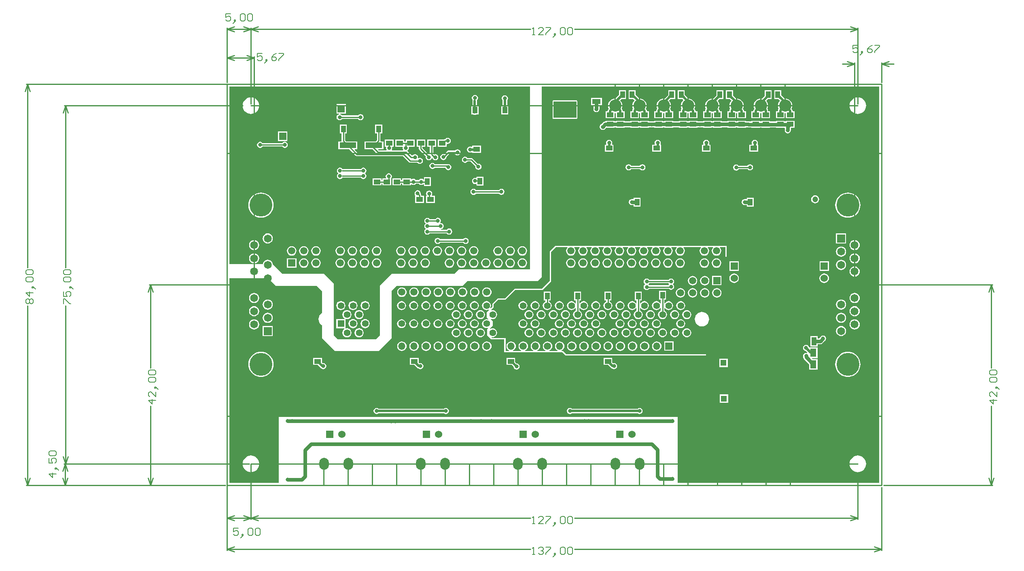
<source format=gbl>
%FSLAX44Y44*%
%MOMM*%
G71*
G01*
G75*
G04 Layer_Physical_Order=2*
G04 Layer_Color=16711680*
%ADD10R,1.4000X1.0000*%
%ADD11R,1.0000X1.4000*%
%ADD12R,0.6350X2.5400*%
%ADD13O,1.9500X0.3000*%
%ADD14O,0.3000X1.9500*%
%ADD15O,0.6000X1.8000*%
%ADD16O,0.6000X1.5000*%
%ADD17R,0.6000X1.3970*%
%ADD18R,1.3970X0.6000*%
%ADD19R,1.9000X1.1000*%
%ADD20O,0.6000X2.4000*%
%ADD21R,1.3000X1.8000*%
%ADD22R,1.5000X3.0000*%
%ADD23R,1.0500X1.8000*%
%ADD24R,1.8000X1.3000*%
%ADD25R,2.5000X4.0000*%
%ADD26R,1.2000X3.5000*%
%ADD27R,1.8000X1.0500*%
%ADD28R,3.0000X2.8000*%
%ADD29O,1.8000X0.6000*%
%ADD30R,7.4000X5.7500*%
%ADD31R,3.2000X0.8000*%
%ADD32R,0.6500X1.0500*%
%ADD33C,0.8890*%
%ADD34R,1.4000X0.5080*%
%ADD35C,0.2540*%
%ADD36C,0.7620*%
%ADD37C,0.5080*%
%ADD38C,0.1524*%
%ADD39C,1.5000*%
%ADD40R,1.5000X1.5000*%
%ADD41C,1.4000*%
%ADD42R,1.4000X1.4000*%
%ADD43R,1.5240X1.5240*%
%ADD44C,1.5240*%
%ADD45R,1.5240X1.5240*%
%ADD46O,2.0000X2.5000*%
%ADD47C,1.2000*%
%ADD48R,1.3000X1.3000*%
%ADD49C,1.3000*%
%ADD50C,4.8000*%
%ADD51C,1.6510*%
%ADD52R,1.6510X1.6510*%
%ADD53C,2.5400*%
%ADD54O,1.5100X1.5000*%
%ADD55C,0.8128*%
%ADD56C,1.3970*%
%ADD57R,3.5000X1.2000*%
G36*
X995539Y835025D02*
X1364615D01*
Y431800D01*
Y5080D01*
X942975D01*
Y144780D01*
X107950D01*
Y5080D01*
X5080D01*
Y287020D01*
Y433705D01*
X5225Y433850D01*
X78720D01*
X78865Y433705D01*
X85725D01*
X101600Y417830D01*
X187325D01*
X198755Y406400D01*
Y360873D01*
X198059Y360501D01*
X195777Y358628D01*
X193904Y356346D01*
X192513Y353743D01*
X191656Y350918D01*
X191367Y347980D01*
X191656Y345042D01*
X192513Y342217D01*
X193904Y339614D01*
X195777Y337332D01*
X198059Y335459D01*
X198755Y335087D01*
Y307975D01*
X214630Y292100D01*
X225425Y281305D01*
X317500D01*
X318673Y282478D01*
X344170Y307975D01*
Y407035D01*
X354965Y417830D01*
X493395D01*
X502920Y427355D01*
X650240D01*
X658495Y435610D01*
Y436484D01*
X658354D01*
Y835264D01*
X995539D01*
Y835025D01*
D02*
G37*
G36*
X633730Y452120D02*
X485140D01*
X475615Y442595D01*
X344170D01*
X319405Y417830D01*
Y314325D01*
X311150Y306070D01*
X231775D01*
X223520Y314325D01*
Y422275D01*
X203200Y442595D01*
X115570D01*
X95564Y462601D01*
X95340Y464302D01*
X94278Y466866D01*
X92588Y469068D01*
X90386Y470758D01*
X87822Y471820D01*
X85070Y472182D01*
X82318Y471820D01*
X79754Y470758D01*
X77552Y469068D01*
X75862Y466866D01*
X74800Y464302D01*
X74701Y463550D01*
X57128D01*
X57045Y464817D01*
D01*
Y464817D01*
X59422Y465130D01*
X61986Y466192D01*
X64188Y467882D01*
X65878Y470084D01*
X66940Y472648D01*
X67302Y475400D01*
X66940Y478152D01*
X65878Y480716D01*
X64188Y482918D01*
X61986Y484608D01*
X59422Y485670D01*
X56670Y486032D01*
X53918Y485670D01*
X51354Y484608D01*
X49152Y482918D01*
X47463Y480716D01*
X46400Y478152D01*
X46038Y475400D01*
X46400Y472648D01*
X47463Y470084D01*
X49152Y467882D01*
X51354Y466192D01*
X53918Y465130D01*
X56296Y464817D01*
X56213Y463550D01*
X5080D01*
Y835025D01*
X633730D01*
Y452120D01*
D02*
G37*
%LPC*%
G36*
X479425Y366846D02*
X477001Y366527D01*
X474742Y365591D01*
X472802Y364103D01*
X471314Y362163D01*
X470378Y359904D01*
X470059Y357480D01*
X470378Y355056D01*
X471314Y352797D01*
X472802Y350857D01*
X474742Y349369D01*
X477001Y348433D01*
X479425Y348114D01*
X481849Y348433D01*
X484108Y349369D01*
X486048Y350857D01*
X487536Y352797D01*
X488472Y355056D01*
X488791Y357480D01*
X488472Y359904D01*
X487536Y362163D01*
X486048Y364103D01*
X484108Y365591D01*
X481849Y366527D01*
X479425Y366846D01*
D02*
G37*
G36*
X530225D02*
X527801Y366527D01*
X525542Y365591D01*
X523602Y364103D01*
X522114Y362163D01*
X521178Y359904D01*
X520859Y357480D01*
X521178Y355056D01*
X522114Y352797D01*
X523602Y350857D01*
X525542Y349369D01*
X527801Y348433D01*
X530225Y348114D01*
X532649Y348433D01*
X534908Y349369D01*
X536848Y350857D01*
X538336Y352797D01*
X539272Y355056D01*
X539591Y357480D01*
X539272Y359904D01*
X538336Y362163D01*
X536848Y364103D01*
X534908Y365591D01*
X532649Y366527D01*
X530225Y366846D01*
D02*
G37*
G36*
X504825D02*
X502401Y366527D01*
X500142Y365591D01*
X498202Y364103D01*
X496714Y362163D01*
X495778Y359904D01*
X495459Y357480D01*
X495778Y355056D01*
X496714Y352797D01*
X498202Y350857D01*
X500142Y349369D01*
X502401Y348433D01*
X504825Y348114D01*
X507249Y348433D01*
X509508Y349369D01*
X511448Y350857D01*
X512936Y352797D01*
X513872Y355056D01*
X514191Y357480D01*
X513872Y359904D01*
X512936Y362163D01*
X511448Y364103D01*
X509508Y365591D01*
X507249Y366527D01*
X504825Y366846D01*
D02*
G37*
G36*
X1284879Y361382D02*
X1282127Y361020D01*
X1279563Y359958D01*
X1277361Y358268D01*
X1275671Y356066D01*
X1274609Y353502D01*
X1274247Y350750D01*
X1274609Y347998D01*
X1275671Y345434D01*
X1277361Y343232D01*
X1279563Y341542D01*
X1282127Y340480D01*
X1284879Y340118D01*
X1287631Y340480D01*
X1290195Y341542D01*
X1292397Y343232D01*
X1294086Y345434D01*
X1295149Y347998D01*
X1295511Y350750D01*
X1295149Y353502D01*
X1294086Y356066D01*
X1292397Y358268D01*
X1290195Y359958D01*
X1287631Y361020D01*
X1284879Y361382D01*
D02*
G37*
G36*
X250825Y367102D02*
X248335Y366774D01*
X246014Y365813D01*
X244021Y364284D01*
X242492Y362291D01*
X241531Y359971D01*
X241203Y357480D01*
X241531Y354990D01*
X242492Y352669D01*
X244021Y350676D01*
X245915Y349223D01*
X245507Y348020D01*
X228585D01*
Y328940D01*
X245507D01*
X245915Y327737D01*
X244021Y326284D01*
X242492Y324291D01*
X241531Y321970D01*
X241203Y319480D01*
X241531Y316990D01*
X242492Y314669D01*
X244021Y312676D01*
X246014Y311147D01*
X248335Y310186D01*
X250825Y309858D01*
X253316Y310186D01*
X255636Y311147D01*
X257629Y312676D01*
X259158Y314669D01*
X260119Y316990D01*
X260447Y319480D01*
X260119Y321970D01*
X259158Y324291D01*
X257629Y326284D01*
X255636Y327813D01*
X253316Y328774D01*
X250825Y329102D01*
X248620Y328812D01*
X248147Y329226D01*
X247665Y330391D01*
Y346569D01*
X248147Y347734D01*
X248620Y348148D01*
X250825Y347858D01*
X253316Y348186D01*
X255636Y349147D01*
X257629Y350676D01*
X259158Y352669D01*
X260119Y354990D01*
X260447Y357480D01*
X260119Y359971D01*
X259158Y362291D01*
X257629Y364284D01*
X255636Y365813D01*
X253316Y366774D01*
X250825Y367102D01*
D02*
G37*
G36*
X276225D02*
X273735Y366774D01*
X271414Y365813D01*
X269421Y364284D01*
X267892Y362291D01*
X266931Y359971D01*
X266603Y357480D01*
X266931Y354990D01*
X267892Y352669D01*
X269421Y350676D01*
X271414Y349147D01*
X273735Y348186D01*
X276225Y347858D01*
X278715Y348186D01*
X281036Y349147D01*
X283029Y350676D01*
X284558Y352669D01*
X285520Y354990D01*
X285847Y357480D01*
X285520Y359971D01*
X284558Y362291D01*
X283029Y364284D01*
X281036Y365813D01*
X278715Y366774D01*
X276225Y367102D01*
D02*
G37*
G36*
X631825Y366846D02*
X629401Y366527D01*
X627142Y365591D01*
X625202Y364103D01*
X623714Y362163D01*
X622778Y359904D01*
X622459Y357480D01*
X622778Y355056D01*
X623714Y352797D01*
X625202Y350857D01*
X627142Y349369D01*
X629401Y348433D01*
X631825Y348114D01*
X634249Y348433D01*
X636508Y349369D01*
X638448Y350857D01*
X639936Y352797D01*
X640872Y355056D01*
X641191Y357480D01*
X640872Y359904D01*
X639936Y362163D01*
X638448Y364103D01*
X636508Y365591D01*
X634249Y366527D01*
X631825Y366846D01*
D02*
G37*
G36*
X784225D02*
X781801Y366527D01*
X779542Y365591D01*
X777602Y364103D01*
X776114Y362163D01*
X775178Y359904D01*
X774859Y357480D01*
X775178Y355056D01*
X776114Y352797D01*
X777602Y350857D01*
X779542Y349369D01*
X781801Y348433D01*
X784225Y348114D01*
X786649Y348433D01*
X788908Y349369D01*
X790848Y350857D01*
X792336Y352797D01*
X793272Y355056D01*
X793591Y357480D01*
X793272Y359904D01*
X792336Y362163D01*
X790848Y364103D01*
X788908Y365591D01*
X786649Y366527D01*
X784225Y366846D01*
D02*
G37*
G36*
X809625D02*
X807201Y366527D01*
X804942Y365591D01*
X803002Y364103D01*
X801514Y362163D01*
X800578Y359904D01*
X800259Y357480D01*
X800578Y355056D01*
X801514Y352797D01*
X803002Y350857D01*
X804942Y349369D01*
X807201Y348433D01*
X809625Y348114D01*
X812049Y348433D01*
X814308Y349369D01*
X816248Y350857D01*
X817736Y352797D01*
X818672Y355056D01*
X818991Y357480D01*
X818672Y359904D01*
X817736Y362163D01*
X816248Y364103D01*
X814308Y365591D01*
X812049Y366527D01*
X809625Y366846D01*
D02*
G37*
G36*
X835025D02*
X832601Y366527D01*
X830342Y365591D01*
X828402Y364103D01*
X826914Y362163D01*
X825978Y359904D01*
X825659Y357480D01*
X825978Y355056D01*
X826914Y352797D01*
X828402Y350857D01*
X830342Y349369D01*
X832601Y348433D01*
X835025Y348114D01*
X837449Y348433D01*
X839708Y349369D01*
X841648Y350857D01*
X843136Y352797D01*
X844072Y355056D01*
X844391Y357480D01*
X844072Y359904D01*
X843136Y362163D01*
X841648Y364103D01*
X839708Y365591D01*
X837449Y366527D01*
X835025Y366846D01*
D02*
G37*
G36*
X758825D02*
X756401Y366527D01*
X754142Y365591D01*
X752202Y364103D01*
X750714Y362163D01*
X749778Y359904D01*
X749459Y357480D01*
X749778Y355056D01*
X750714Y352797D01*
X752202Y350857D01*
X754142Y349369D01*
X756401Y348433D01*
X758825Y348114D01*
X761249Y348433D01*
X763508Y349369D01*
X765448Y350857D01*
X766936Y352797D01*
X767872Y355056D01*
X768191Y357480D01*
X767872Y359904D01*
X766936Y362163D01*
X765448Y364103D01*
X763508Y365591D01*
X761249Y366527D01*
X758825Y366846D01*
D02*
G37*
G36*
X657225D02*
X654801Y366527D01*
X652542Y365591D01*
X650602Y364103D01*
X649114Y362163D01*
X648178Y359904D01*
X647859Y357480D01*
X648178Y355056D01*
X649114Y352797D01*
X650602Y350857D01*
X652542Y349369D01*
X654801Y348433D01*
X657225Y348114D01*
X659649Y348433D01*
X661908Y349369D01*
X663848Y350857D01*
X665336Y352797D01*
X666272Y355056D01*
X666591Y357480D01*
X666272Y359904D01*
X665336Y362163D01*
X663848Y364103D01*
X661908Y365591D01*
X659649Y366527D01*
X657225Y366846D01*
D02*
G37*
G36*
X682625D02*
X680201Y366527D01*
X677942Y365591D01*
X676002Y364103D01*
X674514Y362163D01*
X673578Y359904D01*
X673259Y357480D01*
X673578Y355056D01*
X674514Y352797D01*
X676002Y350857D01*
X677942Y349369D01*
X680201Y348433D01*
X682625Y348114D01*
X685049Y348433D01*
X687308Y349369D01*
X689248Y350857D01*
X690736Y352797D01*
X691672Y355056D01*
X691991Y357480D01*
X691672Y359904D01*
X690736Y362163D01*
X689248Y364103D01*
X687308Y365591D01*
X685049Y366527D01*
X682625Y366846D01*
D02*
G37*
G36*
X708025D02*
X705601Y366527D01*
X703342Y365591D01*
X701402Y364103D01*
X699914Y362163D01*
X698978Y359904D01*
X698659Y357480D01*
X698978Y355056D01*
X699914Y352797D01*
X701402Y350857D01*
X703342Y349369D01*
X705601Y348433D01*
X708025Y348114D01*
X710449Y348433D01*
X712708Y349369D01*
X714648Y350857D01*
X716136Y352797D01*
X717072Y355056D01*
X717391Y357480D01*
X717072Y359904D01*
X716136Y362163D01*
X714648Y364103D01*
X712708Y365591D01*
X710449Y366527D01*
X708025Y366846D01*
D02*
G37*
G36*
X695325Y347846D02*
X692901Y347527D01*
X690642Y346591D01*
X688702Y345103D01*
X687214Y343163D01*
X686278Y340904D01*
X685959Y338480D01*
X686278Y336056D01*
X687214Y333797D01*
X688702Y331857D01*
X690642Y330369D01*
X692901Y329433D01*
X695325Y329114D01*
X697749Y329433D01*
X700008Y330369D01*
X701948Y331857D01*
X703436Y333797D01*
X704372Y336056D01*
X704691Y338480D01*
X704372Y340904D01*
X703436Y343163D01*
X701948Y345103D01*
X700008Y346591D01*
X697749Y347527D01*
X695325Y347846D01*
D02*
G37*
G36*
X720725D02*
X718301Y347527D01*
X716042Y346591D01*
X714102Y345103D01*
X712614Y343163D01*
X711678Y340904D01*
X711359Y338480D01*
X711678Y336056D01*
X712614Y333797D01*
X714102Y331857D01*
X716042Y330369D01*
X718301Y329433D01*
X720725Y329114D01*
X723149Y329433D01*
X725408Y330369D01*
X727348Y331857D01*
X728836Y333797D01*
X729772Y336056D01*
X730091Y338480D01*
X729772Y340904D01*
X728836Y343163D01*
X727348Y345103D01*
X725408Y346591D01*
X723149Y347527D01*
X720725Y347846D01*
D02*
G37*
G36*
X746125D02*
X743701Y347527D01*
X741442Y346591D01*
X739502Y345103D01*
X738014Y343163D01*
X737078Y340904D01*
X736759Y338480D01*
X737078Y336056D01*
X738014Y333797D01*
X739502Y331857D01*
X741442Y330369D01*
X743701Y329433D01*
X746125Y329114D01*
X748549Y329433D01*
X750808Y330369D01*
X752748Y331857D01*
X754236Y333797D01*
X755172Y336056D01*
X755491Y338480D01*
X755172Y340904D01*
X754236Y343163D01*
X752748Y345103D01*
X750808Y346591D01*
X748549Y347527D01*
X746125Y347846D01*
D02*
G37*
G36*
X619125D02*
X616701Y347527D01*
X614442Y346591D01*
X612502Y345103D01*
X611014Y343163D01*
X610078Y340904D01*
X609759Y338480D01*
X610078Y336056D01*
X611014Y333797D01*
X612502Y331857D01*
X614442Y330369D01*
X616701Y329433D01*
X619125Y329114D01*
X621549Y329433D01*
X623808Y330369D01*
X625748Y331857D01*
X627236Y333797D01*
X628172Y336056D01*
X628491Y338480D01*
X628172Y340904D01*
X627236Y343163D01*
X625748Y345103D01*
X623808Y346591D01*
X621549Y347527D01*
X619125Y347846D01*
D02*
G37*
G36*
X466725D02*
X464301Y347527D01*
X462042Y346591D01*
X460102Y345103D01*
X458614Y343163D01*
X457678Y340904D01*
X457359Y338480D01*
X457678Y336056D01*
X458614Y333797D01*
X460102Y331857D01*
X462042Y330369D01*
X464301Y329433D01*
X466725Y329114D01*
X469149Y329433D01*
X471408Y330369D01*
X473348Y331857D01*
X474836Y333797D01*
X475772Y336056D01*
X476091Y338480D01*
X475772Y340904D01*
X474836Y343163D01*
X473348Y345103D01*
X471408Y346591D01*
X469149Y347527D01*
X466725Y347846D01*
D02*
G37*
G36*
X492125D02*
X489701Y347527D01*
X487442Y346591D01*
X485502Y345103D01*
X484014Y343163D01*
X483078Y340904D01*
X482759Y338480D01*
X483078Y336056D01*
X484014Y333797D01*
X485502Y331857D01*
X487442Y330369D01*
X489701Y329433D01*
X492125Y329114D01*
X494549Y329433D01*
X496808Y330369D01*
X498748Y331857D01*
X500236Y333797D01*
X501172Y336056D01*
X501491Y338480D01*
X501172Y340904D01*
X500236Y343163D01*
X498748Y345103D01*
X496808Y346591D01*
X494549Y347527D01*
X492125Y347846D01*
D02*
G37*
G36*
X517525D02*
X515101Y347527D01*
X512842Y346591D01*
X510902Y345103D01*
X509414Y343163D01*
X508478Y340904D01*
X508159Y338480D01*
X508478Y336056D01*
X509414Y333797D01*
X510902Y331857D01*
X512842Y330369D01*
X515101Y329433D01*
X517525Y329114D01*
X519949Y329433D01*
X522208Y330369D01*
X524148Y331857D01*
X525636Y333797D01*
X526572Y336056D01*
X526891Y338480D01*
X526572Y340904D01*
X525636Y343163D01*
X524148Y345103D01*
X522208Y346591D01*
X519949Y347527D01*
X517525Y347846D01*
D02*
G37*
G36*
X771525D02*
X769101Y347527D01*
X766842Y346591D01*
X764902Y345103D01*
X763414Y343163D01*
X762478Y340904D01*
X762159Y338480D01*
X762478Y336056D01*
X763414Y333797D01*
X764902Y331857D01*
X766842Y330369D01*
X769101Y329433D01*
X771525Y329114D01*
X773949Y329433D01*
X776208Y330369D01*
X778148Y331857D01*
X779636Y333797D01*
X780572Y336056D01*
X780891Y338480D01*
X780572Y340904D01*
X779636Y343163D01*
X778148Y345103D01*
X776208Y346591D01*
X773949Y347527D01*
X771525Y347846D01*
D02*
G37*
G36*
X949325D02*
X946901Y347527D01*
X944642Y346591D01*
X942702Y345103D01*
X941214Y343163D01*
X940278Y340904D01*
X939959Y338480D01*
X940278Y336056D01*
X941214Y333797D01*
X942702Y331857D01*
X944642Y330369D01*
X946901Y329433D01*
X949325Y329114D01*
X951749Y329433D01*
X954008Y330369D01*
X955948Y331857D01*
X957436Y333797D01*
X958372Y336056D01*
X958691Y338480D01*
X958372Y340904D01*
X957436Y343163D01*
X955948Y345103D01*
X954008Y346591D01*
X951749Y347527D01*
X949325Y347846D01*
D02*
G37*
G36*
X993725Y363038D02*
X990787Y362749D01*
X987962Y361892D01*
X985359Y360501D01*
X983077Y358628D01*
X981204Y356346D01*
X979813Y353743D01*
X978956Y350918D01*
X978667Y347980D01*
X978956Y345042D01*
X979813Y342217D01*
X981204Y339614D01*
X983077Y337332D01*
X985359Y335459D01*
X987962Y334068D01*
X990787Y333211D01*
X993725Y332921D01*
X996663Y333211D01*
X999488Y334068D01*
X1002091Y335459D01*
X1004373Y337332D01*
X1006246Y339614D01*
X1007637Y342217D01*
X1008494Y345042D01*
X1008783Y347980D01*
X1008494Y350918D01*
X1007637Y353743D01*
X1006246Y356346D01*
X1004373Y358628D01*
X1002091Y360501D01*
X999488Y361892D01*
X996663Y362749D01*
X993725Y363038D01*
D02*
G37*
G36*
X85070Y361382D02*
X82318Y361020D01*
X79754Y359958D01*
X77552Y358268D01*
X75862Y356066D01*
X74800Y353502D01*
X74438Y350750D01*
X74800Y347998D01*
X75862Y345434D01*
X77552Y343232D01*
X79754Y341542D01*
X82318Y340480D01*
X85070Y340118D01*
X87822Y340480D01*
X90386Y341542D01*
X92588Y343232D01*
X94278Y345434D01*
X95340Y347998D01*
X95702Y350750D01*
X95340Y353502D01*
X94278Y356066D01*
X92588Y358268D01*
X90386Y359958D01*
X87822Y361020D01*
X85070Y361382D01*
D02*
G37*
G36*
X898525Y347846D02*
X896101Y347527D01*
X893842Y346591D01*
X891902Y345103D01*
X890414Y343163D01*
X889478Y340904D01*
X889159Y338480D01*
X889478Y336056D01*
X890414Y333797D01*
X891902Y331857D01*
X893842Y330369D01*
X896101Y329433D01*
X898525Y329114D01*
X900949Y329433D01*
X903208Y330369D01*
X905148Y331857D01*
X906636Y333797D01*
X907572Y336056D01*
X907891Y338480D01*
X907572Y340904D01*
X906636Y343163D01*
X905148Y345103D01*
X903208Y346591D01*
X900949Y347527D01*
X898525Y347846D01*
D02*
G37*
G36*
X822325D02*
X819901Y347527D01*
X817642Y346591D01*
X815702Y345103D01*
X814214Y343163D01*
X813278Y340904D01*
X812959Y338480D01*
X813278Y336056D01*
X814214Y333797D01*
X815702Y331857D01*
X817642Y330369D01*
X819901Y329433D01*
X822325Y329114D01*
X824749Y329433D01*
X827008Y330369D01*
X828948Y331857D01*
X830436Y333797D01*
X831372Y336056D01*
X831691Y338480D01*
X831372Y340904D01*
X830436Y343163D01*
X828948Y345103D01*
X827008Y346591D01*
X824749Y347527D01*
X822325Y347846D01*
D02*
G37*
G36*
X847725D02*
X845301Y347527D01*
X843042Y346591D01*
X841102Y345103D01*
X839614Y343163D01*
X838678Y340904D01*
X838359Y338480D01*
X838678Y336056D01*
X839614Y333797D01*
X841102Y331857D01*
X843042Y330369D01*
X845301Y329433D01*
X847725Y329114D01*
X850149Y329433D01*
X852408Y330369D01*
X854348Y331857D01*
X855836Y333797D01*
X856772Y336056D01*
X857091Y338480D01*
X856772Y340904D01*
X855836Y343163D01*
X854348Y345103D01*
X852408Y346591D01*
X850149Y347527D01*
X847725Y347846D01*
D02*
G37*
G36*
X873125D02*
X870701Y347527D01*
X868442Y346591D01*
X866502Y345103D01*
X865014Y343163D01*
X864078Y340904D01*
X863759Y338480D01*
X864078Y336056D01*
X865014Y333797D01*
X866502Y331857D01*
X868442Y330369D01*
X870701Y329433D01*
X873125Y329114D01*
X875549Y329433D01*
X877808Y330369D01*
X879748Y331857D01*
X881236Y333797D01*
X882172Y336056D01*
X882491Y338480D01*
X882172Y340904D01*
X881236Y343163D01*
X879748Y345103D01*
X877808Y346591D01*
X875549Y347527D01*
X873125Y347846D01*
D02*
G37*
G36*
X771525Y385846D02*
X769101Y385527D01*
X766842Y384591D01*
X764902Y383103D01*
X763414Y381163D01*
X762478Y378904D01*
X762159Y376480D01*
X762478Y374056D01*
X763414Y371797D01*
X764902Y369857D01*
X766842Y368369D01*
X769101Y367433D01*
X771525Y367114D01*
X773949Y367433D01*
X776208Y368369D01*
X778148Y369857D01*
X779636Y371797D01*
X780572Y374056D01*
X780891Y376480D01*
X780572Y378904D01*
X779636Y381163D01*
X778148Y383103D01*
X776208Y384591D01*
X773949Y385527D01*
X771525Y385846D01*
D02*
G37*
G36*
X804371Y405526D02*
X789799D01*
Y386954D01*
X793299D01*
Y385029D01*
X792242Y384591D01*
X790302Y383103D01*
X788814Y381163D01*
X787878Y378904D01*
X787559Y376480D01*
X787878Y374056D01*
X788814Y371797D01*
X790302Y369857D01*
X792242Y368369D01*
X794501Y367433D01*
X796925Y367114D01*
X799349Y367433D01*
X801608Y368369D01*
X803548Y369857D01*
X805036Y371797D01*
X805972Y374056D01*
X806291Y376480D01*
X805972Y378904D01*
X805036Y381163D01*
X803548Y383103D01*
X801608Y384591D01*
X800551Y385029D01*
Y386954D01*
X804371D01*
Y405526D01*
D02*
G37*
G36*
X822325Y385846D02*
X819901Y385527D01*
X817642Y384591D01*
X815702Y383103D01*
X814214Y381163D01*
X813278Y378904D01*
X812959Y376480D01*
X813278Y374056D01*
X814214Y371797D01*
X815702Y369857D01*
X817642Y368369D01*
X819901Y367433D01*
X822325Y367114D01*
X824749Y367433D01*
X827008Y368369D01*
X828948Y369857D01*
X830436Y371797D01*
X831372Y374056D01*
X831691Y376480D01*
X831372Y378904D01*
X830436Y381163D01*
X828948Y383103D01*
X827008Y384591D01*
X824749Y385527D01*
X822325Y385846D01*
D02*
G37*
G36*
X695325D02*
X692901Y385527D01*
X690642Y384591D01*
X688702Y383103D01*
X687214Y381163D01*
X686278Y378904D01*
X685959Y376480D01*
X686278Y374056D01*
X687214Y371797D01*
X688702Y369857D01*
X690642Y368369D01*
X692901Y367433D01*
X695325Y367114D01*
X697749Y367433D01*
X700008Y368369D01*
X701948Y369857D01*
X703436Y371797D01*
X704372Y374056D01*
X704691Y376480D01*
X704372Y378904D01*
X703436Y381163D01*
X701948Y383103D01*
X700008Y384591D01*
X697749Y385527D01*
X695325Y385846D01*
D02*
G37*
G36*
X619125D02*
X616701Y385527D01*
X614442Y384591D01*
X612502Y383103D01*
X611014Y381163D01*
X610078Y378904D01*
X609759Y376480D01*
X610078Y374056D01*
X611014Y371797D01*
X612502Y369857D01*
X614442Y368369D01*
X616701Y367433D01*
X619125Y367114D01*
X621549Y367433D01*
X623808Y368369D01*
X625748Y369857D01*
X627236Y371797D01*
X628172Y374056D01*
X628491Y376480D01*
X628172Y378904D01*
X627236Y381163D01*
X625748Y383103D01*
X623808Y384591D01*
X621549Y385527D01*
X619125Y385846D01*
D02*
G37*
G36*
X644525D02*
X642101Y385527D01*
X639842Y384591D01*
X637902Y383103D01*
X636414Y381163D01*
X635478Y378904D01*
X635159Y376480D01*
X635478Y374056D01*
X636414Y371797D01*
X637902Y369857D01*
X639842Y368369D01*
X642101Y367433D01*
X644525Y367114D01*
X646949Y367433D01*
X649208Y368369D01*
X651148Y369857D01*
X652636Y371797D01*
X653572Y374056D01*
X653891Y376480D01*
X653572Y378904D01*
X652636Y381163D01*
X651148Y383103D01*
X649208Y384591D01*
X646949Y385527D01*
X644525Y385846D01*
D02*
G37*
G36*
X677371Y405526D02*
X662799D01*
Y386954D01*
X666299D01*
Y385029D01*
X665242Y384591D01*
X663302Y383103D01*
X661814Y381163D01*
X660878Y378904D01*
X660559Y376480D01*
X660878Y374056D01*
X661814Y371797D01*
X663302Y369857D01*
X665242Y368369D01*
X667501Y367433D01*
X669925Y367114D01*
X672349Y367433D01*
X674608Y368369D01*
X676548Y369857D01*
X678036Y371797D01*
X678972Y374056D01*
X679291Y376480D01*
X678972Y378904D01*
X678036Y381163D01*
X676548Y383103D01*
X674608Y384591D01*
X673551Y385029D01*
Y386954D01*
X677371D01*
Y405526D01*
D02*
G37*
G36*
X949325Y385846D02*
X946901Y385527D01*
X944642Y384591D01*
X942702Y383103D01*
X941214Y381163D01*
X940278Y378904D01*
X939959Y376480D01*
X940278Y374056D01*
X941214Y371797D01*
X942702Y369857D01*
X944642Y368369D01*
X946901Y367433D01*
X949325Y367114D01*
X951749Y367433D01*
X954008Y368369D01*
X955948Y369857D01*
X957436Y371797D01*
X958372Y374056D01*
X958691Y376480D01*
X958372Y378904D01*
X957436Y381163D01*
X955948Y383103D01*
X954008Y384591D01*
X951749Y385527D01*
X949325Y385846D01*
D02*
G37*
G36*
X867871Y405526D02*
X853299D01*
Y386954D01*
X856799D01*
Y381884D01*
X855597Y381475D01*
X854348Y383103D01*
X852408Y384591D01*
X850149Y385527D01*
X847725Y385846D01*
X845301Y385527D01*
X843042Y384591D01*
X841102Y383103D01*
X839614Y381163D01*
X838678Y378904D01*
X838359Y376480D01*
X838678Y374056D01*
X839614Y371797D01*
X841102Y369857D01*
X843042Y368369D01*
X845301Y367433D01*
X847725Y367114D01*
X850149Y367433D01*
X852408Y368369D01*
X854348Y369857D01*
X855597Y371485D01*
X856799Y371076D01*
Y366029D01*
X855742Y365591D01*
X853802Y364103D01*
X852314Y362163D01*
X851378Y359904D01*
X851059Y357480D01*
X851378Y355056D01*
X852314Y352797D01*
X853802Y350857D01*
X855742Y349369D01*
X858001Y348433D01*
X860425Y348114D01*
X862849Y348433D01*
X865108Y349369D01*
X867048Y350857D01*
X868536Y352797D01*
X869472Y355056D01*
X869791Y357480D01*
X869472Y359904D01*
X868536Y362163D01*
X867048Y364103D01*
X865108Y365591D01*
X864051Y366029D01*
Y371076D01*
X865253Y371485D01*
X866502Y369857D01*
X868442Y368369D01*
X870701Y367433D01*
X873125Y367114D01*
X875549Y367433D01*
X877808Y368369D01*
X879748Y369857D01*
X881236Y371797D01*
X882172Y374056D01*
X882491Y376480D01*
X882172Y378904D01*
X881236Y381163D01*
X879748Y383103D01*
X877808Y384591D01*
X875549Y385527D01*
X873125Y385846D01*
X870701Y385527D01*
X868442Y384591D01*
X866502Y383103D01*
X865253Y381475D01*
X864051Y381884D01*
Y386954D01*
X867871D01*
Y405526D01*
D02*
G37*
G36*
X56670Y402932D02*
X53918Y402570D01*
X51354Y401508D01*
X49152Y399818D01*
X47463Y397616D01*
X46400Y395052D01*
X46038Y392300D01*
X46400Y389548D01*
X47463Y386984D01*
X49152Y384782D01*
X51354Y383092D01*
X53918Y382030D01*
X56670Y381668D01*
X59422Y382030D01*
X61986Y383092D01*
X64188Y384782D01*
X65878Y386984D01*
X66940Y389548D01*
X67302Y392300D01*
X66940Y395052D01*
X65878Y397616D01*
X64188Y399818D01*
X61986Y401508D01*
X59422Y402570D01*
X56670Y402932D01*
D02*
G37*
G36*
X1313279D02*
X1310527Y402570D01*
X1307963Y401508D01*
X1305761Y399818D01*
X1304071Y397616D01*
X1303009Y395052D01*
X1302647Y392300D01*
X1303009Y389548D01*
X1304071Y386984D01*
X1305761Y384782D01*
X1307963Y383092D01*
X1310527Y382030D01*
X1313279Y381668D01*
X1316031Y382030D01*
X1318595Y383092D01*
X1320797Y384782D01*
X1322487Y386984D01*
X1323549Y389548D01*
X1323911Y392300D01*
X1323549Y395052D01*
X1322487Y397616D01*
X1320797Y399818D01*
X1318595Y401508D01*
X1316031Y402570D01*
X1313279Y402932D01*
D02*
G37*
G36*
X918671Y407431D02*
X904099D01*
Y388859D01*
X907599D01*
Y381884D01*
X906397Y381475D01*
X905148Y383103D01*
X903208Y384591D01*
X900949Y385527D01*
X898525Y385846D01*
X896101Y385527D01*
X893842Y384591D01*
X891902Y383103D01*
X890414Y381163D01*
X889478Y378904D01*
X889159Y376480D01*
X889478Y374056D01*
X890414Y371797D01*
X891902Y369857D01*
X893842Y368369D01*
X896101Y367433D01*
X898525Y367114D01*
X900949Y367433D01*
X903208Y368369D01*
X905148Y369857D01*
X906397Y371485D01*
X907599Y371076D01*
Y366029D01*
X906542Y365591D01*
X904602Y364103D01*
X903114Y362163D01*
X902178Y359904D01*
X901859Y357480D01*
X902178Y355056D01*
X903114Y352797D01*
X904602Y350857D01*
X906542Y349369D01*
X908801Y348433D01*
X911225Y348114D01*
X913649Y348433D01*
X915908Y349369D01*
X917848Y350857D01*
X919336Y352797D01*
X920272Y355056D01*
X920591Y357480D01*
X920272Y359904D01*
X919336Y362163D01*
X917848Y364103D01*
X915908Y365591D01*
X914851Y366029D01*
Y371076D01*
X916053Y371485D01*
X917302Y369857D01*
X919242Y368369D01*
X921501Y367433D01*
X923925Y367114D01*
X926349Y367433D01*
X928608Y368369D01*
X930548Y369857D01*
X932036Y371797D01*
X932972Y374056D01*
X933291Y376480D01*
X932972Y378904D01*
X932036Y381163D01*
X930548Y383103D01*
X928608Y384591D01*
X926349Y385527D01*
X923925Y385846D01*
X921501Y385527D01*
X919242Y384591D01*
X917302Y383103D01*
X916053Y381475D01*
X914851Y381884D01*
Y388859D01*
X918671D01*
Y407431D01*
D02*
G37*
G36*
X85070Y389082D02*
X82318Y388720D01*
X79754Y387658D01*
X77552Y385968D01*
X75862Y383766D01*
X74800Y381202D01*
X74438Y378450D01*
X74800Y375698D01*
X75862Y373134D01*
X77552Y370932D01*
X79754Y369242D01*
X82318Y368180D01*
X85070Y367818D01*
X87822Y368180D01*
X90386Y369242D01*
X92588Y370932D01*
X94278Y373134D01*
X95340Y375698D01*
X95702Y378450D01*
X95340Y381202D01*
X94278Y383766D01*
X92588Y385968D01*
X90386Y387658D01*
X87822Y388720D01*
X85070Y389082D01*
D02*
G37*
G36*
X1284879D02*
X1282127Y388720D01*
X1279563Y387658D01*
X1277361Y385968D01*
X1275671Y383766D01*
X1274609Y381202D01*
X1274247Y378450D01*
X1274609Y375698D01*
X1275671Y373134D01*
X1277361Y370932D01*
X1279563Y369242D01*
X1282127Y368180D01*
X1284879Y367818D01*
X1287631Y368180D01*
X1290195Y369242D01*
X1292397Y370932D01*
X1294086Y373134D01*
X1295149Y375698D01*
X1295511Y378450D01*
X1295149Y381202D01*
X1294086Y383766D01*
X1292397Y385968D01*
X1290195Y387658D01*
X1287631Y388720D01*
X1284879Y389082D01*
D02*
G37*
G36*
X740871Y405526D02*
X726299D01*
Y386954D01*
X729799D01*
Y381884D01*
X728597Y381475D01*
X727348Y383103D01*
X725408Y384591D01*
X723149Y385527D01*
X720725Y385846D01*
X718301Y385527D01*
X716042Y384591D01*
X714102Y383103D01*
X712614Y381163D01*
X711678Y378904D01*
X711359Y376480D01*
X711678Y374056D01*
X712614Y371797D01*
X714102Y369857D01*
X716042Y368369D01*
X718301Y367433D01*
X720725Y367114D01*
X723149Y367433D01*
X725408Y368369D01*
X727348Y369857D01*
X728597Y371485D01*
X729799Y371076D01*
Y366029D01*
X728742Y365591D01*
X726802Y364103D01*
X725314Y362163D01*
X724378Y359904D01*
X724059Y357480D01*
X724378Y355056D01*
X725314Y352797D01*
X726802Y350857D01*
X728742Y349369D01*
X731001Y348433D01*
X733425Y348114D01*
X735849Y348433D01*
X738108Y349369D01*
X740048Y350857D01*
X741536Y352797D01*
X742472Y355056D01*
X742791Y357480D01*
X742472Y359904D01*
X741536Y362163D01*
X740048Y364103D01*
X738108Y365591D01*
X737051Y366029D01*
Y371076D01*
X738253Y371485D01*
X739502Y369857D01*
X741442Y368369D01*
X743701Y367433D01*
X746125Y367114D01*
X748549Y367433D01*
X750808Y368369D01*
X752748Y369857D01*
X754236Y371797D01*
X755172Y374056D01*
X755491Y376480D01*
X755172Y378904D01*
X754236Y381163D01*
X752748Y383103D01*
X750808Y384591D01*
X748549Y385527D01*
X746125Y385846D01*
X743701Y385527D01*
X741442Y384591D01*
X739502Y383103D01*
X738253Y381475D01*
X737051Y381884D01*
Y386954D01*
X740871D01*
Y405526D01*
D02*
G37*
G36*
X1313279Y375232D02*
X1310527Y374870D01*
X1307963Y373808D01*
X1305761Y372118D01*
X1304071Y369916D01*
X1303009Y367352D01*
X1302647Y364600D01*
X1303009Y361848D01*
X1304071Y359284D01*
X1305761Y357082D01*
X1307963Y355392D01*
X1310527Y354330D01*
X1313279Y353968D01*
X1316031Y354330D01*
X1318595Y355392D01*
X1320797Y357082D01*
X1322487Y359284D01*
X1323549Y361848D01*
X1323911Y364600D01*
X1323549Y367352D01*
X1322487Y369916D01*
X1320797Y372118D01*
X1318595Y373808D01*
X1316031Y374870D01*
X1313279Y375232D01*
D02*
G37*
G36*
X238125Y386102D02*
X235635Y385774D01*
X233314Y384813D01*
X231321Y383284D01*
X229792Y381291D01*
X228831Y378970D01*
X228503Y376480D01*
X228831Y373989D01*
X229792Y371669D01*
X231321Y369676D01*
X233314Y368147D01*
X235635Y367186D01*
X238125Y366858D01*
X240616Y367186D01*
X242936Y368147D01*
X244929Y369676D01*
X246458Y371669D01*
X247419Y373989D01*
X247747Y376480D01*
X247419Y378970D01*
X246458Y381291D01*
X244929Y383284D01*
X242936Y384813D01*
X240616Y385774D01*
X238125Y386102D01*
D02*
G37*
G36*
X263525D02*
X261035Y385774D01*
X258714Y384813D01*
X256721Y383284D01*
X255192Y381291D01*
X254231Y378970D01*
X253903Y376480D01*
X254231Y373989D01*
X255192Y371669D01*
X256721Y369676D01*
X258714Y368147D01*
X261035Y367186D01*
X263525Y366858D01*
X266015Y367186D01*
X268336Y368147D01*
X270329Y369676D01*
X271858Y371669D01*
X272819Y373989D01*
X273147Y376480D01*
X272819Y378970D01*
X271858Y381291D01*
X270329Y383284D01*
X268336Y384813D01*
X266015Y385774D01*
X263525Y386102D01*
D02*
G37*
G36*
X56670Y375232D02*
X53918Y374870D01*
X51354Y373808D01*
X49152Y372118D01*
X47463Y369916D01*
X46400Y367352D01*
X46038Y364600D01*
X46400Y361848D01*
X47463Y359284D01*
X49152Y357082D01*
X51354Y355392D01*
X53918Y354330D01*
X56670Y353968D01*
X59422Y354330D01*
X61986Y355392D01*
X64188Y357082D01*
X65878Y359284D01*
X66940Y361848D01*
X67302Y364600D01*
X66940Y367352D01*
X65878Y369916D01*
X64188Y372118D01*
X61986Y373808D01*
X59422Y374870D01*
X56670Y375232D01*
D02*
G37*
G36*
X885825Y366846D02*
X883401Y366527D01*
X881142Y365591D01*
X879202Y364103D01*
X877714Y362163D01*
X876778Y359904D01*
X876459Y357480D01*
X876778Y355056D01*
X877714Y352797D01*
X879202Y350857D01*
X881142Y349369D01*
X883401Y348433D01*
X885825Y348114D01*
X888249Y348433D01*
X890508Y349369D01*
X892448Y350857D01*
X893936Y352797D01*
X894872Y355056D01*
X895191Y357480D01*
X894872Y359904D01*
X893936Y362163D01*
X892448Y364103D01*
X890508Y365591D01*
X888249Y366527D01*
X885825Y366846D01*
D02*
G37*
G36*
X936625D02*
X934201Y366527D01*
X931942Y365591D01*
X930002Y364103D01*
X928514Y362163D01*
X927578Y359904D01*
X927259Y357480D01*
X927578Y355056D01*
X928514Y352797D01*
X930002Y350857D01*
X931942Y349369D01*
X934201Y348433D01*
X936625Y348114D01*
X939049Y348433D01*
X941308Y349369D01*
X943248Y350857D01*
X944736Y352797D01*
X945672Y355056D01*
X945991Y357480D01*
X945672Y359904D01*
X944736Y362163D01*
X943248Y364103D01*
X941308Y365591D01*
X939049Y366527D01*
X936625Y366846D01*
D02*
G37*
G36*
X962025D02*
X959601Y366527D01*
X957342Y365591D01*
X955402Y364103D01*
X953914Y362163D01*
X952978Y359904D01*
X952659Y357480D01*
X952978Y355056D01*
X953914Y352797D01*
X955402Y350857D01*
X957342Y349369D01*
X959601Y348433D01*
X962025Y348114D01*
X964449Y348433D01*
X966708Y349369D01*
X968648Y350857D01*
X970136Y352797D01*
X971072Y355056D01*
X971391Y357480D01*
X971072Y359904D01*
X970136Y362163D01*
X968648Y364103D01*
X966708Y365591D01*
X964449Y366527D01*
X962025Y366846D01*
D02*
G37*
G36*
X288925Y386102D02*
X286435Y385774D01*
X284114Y384813D01*
X282121Y383284D01*
X280592Y381291D01*
X279631Y378970D01*
X279303Y376480D01*
X279631Y373989D01*
X280592Y371669D01*
X282121Y369676D01*
X284114Y368147D01*
X286435Y367186D01*
X288925Y366858D01*
X291416Y367186D01*
X293736Y368147D01*
X295729Y369676D01*
X297258Y371669D01*
X298220Y373989D01*
X298547Y376480D01*
X298220Y378970D01*
X297258Y381291D01*
X295729Y383284D01*
X293736Y384813D01*
X291416Y385774D01*
X288925Y386102D01*
D02*
G37*
G36*
X466725Y385846D02*
X464301Y385527D01*
X462042Y384591D01*
X460102Y383103D01*
X458614Y381163D01*
X457678Y378904D01*
X457359Y376480D01*
X457678Y374056D01*
X458614Y371797D01*
X460102Y369857D01*
X462042Y368369D01*
X464301Y367433D01*
X466725Y367114D01*
X469149Y367433D01*
X471408Y368369D01*
X473348Y369857D01*
X474836Y371797D01*
X475772Y374056D01*
X476091Y376480D01*
X475772Y378904D01*
X474836Y381163D01*
X473348Y383103D01*
X471408Y384591D01*
X469149Y385527D01*
X466725Y385846D01*
D02*
G37*
G36*
X492125D02*
X489701Y385527D01*
X487442Y384591D01*
X485502Y383103D01*
X484014Y381163D01*
X483078Y378904D01*
X482759Y376480D01*
X483078Y374056D01*
X484014Y371797D01*
X485502Y369857D01*
X487442Y368369D01*
X489701Y367433D01*
X492125Y367114D01*
X494549Y367433D01*
X496808Y368369D01*
X498748Y369857D01*
X500236Y371797D01*
X501172Y374056D01*
X501491Y376480D01*
X501172Y378904D01*
X500236Y381163D01*
X498748Y383103D01*
X496808Y384591D01*
X494549Y385527D01*
X492125Y385846D01*
D02*
G37*
G36*
X517525D02*
X515101Y385527D01*
X512842Y384591D01*
X510902Y383103D01*
X509414Y381163D01*
X508478Y378904D01*
X508159Y376480D01*
X508478Y374056D01*
X509414Y371797D01*
X510902Y369857D01*
X512842Y368369D01*
X515101Y367433D01*
X517525Y367114D01*
X519949Y367433D01*
X522208Y368369D01*
X524148Y369857D01*
X525636Y371797D01*
X526572Y374056D01*
X526891Y376480D01*
X526572Y378904D01*
X525636Y381163D01*
X524148Y383103D01*
X522208Y384591D01*
X519949Y385527D01*
X517525Y385846D01*
D02*
G37*
G36*
X441325D02*
X438901Y385527D01*
X436642Y384591D01*
X434702Y383103D01*
X433214Y381163D01*
X432278Y378904D01*
X431959Y376480D01*
X432278Y374056D01*
X433214Y371797D01*
X434702Y369857D01*
X436642Y368369D01*
X438901Y367433D01*
X441325Y367114D01*
X443749Y367433D01*
X446008Y368369D01*
X447948Y369857D01*
X449436Y371797D01*
X450372Y374056D01*
X450691Y376480D01*
X450372Y378904D01*
X449436Y381163D01*
X447948Y383103D01*
X446008Y384591D01*
X443749Y385527D01*
X441325Y385846D01*
D02*
G37*
G36*
X365125D02*
X362701Y385527D01*
X360442Y384591D01*
X358502Y383103D01*
X357014Y381163D01*
X356078Y378904D01*
X355759Y376480D01*
X356078Y374056D01*
X357014Y371797D01*
X358502Y369857D01*
X360442Y368369D01*
X362701Y367433D01*
X365125Y367114D01*
X367549Y367433D01*
X369808Y368369D01*
X371748Y369857D01*
X373236Y371797D01*
X374172Y374056D01*
X374491Y376480D01*
X374172Y378904D01*
X373236Y381163D01*
X371748Y383103D01*
X369808Y384591D01*
X367549Y385527D01*
X365125Y385846D01*
D02*
G37*
G36*
X390525D02*
X388101Y385527D01*
X385842Y384591D01*
X383902Y383103D01*
X382414Y381163D01*
X381478Y378904D01*
X381159Y376480D01*
X381478Y374056D01*
X382414Y371797D01*
X383902Y369857D01*
X385842Y368369D01*
X388101Y367433D01*
X390525Y367114D01*
X392949Y367433D01*
X395208Y368369D01*
X397148Y369857D01*
X398636Y371797D01*
X399572Y374056D01*
X399891Y376480D01*
X399572Y378904D01*
X398636Y381163D01*
X397148Y383103D01*
X395208Y384591D01*
X392949Y385527D01*
X390525Y385846D01*
D02*
G37*
G36*
X415925D02*
X413501Y385527D01*
X411242Y384591D01*
X409302Y383103D01*
X407814Y381163D01*
X406878Y378904D01*
X406559Y376480D01*
X406878Y374056D01*
X407814Y371797D01*
X409302Y369857D01*
X411242Y368369D01*
X413501Y367433D01*
X415925Y367114D01*
X418349Y367433D01*
X420608Y368369D01*
X422548Y369857D01*
X424036Y371797D01*
X424972Y374056D01*
X425291Y376480D01*
X424972Y378904D01*
X424036Y381163D01*
X422548Y383103D01*
X420608Y384591D01*
X418349Y385527D01*
X415925Y385846D01*
D02*
G37*
G36*
X441325Y347846D02*
X438901Y347527D01*
X436642Y346591D01*
X434702Y345103D01*
X433214Y343163D01*
X432278Y340904D01*
X431959Y338480D01*
X432278Y336056D01*
X433214Y333797D01*
X434702Y331857D01*
X436642Y330369D01*
X438901Y329433D01*
X441325Y329114D01*
X443749Y329433D01*
X446008Y330369D01*
X447948Y331857D01*
X449436Y333797D01*
X450372Y336056D01*
X450691Y338480D01*
X450372Y340904D01*
X449436Y343163D01*
X447948Y345103D01*
X446008Y346591D01*
X443749Y347527D01*
X441325Y347846D01*
D02*
G37*
G36*
X518160Y301335D02*
X515605Y300999D01*
X513225Y300013D01*
X511180Y298444D01*
X509612Y296400D01*
X508626Y294020D01*
X508290Y291465D01*
X508626Y288910D01*
X509612Y286530D01*
X511180Y284485D01*
X511417Y284304D01*
X513225Y282917D01*
X515605Y281931D01*
X518160Y281595D01*
X520715Y281931D01*
X523095Y282917D01*
X524903Y284304D01*
X525140Y284485D01*
X526708Y286530D01*
X527694Y288910D01*
X528030Y291465D01*
X527694Y294020D01*
X526708Y296400D01*
X525140Y298444D01*
X523095Y300013D01*
X520715Y300999D01*
X518160Y301335D01*
D02*
G37*
G36*
X543610D02*
X543510D01*
X540955Y300999D01*
X538575Y300013D01*
X536530Y298444D01*
X534962Y296400D01*
X533976Y294020D01*
X533639Y291465D01*
X533976Y288910D01*
X534962Y286530D01*
X536530Y284485D01*
X536767Y284304D01*
X538575Y282917D01*
X540955Y281931D01*
X543510Y281595D01*
X543610D01*
X546165Y281931D01*
X548545Y282917D01*
X550353Y284304D01*
X550589Y284485D01*
X552158Y286530D01*
X553144Y288910D01*
X553480Y291465D01*
X553144Y294020D01*
X552158Y296400D01*
X550589Y298444D01*
X548545Y300013D01*
X546165Y300999D01*
X543610Y301335D01*
D02*
G37*
G36*
X721360D02*
X718805Y300999D01*
X716425Y300013D01*
X714380Y298444D01*
X712812Y296400D01*
X711826Y294020D01*
X711490Y291465D01*
X711826Y288910D01*
X712812Y286530D01*
X714380Y284485D01*
X714617Y284304D01*
X716425Y282917D01*
X718805Y281931D01*
X721360Y281595D01*
X723915Y281931D01*
X726295Y282917D01*
X728103Y284304D01*
X728339Y284485D01*
X729908Y286530D01*
X730894Y288910D01*
X731230Y291465D01*
X730894Y294020D01*
X729908Y296400D01*
X728339Y298444D01*
X726295Y300013D01*
X723915Y300999D01*
X721360Y301335D01*
D02*
G37*
G36*
X492810D02*
X492710D01*
X490155Y300999D01*
X487775Y300013D01*
X485731Y298444D01*
X484162Y296400D01*
X483176Y294020D01*
X482840Y291465D01*
X483176Y288910D01*
X484162Y286530D01*
X485731Y284485D01*
X485967Y284304D01*
X487775Y282917D01*
X490155Y281931D01*
X492710Y281595D01*
X492810D01*
X495365Y281931D01*
X497745Y282917D01*
X499553Y284304D01*
X499790Y284485D01*
X501358Y286530D01*
X502344Y288910D01*
X502681Y291465D01*
X502344Y294020D01*
X501358Y296400D01*
X499790Y298444D01*
X497745Y300013D01*
X495365Y300999D01*
X492810Y301335D01*
D02*
G37*
G36*
X416560D02*
X414005Y300999D01*
X411625Y300013D01*
X409580Y298444D01*
X408012Y296400D01*
X407026Y294020D01*
X406690Y291465D01*
X407026Y288910D01*
X408012Y286530D01*
X409580Y284485D01*
X409817Y284304D01*
X411625Y282917D01*
X414005Y281931D01*
X416560Y281595D01*
X419115Y281931D01*
X421495Y282917D01*
X423303Y284304D01*
X423540Y284485D01*
X425108Y286530D01*
X426094Y288910D01*
X426430Y291465D01*
X426094Y294020D01*
X425108Y296400D01*
X423540Y298444D01*
X421495Y300013D01*
X419115Y300999D01*
X416560Y301335D01*
D02*
G37*
G36*
X442010D02*
X441910D01*
X439355Y300999D01*
X436975Y300013D01*
X434930Y298444D01*
X433362Y296400D01*
X432376Y294020D01*
X432039Y291465D01*
X432376Y288910D01*
X433362Y286530D01*
X434930Y284485D01*
X435167Y284304D01*
X436975Y282917D01*
X439355Y281931D01*
X441910Y281595D01*
X442010D01*
X444565Y281931D01*
X446945Y282917D01*
X448753Y284304D01*
X448989Y284485D01*
X450558Y286530D01*
X451544Y288910D01*
X451880Y291465D01*
X451544Y294020D01*
X450558Y296400D01*
X448989Y298444D01*
X446945Y300013D01*
X444565Y300999D01*
X442010Y301335D01*
D02*
G37*
G36*
X467360D02*
X464805Y300999D01*
X462425Y300013D01*
X460381Y298444D01*
X458812Y296400D01*
X457826Y294020D01*
X457490Y291465D01*
X457826Y288910D01*
X458812Y286530D01*
X460381Y284485D01*
X460617Y284304D01*
X462425Y282917D01*
X464805Y281931D01*
X467360Y281595D01*
X469915Y281931D01*
X472295Y282917D01*
X474103Y284304D01*
X474339Y284485D01*
X475908Y286530D01*
X476894Y288910D01*
X477230Y291465D01*
X476894Y294020D01*
X475908Y296400D01*
X474339Y298444D01*
X472295Y300013D01*
X469915Y300999D01*
X467360Y301335D01*
D02*
G37*
G36*
X848410D02*
X848310D01*
X845755Y300999D01*
X843375Y300013D01*
X841330Y298444D01*
X839762Y296400D01*
X838776Y294020D01*
X838439Y291465D01*
X838776Y288910D01*
X839762Y286530D01*
X841330Y284485D01*
X841567Y284304D01*
X843375Y282917D01*
X845755Y281931D01*
X848310Y281595D01*
X848410D01*
X850965Y281931D01*
X853345Y282917D01*
X855153Y284304D01*
X855389Y284485D01*
X856958Y286530D01*
X857944Y288910D01*
X858280Y291465D01*
X857944Y294020D01*
X856958Y296400D01*
X855389Y298444D01*
X853345Y300013D01*
X850965Y300999D01*
X848410Y301335D01*
D02*
G37*
G36*
X873760D02*
X871205Y300999D01*
X868825Y300013D01*
X866780Y298444D01*
X865212Y296400D01*
X864226Y294020D01*
X863890Y291465D01*
X864226Y288910D01*
X865212Y286530D01*
X866780Y284485D01*
X867017Y284304D01*
X868825Y282917D01*
X871205Y281931D01*
X873760Y281595D01*
X876315Y281931D01*
X878695Y282917D01*
X880503Y284304D01*
X880740Y284485D01*
X882308Y286530D01*
X883294Y288910D01*
X883630Y291465D01*
X883294Y294020D01*
X882308Y296400D01*
X880740Y298444D01*
X878695Y300013D01*
X876315Y300999D01*
X873760Y301335D01*
D02*
G37*
G36*
X899210D02*
X899110D01*
X896555Y300999D01*
X894175Y300013D01*
X892131Y298444D01*
X890562Y296400D01*
X889576Y294020D01*
X889240Y291465D01*
X889576Y288910D01*
X890562Y286530D01*
X892131Y284485D01*
X892367Y284304D01*
X894175Y282917D01*
X896555Y281931D01*
X899110Y281595D01*
X899210D01*
X901765Y281931D01*
X904145Y282917D01*
X905953Y284304D01*
X906189Y284485D01*
X907758Y286530D01*
X908744Y288910D01*
X909081Y291465D01*
X908744Y294020D01*
X907758Y296400D01*
X906189Y298444D01*
X904145Y300013D01*
X901765Y300999D01*
X899210Y301335D01*
D02*
G37*
G36*
X822960D02*
X820405Y300999D01*
X818025Y300013D01*
X815981Y298444D01*
X814412Y296400D01*
X813426Y294020D01*
X813090Y291465D01*
X813426Y288910D01*
X814412Y286530D01*
X815981Y284485D01*
X816217Y284304D01*
X818025Y282917D01*
X820405Y281931D01*
X822960Y281595D01*
X825515Y281931D01*
X827895Y282917D01*
X829703Y284304D01*
X829939Y284485D01*
X831508Y286530D01*
X832494Y288910D01*
X832830Y291465D01*
X832494Y294020D01*
X831508Y296400D01*
X829939Y298444D01*
X827895Y300013D01*
X825515Y300999D01*
X822960Y301335D01*
D02*
G37*
G36*
X746810D02*
X746710D01*
X744155Y300999D01*
X741775Y300013D01*
X739731Y298444D01*
X738162Y296400D01*
X737176Y294020D01*
X736840Y291465D01*
X737176Y288910D01*
X738162Y286530D01*
X739731Y284485D01*
X739967Y284304D01*
X741775Y282917D01*
X744155Y281931D01*
X746710Y281595D01*
X746810D01*
X749365Y281931D01*
X751745Y282917D01*
X753553Y284304D01*
X753790Y284485D01*
X755358Y286530D01*
X756344Y288910D01*
X756681Y291465D01*
X756344Y294020D01*
X755358Y296400D01*
X753790Y298444D01*
X751745Y300013D01*
X749365Y300999D01*
X746810Y301335D01*
D02*
G37*
G36*
X772160D02*
X769605Y300999D01*
X767225Y300013D01*
X765181Y298444D01*
X763612Y296400D01*
X762626Y294020D01*
X762290Y291465D01*
X762626Y288910D01*
X763612Y286530D01*
X765181Y284485D01*
X765417Y284304D01*
X767225Y282917D01*
X769605Y281931D01*
X772160Y281595D01*
X774715Y281931D01*
X777095Y282917D01*
X778903Y284304D01*
X779139Y284485D01*
X780708Y286530D01*
X781694Y288910D01*
X782030Y291465D01*
X781694Y294020D01*
X780708Y296400D01*
X779139Y298444D01*
X777095Y300013D01*
X774715Y300999D01*
X772160Y301335D01*
D02*
G37*
G36*
X797610D02*
X797510D01*
X794955Y300999D01*
X792575Y300013D01*
X790530Y298444D01*
X788962Y296400D01*
X787976Y294020D01*
X787639Y291465D01*
X787976Y288910D01*
X788962Y286530D01*
X790530Y284485D01*
X790767Y284304D01*
X792575Y282917D01*
X794955Y281931D01*
X797510Y281595D01*
X797610D01*
X800165Y281931D01*
X802545Y282917D01*
X804353Y284304D01*
X804589Y284485D01*
X806158Y286530D01*
X807144Y288910D01*
X807480Y291465D01*
X807144Y294020D01*
X806158Y296400D01*
X804589Y298444D01*
X802545Y300013D01*
X800165Y300999D01*
X797610Y301335D01*
D02*
G37*
G36*
X391210D02*
X391110D01*
X388555Y300999D01*
X386175Y300013D01*
X384131Y298444D01*
X382562Y296400D01*
X381576Y294020D01*
X381240Y291465D01*
X381576Y288910D01*
X382562Y286530D01*
X384131Y284485D01*
X384367Y284304D01*
X386175Y282917D01*
X388555Y281931D01*
X391110Y281595D01*
X391210D01*
X393765Y281931D01*
X396145Y282917D01*
X397953Y284304D01*
X398190Y284485D01*
X399758Y286530D01*
X400744Y288910D01*
X401081Y291465D01*
X400744Y294020D01*
X399758Y296400D01*
X398190Y298444D01*
X396145Y300013D01*
X393765Y300999D01*
X391210Y301335D01*
D02*
G37*
G36*
X1048481Y190396D02*
X1030909D01*
Y172824D01*
X1048481D01*
Y190396D01*
D02*
G37*
G36*
X70870Y279767D02*
X66745Y279443D01*
X62722Y278477D01*
X58899Y276893D01*
X55372Y274732D01*
X52225Y272045D01*
X49538Y268898D01*
X47377Y265371D01*
X45793Y261548D01*
X44827Y257525D01*
X44503Y253400D01*
X44827Y249275D01*
X45793Y245252D01*
X47377Y241430D01*
X49538Y237902D01*
X52225Y234755D01*
X55372Y232068D01*
X58899Y229907D01*
X62722Y228323D01*
X66745Y227357D01*
X70870Y227033D01*
X74995Y227357D01*
X79018Y228323D01*
X82840Y229907D01*
X86368Y232068D01*
X89515Y234755D01*
X92202Y237902D01*
X94363Y241430D01*
X95947Y245252D01*
X96913Y249275D01*
X97237Y253400D01*
X96913Y257525D01*
X95947Y261548D01*
X94363Y265371D01*
X92202Y268898D01*
X89515Y272045D01*
X86368Y274732D01*
X82840Y276893D01*
X79018Y278477D01*
X74995Y279443D01*
X70870Y279767D01*
D02*
G37*
G36*
X1299079D02*
X1294954Y279443D01*
X1290931Y278477D01*
X1287108Y276893D01*
X1283581Y274732D01*
X1280435Y272045D01*
X1277747Y268898D01*
X1275586Y265371D01*
X1274002Y261548D01*
X1273036Y257525D01*
X1272712Y253400D01*
X1273036Y249275D01*
X1274002Y245252D01*
X1275586Y241430D01*
X1277747Y237902D01*
X1280435Y234755D01*
X1283581Y232068D01*
X1287108Y229907D01*
X1290931Y228323D01*
X1294954Y227357D01*
X1299079Y227033D01*
X1303204Y227357D01*
X1307227Y228323D01*
X1311049Y229907D01*
X1314577Y232068D01*
X1317724Y234755D01*
X1320411Y237902D01*
X1322572Y241430D01*
X1324156Y245252D01*
X1325122Y249275D01*
X1325446Y253400D01*
X1325122Y257525D01*
X1324156Y261548D01*
X1322572Y265371D01*
X1320411Y268898D01*
X1317724Y272045D01*
X1314577Y274732D01*
X1311049Y276893D01*
X1307227Y278477D01*
X1303204Y279443D01*
X1299079Y279767D01*
D02*
G37*
G36*
X862965Y162049D02*
X860487Y161557D01*
X858899Y160495D01*
X721456D01*
X719868Y161557D01*
X717390Y162049D01*
X714912Y161557D01*
X712812Y160153D01*
X711408Y158053D01*
X710916Y155575D01*
X711408Y153097D01*
X712812Y150997D01*
X714912Y149593D01*
X717390Y149101D01*
X719868Y149593D01*
X721456Y150654D01*
X858899D01*
X860487Y149593D01*
X862965Y149101D01*
X865443Y149593D01*
X867543Y150997D01*
X868947Y153097D01*
X869439Y155575D01*
X868947Y158053D01*
X867543Y160153D01*
X865443Y161557D01*
X862965Y162049D01*
D02*
G37*
G36*
X50000Y62370D02*
X46611Y62036D01*
X43353Y61048D01*
X40350Y59442D01*
X37718Y57282D01*
X35558Y54650D01*
X33953Y51647D01*
X32964Y48389D01*
X32630Y45000D01*
X32964Y41611D01*
X33953Y38353D01*
X35558Y35350D01*
X37718Y32718D01*
X40350Y30558D01*
X43353Y28953D01*
X46611Y27964D01*
X50000Y27630D01*
X53389Y27964D01*
X56647Y28953D01*
X59650Y30558D01*
X62282Y32718D01*
X64442Y35350D01*
X66047Y38353D01*
X67036Y41611D01*
X67370Y45000D01*
X67036Y48389D01*
X66047Y51647D01*
X64442Y54650D01*
X62282Y57282D01*
X59650Y59442D01*
X56647Y61048D01*
X53389Y62036D01*
X50000Y62370D01*
D02*
G37*
G36*
X1320000D02*
X1316611Y62036D01*
X1313353Y61048D01*
X1310350Y59442D01*
X1307718Y57282D01*
X1305558Y54650D01*
X1303952Y51647D01*
X1302964Y48389D01*
X1302630Y45000D01*
X1302964Y41611D01*
X1303952Y38353D01*
X1305558Y35350D01*
X1307718Y32718D01*
X1310350Y30558D01*
X1313353Y28953D01*
X1316611Y27964D01*
X1320000Y27630D01*
X1323389Y27964D01*
X1326647Y28953D01*
X1329650Y30558D01*
X1332282Y32718D01*
X1334442Y35350D01*
X1336047Y38353D01*
X1337036Y41611D01*
X1337370Y45000D01*
X1337036Y48389D01*
X1336047Y51647D01*
X1334442Y54650D01*
X1332282Y57282D01*
X1329650Y59442D01*
X1326647Y61048D01*
X1323389Y62036D01*
X1320000Y62370D01*
D02*
G37*
G36*
X457835Y162049D02*
X455357Y161557D01*
X453769Y160495D01*
X317121D01*
X315533Y161557D01*
X313055Y162049D01*
X310577Y161557D01*
X308477Y160153D01*
X307073Y158053D01*
X306581Y155575D01*
X307073Y153097D01*
X308477Y150997D01*
X310577Y149593D01*
X313055Y149101D01*
X315533Y149593D01*
X317121Y150654D01*
X453769D01*
X455357Y149593D01*
X457835Y149101D01*
X460313Y149593D01*
X462413Y150997D01*
X463817Y153097D01*
X464309Y155575D01*
X463817Y158053D01*
X462413Y160153D01*
X460313Y161557D01*
X457835Y162049D01*
D02*
G37*
G36*
X1047846Y265326D02*
X1030274D01*
Y247754D01*
X1047846D01*
Y265326D01*
D02*
G37*
G36*
X1211580Y294129D02*
X1209102Y293637D01*
X1207002Y292233D01*
X1205598Y290133D01*
X1205106Y287655D01*
X1205598Y285177D01*
X1207002Y283077D01*
X1209102Y281673D01*
X1210975Y281301D01*
X1214094Y278182D01*
X1213495Y277062D01*
X1211800Y277399D01*
X1209322Y276907D01*
X1207222Y275503D01*
X1205818Y273403D01*
X1205326Y270925D01*
X1205585Y269623D01*
Y268280D01*
X1205979Y266296D01*
X1206058Y265901D01*
X1207405Y263885D01*
X1217929Y253361D01*
Y242079D01*
X1235501D01*
Y264651D01*
X1224818D01*
X1224112Y265707D01*
X1224320Y266209D01*
X1235501D01*
Y288781D01*
X1217929D01*
X1217929Y288781D01*
Y288781D01*
X1217832Y288771D01*
X1217562Y290133D01*
X1216158Y292233D01*
X1214058Y293637D01*
X1211580Y294129D01*
D02*
G37*
G36*
X365810Y301335D02*
X365710D01*
X363155Y300999D01*
X360775Y300013D01*
X358731Y298444D01*
X357162Y296400D01*
X356176Y294020D01*
X355840Y291465D01*
X356176Y288910D01*
X357162Y286530D01*
X358731Y284485D01*
X358967Y284304D01*
X360775Y282917D01*
X363155Y281931D01*
X365710Y281595D01*
X365810D01*
X368365Y281931D01*
X370745Y282917D01*
X372553Y284304D01*
X372789Y284485D01*
X374358Y286530D01*
X375344Y288910D01*
X375681Y291465D01*
X375344Y294020D01*
X374358Y296400D01*
X372789Y298444D01*
X370745Y300013D01*
X368365Y300999D01*
X365810Y301335D01*
D02*
G37*
G36*
X806211Y266841D02*
X787639D01*
Y252269D01*
X797252D01*
X803446Y246076D01*
X805012Y245029D01*
X805047Y244977D01*
X807147Y243573D01*
X809625Y243081D01*
X812103Y243573D01*
X814203Y244977D01*
X815607Y247077D01*
X816099Y249555D01*
X815607Y252033D01*
X814203Y254133D01*
X812103Y255537D01*
X809625Y256029D01*
X807777Y255662D01*
X806211Y257228D01*
Y266841D01*
D02*
G37*
G36*
X603011D02*
X584439D01*
Y252269D01*
X595482D01*
X599436Y248316D01*
X599808Y246442D01*
X601212Y244342D01*
X603312Y242938D01*
X605790Y242446D01*
X608268Y242938D01*
X610368Y244342D01*
X611772Y246442D01*
X612264Y248920D01*
X611772Y251398D01*
X610368Y253498D01*
X608268Y254902D01*
X606395Y255274D01*
X603011Y258658D01*
Y266841D01*
D02*
G37*
G36*
X198516D02*
X179944D01*
Y252269D01*
X189557D01*
X195751Y246076D01*
X196170Y245795D01*
X196717Y244977D01*
X198817Y243573D01*
X201295Y243081D01*
X203773Y243573D01*
X205873Y244977D01*
X207277Y247077D01*
X207769Y249555D01*
X207277Y252033D01*
X205873Y254133D01*
X203773Y255537D01*
X201295Y256029D01*
X199977Y255767D01*
X198516Y257228D01*
Y266841D01*
D02*
G37*
G36*
X401081D02*
X382509D01*
Y252269D01*
X391487D01*
X397681Y246076D01*
X399277Y245009D01*
X400120Y244841D01*
X402017Y243573D01*
X404495Y243081D01*
X406973Y243573D01*
X409073Y244977D01*
X410477Y247077D01*
X410969Y249555D01*
X410477Y252033D01*
X409073Y254133D01*
X406973Y255537D01*
X404495Y256029D01*
X402117Y255556D01*
X401081Y256593D01*
Y266841D01*
D02*
G37*
G36*
X934346Y301251D02*
X914774D01*
Y284304D01*
Y281679D01*
X934346D01*
Y282203D01*
Y301251D01*
D02*
G37*
G36*
X1284879Y333682D02*
X1282127Y333320D01*
X1279563Y332258D01*
X1277361Y330568D01*
X1275671Y328366D01*
X1274609Y325802D01*
X1274247Y323050D01*
X1274609Y320298D01*
X1275671Y317734D01*
X1277361Y315532D01*
X1279563Y313843D01*
X1282127Y312780D01*
X1284879Y312418D01*
X1287631Y312780D01*
X1290195Y313843D01*
X1292397Y315532D01*
X1294086Y317734D01*
X1295149Y320298D01*
X1295511Y323050D01*
X1295149Y325802D01*
X1294086Y328366D01*
X1292397Y330568D01*
X1290195Y332258D01*
X1287631Y333320D01*
X1284879Y333682D01*
D02*
G37*
G36*
X95611Y333591D02*
X74529D01*
Y312509D01*
X95611D01*
Y333591D01*
D02*
G37*
G36*
X56670Y347532D02*
X53918Y347170D01*
X51354Y346108D01*
X49152Y344418D01*
X47463Y342216D01*
X46400Y339652D01*
X46038Y336900D01*
X46400Y334148D01*
X47463Y331584D01*
X49152Y329382D01*
X51354Y327692D01*
X53918Y326630D01*
X56670Y326268D01*
X59422Y326630D01*
X61986Y327692D01*
X64188Y329382D01*
X65878Y331584D01*
X66940Y334148D01*
X67302Y336900D01*
X66940Y339652D01*
X65878Y342216D01*
X64188Y344418D01*
X61986Y346108D01*
X59422Y347170D01*
X56670Y347532D01*
D02*
G37*
G36*
X962025Y328846D02*
X959601Y328527D01*
X957342Y327591D01*
X955402Y326103D01*
X953914Y324163D01*
X952978Y321904D01*
X952659Y319480D01*
X952978Y317056D01*
X953914Y314797D01*
X955402Y312857D01*
X957342Y311369D01*
X959601Y310433D01*
X962025Y310114D01*
X964449Y310433D01*
X966708Y311369D01*
X968648Y312857D01*
X970136Y314797D01*
X971072Y317056D01*
X971391Y319480D01*
X971072Y321904D01*
X970136Y324163D01*
X968648Y326103D01*
X966708Y327591D01*
X964449Y328527D01*
X962025Y328846D01*
D02*
G37*
G36*
X885825D02*
X883401Y328527D01*
X881142Y327591D01*
X879202Y326103D01*
X877714Y324163D01*
X876778Y321904D01*
X876459Y319480D01*
X876778Y317056D01*
X877714Y314797D01*
X879202Y312857D01*
X881142Y311369D01*
X883401Y310433D01*
X885825Y310114D01*
X888249Y310433D01*
X890508Y311369D01*
X892448Y312857D01*
X893936Y314797D01*
X894872Y317056D01*
X895191Y319480D01*
X894872Y321904D01*
X893936Y324163D01*
X892448Y326103D01*
X890508Y327591D01*
X888249Y328527D01*
X885825Y328846D01*
D02*
G37*
G36*
X911225D02*
X908801Y328527D01*
X906542Y327591D01*
X904602Y326103D01*
X903114Y324163D01*
X902178Y321904D01*
X901859Y319480D01*
X902178Y317056D01*
X903114Y314797D01*
X904602Y312857D01*
X906542Y311369D01*
X908801Y310433D01*
X911225Y310114D01*
X913649Y310433D01*
X915908Y311369D01*
X917848Y312857D01*
X919336Y314797D01*
X920272Y317056D01*
X920591Y319480D01*
X920272Y321904D01*
X919336Y324163D01*
X917848Y326103D01*
X915908Y327591D01*
X913649Y328527D01*
X911225Y328846D01*
D02*
G37*
G36*
X936625D02*
X934201Y328527D01*
X931942Y327591D01*
X930002Y326103D01*
X928514Y324163D01*
X927578Y321904D01*
X927259Y319480D01*
X927578Y317056D01*
X928514Y314797D01*
X930002Y312857D01*
X931942Y311369D01*
X934201Y310433D01*
X936625Y310114D01*
X939049Y310433D01*
X941308Y311369D01*
X943248Y312857D01*
X944736Y314797D01*
X945672Y317056D01*
X945991Y319480D01*
X945672Y321904D01*
X944736Y324163D01*
X943248Y326103D01*
X941308Y327591D01*
X939049Y328527D01*
X936625Y328846D01*
D02*
G37*
G36*
X365125Y347846D02*
X362701Y347527D01*
X360442Y346591D01*
X358502Y345103D01*
X357014Y343163D01*
X356078Y340904D01*
X355759Y338480D01*
X356078Y336056D01*
X357014Y333797D01*
X358502Y331857D01*
X360442Y330369D01*
X362701Y329433D01*
X365125Y329114D01*
X367549Y329433D01*
X369808Y330369D01*
X371748Y331857D01*
X373236Y333797D01*
X374172Y336056D01*
X374491Y338480D01*
X374172Y340904D01*
X373236Y343163D01*
X371748Y345103D01*
X369808Y346591D01*
X367549Y347527D01*
X365125Y347846D01*
D02*
G37*
G36*
X390525D02*
X388101Y347527D01*
X385842Y346591D01*
X383902Y345103D01*
X382414Y343163D01*
X381478Y340904D01*
X381159Y338480D01*
X381478Y336056D01*
X382414Y333797D01*
X383902Y331857D01*
X385842Y330369D01*
X388101Y329433D01*
X390525Y329114D01*
X392949Y329433D01*
X395208Y330369D01*
X397148Y331857D01*
X398636Y333797D01*
X399572Y336056D01*
X399891Y338480D01*
X399572Y340904D01*
X398636Y343163D01*
X397148Y345103D01*
X395208Y346591D01*
X392949Y347527D01*
X390525Y347846D01*
D02*
G37*
G36*
X415925D02*
X413501Y347527D01*
X411242Y346591D01*
X409302Y345103D01*
X407814Y343163D01*
X406878Y340904D01*
X406559Y338480D01*
X406878Y336056D01*
X407814Y333797D01*
X409302Y331857D01*
X411242Y330369D01*
X413501Y329433D01*
X415925Y329114D01*
X418349Y329433D01*
X420608Y330369D01*
X422548Y331857D01*
X424036Y333797D01*
X424972Y336056D01*
X425291Y338480D01*
X424972Y340904D01*
X424036Y343163D01*
X422548Y345103D01*
X420608Y346591D01*
X418349Y347527D01*
X415925Y347846D01*
D02*
G37*
G36*
X644525Y347846D02*
X642101Y347527D01*
X639842Y346591D01*
X637902Y345103D01*
X636414Y343163D01*
X635478Y340904D01*
X635159Y338480D01*
X635478Y336056D01*
X636414Y333797D01*
X637902Y331857D01*
X639842Y330369D01*
X642101Y329433D01*
X644525Y329114D01*
X646949Y329433D01*
X649208Y330369D01*
X651148Y331857D01*
X652636Y333797D01*
X653572Y336056D01*
X653891Y338480D01*
X653572Y340904D01*
X652636Y343163D01*
X651148Y345103D01*
X649208Y346591D01*
X646949Y347527D01*
X644525Y347846D01*
D02*
G37*
G36*
X1313279Y347532D02*
X1310527Y347170D01*
X1307963Y346108D01*
X1305761Y344418D01*
X1304071Y342216D01*
X1303009Y339652D01*
X1302647Y336900D01*
X1303009Y334148D01*
X1304071Y331584D01*
X1305761Y329382D01*
X1307963Y327692D01*
X1310527Y326630D01*
X1313279Y326268D01*
X1316031Y326630D01*
X1318595Y327692D01*
X1320797Y329382D01*
X1322487Y331584D01*
X1323549Y334148D01*
X1323911Y336900D01*
X1323549Y339652D01*
X1322487Y342216D01*
X1320797Y344418D01*
X1318595Y346108D01*
X1316031Y347170D01*
X1313279Y347532D01*
D02*
G37*
G36*
X263525Y348102D02*
X261035Y347775D01*
X258714Y346813D01*
X256721Y345284D01*
X255192Y343291D01*
X254231Y340970D01*
X253903Y338480D01*
X254231Y335990D01*
X255192Y333669D01*
X256721Y331676D01*
X258714Y330147D01*
X261035Y329186D01*
X263525Y328858D01*
X266015Y329186D01*
X268336Y330147D01*
X270329Y331676D01*
X271858Y333669D01*
X272819Y335990D01*
X273147Y338480D01*
X272819Y340970D01*
X271858Y343291D01*
X270329Y345284D01*
X268336Y346813D01*
X266015Y347775D01*
X263525Y348102D01*
D02*
G37*
G36*
X288925D02*
X286435Y347775D01*
X284114Y346813D01*
X282121Y345284D01*
X280592Y343291D01*
X279631Y340970D01*
X279303Y338480D01*
X279631Y335990D01*
X280592Y333669D01*
X282121Y331676D01*
X284114Y330147D01*
X286435Y329186D01*
X288925Y328858D01*
X291416Y329186D01*
X293736Y330147D01*
X295729Y331676D01*
X297258Y333669D01*
X298220Y335990D01*
X298547Y338480D01*
X298220Y340970D01*
X297258Y343291D01*
X295729Y345284D01*
X293736Y346813D01*
X291416Y347775D01*
X288925Y348102D01*
D02*
G37*
G36*
X860425Y328846D02*
X858001Y328527D01*
X855742Y327591D01*
X853802Y326103D01*
X852314Y324163D01*
X851378Y321904D01*
X851059Y319480D01*
X851378Y317056D01*
X852314Y314797D01*
X853802Y312857D01*
X855742Y311369D01*
X858001Y310433D01*
X860425Y310114D01*
X862849Y310433D01*
X865108Y311369D01*
X867048Y312857D01*
X868536Y314797D01*
X869472Y317056D01*
X869791Y319480D01*
X869472Y321904D01*
X868536Y324163D01*
X867048Y326103D01*
X865108Y327591D01*
X862849Y328527D01*
X860425Y328846D01*
D02*
G37*
G36*
X530225D02*
X527801Y328527D01*
X525542Y327591D01*
X523602Y326103D01*
X522114Y324163D01*
X521178Y321904D01*
X520859Y319480D01*
X521178Y317056D01*
X522114Y314797D01*
X523602Y312857D01*
X525542Y311369D01*
X527801Y310433D01*
X530225Y310114D01*
X532649Y310433D01*
X534908Y311369D01*
X536848Y312857D01*
X538336Y314797D01*
X539272Y317056D01*
X539591Y319480D01*
X539272Y321904D01*
X538336Y324163D01*
X536848Y326103D01*
X534908Y327591D01*
X532649Y328527D01*
X530225Y328846D01*
D02*
G37*
G36*
X631825D02*
X629401Y328527D01*
X627142Y327591D01*
X625202Y326103D01*
X623714Y324163D01*
X622778Y321904D01*
X622459Y319480D01*
X622778Y317056D01*
X623714Y314797D01*
X625202Y312857D01*
X627142Y311369D01*
X629401Y310433D01*
X631825Y310114D01*
X634249Y310433D01*
X636508Y311369D01*
X638448Y312857D01*
X639936Y314797D01*
X640872Y317056D01*
X641191Y319480D01*
X640872Y321904D01*
X639936Y324163D01*
X638448Y326103D01*
X636508Y327591D01*
X634249Y328527D01*
X631825Y328846D01*
D02*
G37*
G36*
X657225D02*
X654801Y328527D01*
X652542Y327591D01*
X650602Y326103D01*
X649114Y324163D01*
X648178Y321904D01*
X647859Y319480D01*
X648178Y317056D01*
X649114Y314797D01*
X650602Y312857D01*
X652542Y311369D01*
X654801Y310433D01*
X657225Y310114D01*
X659649Y310433D01*
X661908Y311369D01*
X663848Y312857D01*
X665336Y314797D01*
X666272Y317056D01*
X666591Y319480D01*
X666272Y321904D01*
X665336Y324163D01*
X663848Y326103D01*
X661908Y327591D01*
X659649Y328527D01*
X657225Y328846D01*
D02*
G37*
G36*
X504825D02*
X502401Y328527D01*
X500142Y327591D01*
X498202Y326103D01*
X496714Y324163D01*
X495778Y321904D01*
X495459Y319480D01*
X495778Y317056D01*
X496714Y314797D01*
X498202Y312857D01*
X500142Y311369D01*
X502401Y310433D01*
X504825Y310114D01*
X507249Y310433D01*
X509508Y311369D01*
X511448Y312857D01*
X512936Y314797D01*
X513872Y317056D01*
X514191Y319480D01*
X513872Y321904D01*
X512936Y324163D01*
X511448Y326103D01*
X509508Y327591D01*
X507249Y328527D01*
X504825Y328846D01*
D02*
G37*
G36*
X1247140Y313814D02*
X1244662Y313322D01*
X1242562Y311918D01*
X1241824Y310814D01*
X1238850Y307840D01*
X1235501D01*
Y312911D01*
X1220429D01*
Y290339D01*
X1235501D01*
Y295410D01*
X1241425D01*
X1243409Y295804D01*
X1243804Y295883D01*
X1245820Y297230D01*
X1250614Y302024D01*
X1251718Y302762D01*
X1253122Y304862D01*
X1253614Y307340D01*
X1253122Y309818D01*
X1251718Y311918D01*
X1249618Y313322D01*
X1247140Y313814D01*
D02*
G37*
G36*
X276225Y329102D02*
X273735Y328774D01*
X271414Y327813D01*
X269421Y326284D01*
X267892Y324291D01*
X266931Y321970D01*
X266603Y319480D01*
X266931Y316990D01*
X267892Y314669D01*
X269421Y312676D01*
X271414Y311147D01*
X273735Y310186D01*
X276225Y309858D01*
X278715Y310186D01*
X281036Y311147D01*
X283029Y312676D01*
X284558Y314669D01*
X285520Y316990D01*
X285847Y319480D01*
X285520Y321970D01*
X284558Y324291D01*
X283029Y326284D01*
X281036Y327813D01*
X278715Y328774D01*
X276225Y329102D01*
D02*
G37*
G36*
X479425Y328846D02*
X477001Y328527D01*
X474742Y327591D01*
X472802Y326103D01*
X471314Y324163D01*
X470378Y321904D01*
X470059Y319480D01*
X470378Y317056D01*
X471314Y314797D01*
X472802Y312857D01*
X474742Y311369D01*
X477001Y310433D01*
X479425Y310114D01*
X481849Y310433D01*
X484108Y311369D01*
X486048Y312857D01*
X487536Y314797D01*
X488472Y317056D01*
X488791Y319480D01*
X488472Y321904D01*
X487536Y324163D01*
X486048Y326103D01*
X484108Y327591D01*
X481849Y328527D01*
X479425Y328846D01*
D02*
G37*
G36*
X784225D02*
X781801Y328527D01*
X779542Y327591D01*
X777602Y326103D01*
X776114Y324163D01*
X775178Y321904D01*
X774859Y319480D01*
X775178Y317056D01*
X776114Y314797D01*
X777602Y312857D01*
X779542Y311369D01*
X781801Y310433D01*
X784225Y310114D01*
X786649Y310433D01*
X788908Y311369D01*
X790848Y312857D01*
X792336Y314797D01*
X793272Y317056D01*
X793591Y319480D01*
X793272Y321904D01*
X792336Y324163D01*
X790848Y326103D01*
X788908Y327591D01*
X786649Y328527D01*
X784225Y328846D01*
D02*
G37*
G36*
X809625D02*
X807201Y328527D01*
X804942Y327591D01*
X803002Y326103D01*
X801514Y324163D01*
X800578Y321904D01*
X800259Y319480D01*
X800578Y317056D01*
X801514Y314797D01*
X803002Y312857D01*
X804942Y311369D01*
X807201Y310433D01*
X809625Y310114D01*
X812049Y310433D01*
X814308Y311369D01*
X816248Y312857D01*
X817736Y314797D01*
X818672Y317056D01*
X818991Y319480D01*
X818672Y321904D01*
X817736Y324163D01*
X816248Y326103D01*
X814308Y327591D01*
X812049Y328527D01*
X809625Y328846D01*
D02*
G37*
G36*
X835025D02*
X832601Y328527D01*
X830342Y327591D01*
X828402Y326103D01*
X826914Y324163D01*
X825978Y321904D01*
X825659Y319480D01*
X825978Y317056D01*
X826914Y314797D01*
X828402Y312857D01*
X830342Y311369D01*
X832601Y310433D01*
X835025Y310114D01*
X837449Y310433D01*
X839708Y311369D01*
X841648Y312857D01*
X843136Y314797D01*
X844072Y317056D01*
X844391Y319480D01*
X844072Y321904D01*
X843136Y324163D01*
X841648Y326103D01*
X839708Y327591D01*
X837449Y328527D01*
X835025Y328846D01*
D02*
G37*
G36*
X758825D02*
X756401Y328527D01*
X754142Y327591D01*
X752202Y326103D01*
X750714Y324163D01*
X749778Y321904D01*
X749459Y319480D01*
X749778Y317056D01*
X750714Y314797D01*
X752202Y312857D01*
X754142Y311369D01*
X756401Y310433D01*
X758825Y310114D01*
X761249Y310433D01*
X763508Y311369D01*
X765448Y312857D01*
X766936Y314797D01*
X767872Y317056D01*
X768191Y319480D01*
X767872Y321904D01*
X766936Y324163D01*
X765448Y326103D01*
X763508Y327591D01*
X761249Y328527D01*
X758825Y328846D01*
D02*
G37*
G36*
X682625D02*
X680201Y328527D01*
X677942Y327591D01*
X676002Y326103D01*
X674514Y324163D01*
X673578Y321904D01*
X673259Y319480D01*
X673578Y317056D01*
X674514Y314797D01*
X676002Y312857D01*
X677942Y311369D01*
X680201Y310433D01*
X682625Y310114D01*
X685049Y310433D01*
X687308Y311369D01*
X689248Y312857D01*
X690736Y314797D01*
X691672Y317056D01*
X691991Y319480D01*
X691672Y321904D01*
X690736Y324163D01*
X689248Y326103D01*
X687308Y327591D01*
X685049Y328527D01*
X682625Y328846D01*
D02*
G37*
G36*
X708025D02*
X705601Y328527D01*
X703342Y327591D01*
X701402Y326103D01*
X699914Y324163D01*
X698978Y321904D01*
X698659Y319480D01*
X698978Y317056D01*
X699914Y314797D01*
X701402Y312857D01*
X703342Y311369D01*
X705601Y310433D01*
X708025Y310114D01*
X710449Y310433D01*
X712708Y311369D01*
X714648Y312857D01*
X716136Y314797D01*
X717072Y317056D01*
X717391Y319480D01*
X717072Y321904D01*
X716136Y324163D01*
X714648Y326103D01*
X712708Y327591D01*
X710449Y328527D01*
X708025Y328846D01*
D02*
G37*
G36*
X733425D02*
X731001Y328527D01*
X728742Y327591D01*
X726802Y326103D01*
X725314Y324163D01*
X724378Y321904D01*
X724059Y319480D01*
X724378Y317056D01*
X725314Y314797D01*
X726802Y312857D01*
X728742Y311369D01*
X731001Y310433D01*
X733425Y310114D01*
X735849Y310433D01*
X738108Y311369D01*
X740048Y312857D01*
X741536Y314797D01*
X742472Y317056D01*
X742791Y319480D01*
X742472Y321904D01*
X741536Y324163D01*
X740048Y326103D01*
X738108Y327591D01*
X735849Y328527D01*
X733425Y328846D01*
D02*
G37*
G36*
X948690Y413095D02*
X946135Y412759D01*
X943755Y411773D01*
X941711Y410205D01*
X940142Y408160D01*
X939156Y405780D01*
X938820Y403225D01*
X939156Y400670D01*
X940142Y398290D01*
X941711Y396245D01*
X943755Y394677D01*
X946135Y393691D01*
X948690Y393355D01*
X951245Y393691D01*
X953625Y394677D01*
X955669Y396245D01*
X957238Y398290D01*
X958224Y400670D01*
X958560Y403225D01*
X958224Y405780D01*
X957238Y408160D01*
X955669Y410205D01*
X953625Y411773D01*
X951245Y412759D01*
X948690Y413095D01*
D02*
G37*
G36*
X1230630Y607163D02*
X1228467Y606878D01*
X1226451Y606043D01*
X1224720Y604715D01*
X1223392Y602984D01*
X1222557Y600968D01*
X1222272Y598805D01*
X1222557Y596642D01*
X1223392Y594626D01*
X1224720Y592895D01*
X1226451Y591567D01*
X1228467Y590732D01*
X1230630Y590448D01*
X1232793Y590732D01*
X1234809Y591567D01*
X1236540Y592895D01*
X1237868Y594626D01*
X1238703Y596642D01*
X1238988Y598805D01*
X1238703Y600968D01*
X1237868Y602984D01*
X1236540Y604715D01*
X1234809Y606043D01*
X1232793Y606878D01*
X1230630Y607163D01*
D02*
G37*
G36*
X398745Y617869D02*
X396267Y617377D01*
X394167Y615973D01*
X392763Y613873D01*
X392271Y611395D01*
X392763Y608917D01*
X392763Y608917D01*
X392763Y608917D01*
X393779Y606091D01*
X393779Y606091D01*
X393779Y606091D01*
Y591519D01*
X412351D01*
Y606091D01*
X406221D01*
Y607545D01*
X406221Y607545D01*
X405945Y608932D01*
X405159Y610109D01*
X404996Y610272D01*
X405219Y611395D01*
X404727Y613873D01*
X403323Y615973D01*
X401223Y617377D01*
X398745Y617869D01*
D02*
G37*
G36*
X422915Y617274D02*
X420437Y616782D01*
X418337Y615378D01*
X416933Y613278D01*
X416441Y610800D01*
X416933Y608322D01*
X417676Y607211D01*
X417077Y606091D01*
X416004D01*
Y591519D01*
X434576D01*
Y606091D01*
X428753D01*
X428154Y607211D01*
X428897Y608322D01*
X429389Y610800D01*
X428897Y613278D01*
X427493Y615378D01*
X425393Y616782D01*
X422915Y617274D01*
D02*
G37*
G36*
X1299079Y612967D02*
X1294954Y612643D01*
X1290931Y611677D01*
X1287108Y610093D01*
X1283581Y607932D01*
X1280435Y605244D01*
X1277747Y602098D01*
X1275586Y598571D01*
X1274002Y594748D01*
X1273036Y590725D01*
X1272712Y586600D01*
X1273036Y582475D01*
X1274002Y578452D01*
X1275586Y574630D01*
X1277747Y571102D01*
X1280435Y567956D01*
X1283581Y565268D01*
X1287108Y563107D01*
X1290931Y561523D01*
X1294954Y560557D01*
X1299079Y560233D01*
X1303204Y560557D01*
X1307227Y561523D01*
X1311049Y563107D01*
X1314577Y565268D01*
X1317724Y567956D01*
X1320411Y571102D01*
X1322572Y574630D01*
X1324156Y578452D01*
X1325122Y582475D01*
X1325446Y586600D01*
X1325122Y590725D01*
X1324156Y594748D01*
X1322572Y598571D01*
X1320411Y602098D01*
X1317724Y605244D01*
X1314577Y607932D01*
X1311049Y610093D01*
X1307227Y611677D01*
X1303204Y612643D01*
X1299079Y612967D01*
D02*
G37*
G36*
X499110Y518284D02*
X496632Y517792D01*
X494532Y516388D01*
X493895Y515436D01*
X445905D01*
X445268Y516388D01*
X443168Y517792D01*
X440690Y518284D01*
X438212Y517792D01*
X436112Y516388D01*
X434708Y514288D01*
X434216Y511810D01*
X434708Y509332D01*
X436112Y507232D01*
X438212Y505828D01*
X440690Y505336D01*
X443168Y505828D01*
X445268Y507232D01*
X445905Y508184D01*
X493895D01*
X494532Y507232D01*
X496632Y505828D01*
X499110Y505336D01*
X501588Y505828D01*
X503688Y507232D01*
X505092Y509332D01*
X505584Y511810D01*
X505092Y514288D01*
X503688Y516388D01*
X501588Y517792D01*
X499110Y518284D01*
D02*
G37*
G36*
X441165Y560354D02*
X438687Y559862D01*
X436587Y558458D01*
X435951Y557506D01*
X424208D01*
X423678Y558298D01*
X421578Y559702D01*
X419100Y560194D01*
X416622Y559702D01*
X414522Y558298D01*
X413118Y556198D01*
X412626Y553720D01*
X413118Y551242D01*
X414522Y549142D01*
X415083Y548767D01*
Y547497D01*
X414522Y547122D01*
X413118Y545022D01*
X412626Y542544D01*
X413118Y540066D01*
X414522Y537966D01*
X415083Y537591D01*
Y536321D01*
X414522Y535946D01*
X413118Y533846D01*
X412626Y531368D01*
X413118Y528890D01*
X414522Y526790D01*
X416622Y525386D01*
X419100Y524894D01*
X421578Y525386D01*
X423678Y526790D01*
X424314Y527742D01*
X459605D01*
X460242Y526790D01*
X462342Y525386D01*
X464820Y524894D01*
X467298Y525386D01*
X469398Y526790D01*
X470802Y528890D01*
X471294Y531368D01*
X470802Y533846D01*
X469398Y535946D01*
X467298Y537350D01*
X464820Y537842D01*
X462342Y537350D01*
X460242Y535946D01*
X459605Y534994D01*
X448110D01*
X447985Y536258D01*
X449518Y536562D01*
X451618Y537966D01*
X453022Y540066D01*
X453514Y542544D01*
X453022Y545022D01*
X451618Y547122D01*
X449518Y548526D01*
X447040Y549018D01*
X446953Y549001D01*
X446248Y550057D01*
X447147Y551402D01*
X447639Y553880D01*
X447147Y556358D01*
X445743Y558458D01*
X443643Y559862D01*
X441165Y560354D01*
D02*
G37*
G36*
X70870Y612967D02*
X66745Y612643D01*
X62722Y611677D01*
X58899Y610093D01*
X55372Y607932D01*
X52225Y605244D01*
X49538Y602098D01*
X47377Y598571D01*
X45793Y594748D01*
X44827Y590725D01*
X44503Y586600D01*
X44827Y582475D01*
X45793Y578452D01*
X47377Y574630D01*
X49538Y571102D01*
X52225Y567956D01*
X55372Y565268D01*
X58899Y563107D01*
X62722Y561523D01*
X66745Y560557D01*
X70870Y560233D01*
X74995Y560557D01*
X79018Y561523D01*
X82840Y563107D01*
X86368Y565268D01*
X89515Y567956D01*
X92202Y571102D01*
X94363Y574630D01*
X95947Y578452D01*
X96913Y582475D01*
X97237Y586600D01*
X96913Y590725D01*
X95947Y594748D01*
X94363Y598571D01*
X92202Y602098D01*
X89515Y605244D01*
X86368Y607932D01*
X82840Y610093D01*
X79018Y611677D01*
X74995Y612643D01*
X70870Y612967D01*
D02*
G37*
G36*
X865331Y602376D02*
X850759D01*
Y599305D01*
X848392D01*
X847090Y599564D01*
X844612Y599072D01*
X842512Y597668D01*
X841108Y595568D01*
X840616Y593090D01*
X841108Y590612D01*
X842512Y588512D01*
X844612Y587108D01*
X847090Y586616D01*
X848392Y586875D01*
X850759D01*
Y583804D01*
X865331D01*
Y602376D01*
D02*
G37*
G36*
X536401Y646191D02*
X521829D01*
Y644215D01*
X520847Y643409D01*
X518960Y643784D01*
X516482Y643292D01*
X514382Y641888D01*
X512979Y639788D01*
X512486Y637310D01*
X512979Y634832D01*
X514382Y632732D01*
X516482Y631328D01*
X518960Y630836D01*
X520847Y631211D01*
X521829Y630405D01*
Y627619D01*
X536401D01*
Y646191D01*
D02*
G37*
G36*
X429895Y675129D02*
X427417Y674637D01*
X425317Y673233D01*
X423913Y671133D01*
X423421Y668655D01*
X423913Y666177D01*
X425317Y664077D01*
X427417Y662673D01*
X429895Y662181D01*
X432373Y662673D01*
X434473Y664077D01*
X435109Y665029D01*
X456656D01*
X456933Y663637D01*
X458337Y661537D01*
X460437Y660133D01*
X462915Y659641D01*
X465393Y660133D01*
X467493Y661537D01*
X468897Y663637D01*
X469389Y666115D01*
X468897Y668593D01*
X467493Y670693D01*
X465393Y672097D01*
X462915Y672589D01*
X460519Y672113D01*
X459675Y672281D01*
X459675Y672281D01*
X435109D01*
X434473Y673233D01*
X432373Y674637D01*
X429895Y675129D01*
D02*
G37*
G36*
X498005Y688234D02*
X495527Y687742D01*
X493427Y686338D01*
X492024Y684238D01*
X491531Y681760D01*
X492024Y679282D01*
X493427Y677182D01*
X495527Y675778D01*
X498005Y675286D01*
X500483Y675778D01*
X502583Y677182D01*
X503219Y678134D01*
X509838D01*
X519694Y668279D01*
X519471Y667155D01*
X519963Y664677D01*
X521367Y662577D01*
X523467Y661173D01*
X525945Y660681D01*
X528423Y661173D01*
X530523Y662577D01*
X531927Y664677D01*
X532419Y667155D01*
X531927Y669633D01*
X530523Y671733D01*
X528423Y673137D01*
X525945Y673629D01*
X524822Y673406D01*
X513904Y684324D01*
X512728Y685110D01*
X511340Y685386D01*
X511340Y685386D01*
X503219D01*
X502583Y686338D01*
X500483Y687742D01*
X498005Y688234D01*
D02*
G37*
G36*
X426546Y644921D02*
X411974D01*
Y640792D01*
X411745Y640639D01*
X410854Y640163D01*
X408843Y641507D01*
X406365Y641999D01*
X403887Y641507D01*
X401787Y640103D01*
X401151Y639151D01*
X395070D01*
X394433Y640103D01*
X392333Y641507D01*
X389855Y641999D01*
X387377Y641507D01*
X386326Y640804D01*
X385206Y641403D01*
Y642761D01*
X366634D01*
Y639101D01*
X364251D01*
Y642761D01*
X345679D01*
Y628189D01*
X364251D01*
Y631849D01*
X366634D01*
Y628189D01*
X385206D01*
Y629647D01*
X386326Y630246D01*
X387377Y629543D01*
X389855Y629051D01*
X392333Y629543D01*
X394433Y630947D01*
X395070Y631899D01*
X401151D01*
X401787Y630947D01*
X403887Y629543D01*
X406365Y629051D01*
X408843Y629543D01*
X410854Y630887D01*
X411745Y630411D01*
X411974Y630258D01*
Y626349D01*
X426546D01*
Y644921D01*
D02*
G37*
G36*
X1102186Y602376D02*
X1087614D01*
Y599305D01*
X1084612D01*
X1083310Y599564D01*
X1080832Y599072D01*
X1078732Y597668D01*
X1077328Y595568D01*
X1076836Y593090D01*
X1077328Y590612D01*
X1078732Y588512D01*
X1080832Y587108D01*
X1083310Y586616D01*
X1084612Y586875D01*
X1087614D01*
Y583804D01*
X1102186D01*
Y602376D01*
D02*
G37*
G36*
X574040Y621154D02*
X571562Y620662D01*
X569462Y619258D01*
X568672Y618076D01*
X520999D01*
X520363Y619028D01*
X518263Y620432D01*
X515785Y620924D01*
X513307Y620432D01*
X511207Y619028D01*
X509804Y616928D01*
X509311Y614450D01*
X509804Y611972D01*
X511207Y609872D01*
X513307Y608468D01*
X515785Y607976D01*
X518263Y608468D01*
X520363Y609872D01*
X520999Y610824D01*
X568979D01*
X569462Y610102D01*
X571562Y608698D01*
X574040Y608206D01*
X576518Y608698D01*
X578618Y610102D01*
X580022Y612202D01*
X580514Y614680D01*
X580022Y617158D01*
X578618Y619258D01*
X576518Y620662D01*
X574040Y621154D01*
D02*
G37*
G36*
X338455Y653539D02*
X335977Y653047D01*
X333877Y651643D01*
X332473Y649543D01*
X331981Y647065D01*
X332473Y644587D01*
X332945Y643881D01*
X332347Y642761D01*
X324724D01*
Y639101D01*
X322976D01*
Y642761D01*
X304404D01*
Y628189D01*
X322976D01*
Y631849D01*
X324724D01*
Y628189D01*
X343296D01*
Y642761D01*
X343296Y642761D01*
X343296D01*
X343260Y642827D01*
X344437Y644587D01*
X344929Y647065D01*
X344437Y649543D01*
X343033Y651643D01*
X340933Y653047D01*
X338455Y653539D01*
D02*
G37*
G36*
X440055Y500725D02*
X437500Y500389D01*
X435120Y499403D01*
X433075Y497835D01*
X431507Y495790D01*
X430521Y493410D01*
X430185Y490855D01*
X430521Y488300D01*
X431507Y485920D01*
X433075Y483876D01*
X435120Y482307D01*
X437500Y481321D01*
X440055Y480985D01*
X442610Y481321D01*
X444990Y482307D01*
X447034Y483876D01*
X448603Y485920D01*
X449589Y488300D01*
X449925Y490855D01*
X449589Y493410D01*
X448603Y495790D01*
X447034Y497835D01*
X444990Y499403D01*
X442610Y500389D01*
X440055Y500725D01*
D02*
G37*
G36*
X465455D02*
X462900Y500389D01*
X460520Y499403D01*
X458475Y497835D01*
X456907Y495790D01*
X455921Y493410D01*
X455585Y490855D01*
X455921Y488300D01*
X456907Y485920D01*
X458475Y483876D01*
X460520Y482307D01*
X462900Y481321D01*
X465455Y480985D01*
X468010Y481321D01*
X470390Y482307D01*
X472435Y483876D01*
X474003Y485920D01*
X474989Y488300D01*
X475325Y490855D01*
X474989Y493410D01*
X474003Y495790D01*
X472435Y497835D01*
X470390Y499403D01*
X468010Y500389D01*
X465455Y500725D01*
D02*
G37*
G36*
X490855D02*
X488300Y500389D01*
X485920Y499403D01*
X483876Y497835D01*
X482307Y495790D01*
X481321Y493410D01*
X480985Y490855D01*
X481321Y488300D01*
X482307Y485920D01*
X483876Y483876D01*
X485920Y482307D01*
X488300Y481321D01*
X490855Y480985D01*
X493410Y481321D01*
X495790Y482307D01*
X497835Y483876D01*
X499403Y485920D01*
X500389Y488300D01*
X500725Y490855D01*
X500389Y493410D01*
X499403Y495790D01*
X497835Y497835D01*
X495790Y499403D01*
X493410Y500389D01*
X490855Y500725D01*
D02*
G37*
G36*
X414655D02*
X412100Y500389D01*
X409720Y499403D01*
X407676Y497835D01*
X406107Y495790D01*
X405121Y493410D01*
X404785Y490855D01*
X405121Y488300D01*
X406107Y485920D01*
X407676Y483876D01*
X409720Y482307D01*
X412100Y481321D01*
X414655Y480985D01*
X417210Y481321D01*
X419590Y482307D01*
X421634Y483876D01*
X423203Y485920D01*
X424189Y488300D01*
X424525Y490855D01*
X424189Y493410D01*
X423203Y495790D01*
X421634Y497835D01*
X419590Y499403D01*
X417210Y500389D01*
X414655Y500725D01*
D02*
G37*
G36*
X313055D02*
X310500Y500389D01*
X308120Y499403D01*
X306075Y497835D01*
X304507Y495790D01*
X303521Y493410D01*
X303185Y490855D01*
X303521Y488300D01*
X304507Y485920D01*
X306075Y483876D01*
X308120Y482307D01*
X310500Y481321D01*
X313055Y480985D01*
X315610Y481321D01*
X317990Y482307D01*
X320034Y483876D01*
X321603Y485920D01*
X322589Y488300D01*
X322925Y490855D01*
X322589Y493410D01*
X321603Y495790D01*
X320034Y497835D01*
X317990Y499403D01*
X315610Y500389D01*
X313055Y500725D01*
D02*
G37*
G36*
X363855D02*
X361300Y500389D01*
X358920Y499403D01*
X356875Y497835D01*
X355307Y495790D01*
X354321Y493410D01*
X353985Y490855D01*
X354321Y488300D01*
X355307Y485920D01*
X356875Y483876D01*
X358920Y482307D01*
X361300Y481321D01*
X363855Y480985D01*
X366410Y481321D01*
X368790Y482307D01*
X370835Y483876D01*
X372403Y485920D01*
X373389Y488300D01*
X373725Y490855D01*
X373389Y493410D01*
X372403Y495790D01*
X370835Y497835D01*
X368790Y499403D01*
X366410Y500389D01*
X363855Y500725D01*
D02*
G37*
G36*
X389255D02*
X386700Y500389D01*
X384320Y499403D01*
X382276Y497835D01*
X380707Y495790D01*
X379721Y493410D01*
X379385Y490855D01*
X379721Y488300D01*
X380707Y485920D01*
X382276Y483876D01*
X384320Y482307D01*
X386700Y481321D01*
X389255Y480985D01*
X391810Y481321D01*
X394190Y482307D01*
X396235Y483876D01*
X397803Y485920D01*
X398789Y488300D01*
X399125Y490855D01*
X398789Y493410D01*
X397803Y495790D01*
X396235Y497835D01*
X394190Y499403D01*
X391810Y500389D01*
X389255Y500725D01*
D02*
G37*
G36*
X516255D02*
X513700Y500389D01*
X511320Y499403D01*
X509276Y497835D01*
X507707Y495790D01*
X506721Y493410D01*
X506385Y490855D01*
X506721Y488300D01*
X507707Y485920D01*
X509276Y483876D01*
X511320Y482307D01*
X513700Y481321D01*
X516255Y480985D01*
X518810Y481321D01*
X521190Y482307D01*
X523234Y483876D01*
X524803Y485920D01*
X525789Y488300D01*
X526125Y490855D01*
X525789Y493410D01*
X524803Y495790D01*
X523234Y497835D01*
X521190Y499403D01*
X518810Y500389D01*
X516255Y500725D01*
D02*
G37*
G36*
X1313279Y513732D02*
X1310527Y513370D01*
X1307963Y512308D01*
X1305761Y510618D01*
X1304071Y508416D01*
X1303009Y505852D01*
X1302647Y503100D01*
X1303009Y500348D01*
X1304071Y497784D01*
X1305761Y495582D01*
X1307963Y493892D01*
X1310527Y492830D01*
X1313279Y492468D01*
X1316031Y492830D01*
X1318595Y493892D01*
X1320797Y495582D01*
X1322487Y497784D01*
X1323549Y500348D01*
X1323911Y503100D01*
X1323549Y505852D01*
X1322487Y508416D01*
X1320797Y510618D01*
X1318595Y512308D01*
X1316031Y513370D01*
X1313279Y513732D01*
D02*
G37*
G36*
X85070Y527582D02*
X82318Y527220D01*
X79754Y526157D01*
X77552Y524468D01*
X75862Y522266D01*
X74800Y519702D01*
X74438Y516950D01*
X74800Y514198D01*
X75862Y511634D01*
X77552Y509432D01*
X79754Y507742D01*
X82318Y506680D01*
X85070Y506318D01*
X87822Y506680D01*
X90386Y507742D01*
X92588Y509432D01*
X94278Y511634D01*
X95340Y514198D01*
X95702Y516950D01*
X95340Y519702D01*
X94278Y522266D01*
X92588Y524468D01*
X90386Y526157D01*
X87822Y527220D01*
X85070Y527582D01*
D02*
G37*
G36*
X1295420Y527491D02*
X1274338D01*
Y506409D01*
X1295420D01*
Y527491D01*
D02*
G37*
G36*
X56670Y513732D02*
X53918Y513370D01*
X51354Y512308D01*
X49152Y510618D01*
X47463Y508416D01*
X46400Y505852D01*
X46038Y503100D01*
X46400Y500348D01*
X47463Y497784D01*
X49152Y495582D01*
X51354Y493892D01*
X53918Y492830D01*
X56670Y492468D01*
X59422Y492830D01*
X61986Y493892D01*
X64188Y495582D01*
X65878Y497784D01*
X66940Y500348D01*
X67302Y503100D01*
X66940Y505852D01*
X65878Y508416D01*
X64188Y510618D01*
X61986Y512308D01*
X59422Y513370D01*
X56670Y513732D01*
D02*
G37*
G36*
X567055Y500725D02*
X564500Y500389D01*
X562120Y499403D01*
X560075Y497835D01*
X558507Y495790D01*
X557521Y493410D01*
X557185Y490855D01*
X557521Y488300D01*
X558507Y485920D01*
X560075Y483876D01*
X562120Y482307D01*
X564500Y481321D01*
X567055Y480985D01*
X569610Y481321D01*
X571990Y482307D01*
X574035Y483876D01*
X575603Y485920D01*
X576589Y488300D01*
X576925Y490855D01*
X576589Y493410D01*
X575603Y495790D01*
X574035Y497835D01*
X571990Y499403D01*
X569610Y500389D01*
X567055Y500725D01*
D02*
G37*
G36*
X592455D02*
X589900Y500389D01*
X587520Y499403D01*
X585476Y497835D01*
X583907Y495790D01*
X582921Y493410D01*
X582585Y490855D01*
X582921Y488300D01*
X583907Y485920D01*
X585476Y483876D01*
X587520Y482307D01*
X589900Y481321D01*
X592455Y480985D01*
X595010Y481321D01*
X597390Y482307D01*
X599435Y483876D01*
X601003Y485920D01*
X601989Y488300D01*
X602325Y490855D01*
X601989Y493410D01*
X601003Y495790D01*
X599435Y497835D01*
X597390Y499403D01*
X595010Y500389D01*
X592455Y500725D01*
D02*
G37*
G36*
X617855D02*
X615300Y500389D01*
X612920Y499403D01*
X610876Y497835D01*
X609307Y495790D01*
X608321Y493410D01*
X607985Y490855D01*
X608321Y488300D01*
X609307Y485920D01*
X610876Y483876D01*
X612920Y482307D01*
X615300Y481321D01*
X617855Y480985D01*
X620410Y481321D01*
X622790Y482307D01*
X624835Y483876D01*
X626403Y485920D01*
X627389Y488300D01*
X627725Y490855D01*
X627389Y493410D01*
X626403Y495790D01*
X624835Y497835D01*
X622790Y499403D01*
X620410Y500389D01*
X617855Y500725D01*
D02*
G37*
G36*
X1058686Y827166D02*
X1044114D01*
Y808594D01*
X1052457D01*
X1055457Y805595D01*
X1053644Y803386D01*
X1052253Y800783D01*
X1051396Y797958D01*
X1051106Y795020D01*
X1051396Y792082D01*
X1052253Y789257D01*
X1052668Y788481D01*
X1052526Y788339D01*
X1051459Y786743D01*
X1051085Y784860D01*
Y783096D01*
X1046719D01*
Y768524D01*
X1065291D01*
Y779169D01*
X1066165Y779961D01*
X1066733Y780017D01*
X1067674Y779165D01*
Y768524D01*
X1086246D01*
Y783096D01*
X1081880D01*
Y784225D01*
X1081506Y786108D01*
X1080439Y787704D01*
X1079662Y788481D01*
X1080077Y789257D01*
X1080934Y792082D01*
X1081224Y795020D01*
X1080934Y797958D01*
X1080077Y800783D01*
X1078686Y803386D01*
X1076813Y805668D01*
X1074531Y807541D01*
X1071928Y808932D01*
X1069103Y809789D01*
X1066165Y810079D01*
X1065005Y809964D01*
X1058686Y816283D01*
Y827166D01*
D02*
G37*
G36*
X1159651D02*
X1145079D01*
Y808594D01*
X1154057D01*
X1157057Y805595D01*
X1155244Y803386D01*
X1153853Y800783D01*
X1152996Y797958D01*
X1152707Y795020D01*
X1152996Y792082D01*
X1153853Y789257D01*
X1154268Y788481D01*
X1154126Y788339D01*
X1153059Y786743D01*
X1152684Y784860D01*
Y783096D01*
X1148319D01*
Y768524D01*
X1166891D01*
Y779169D01*
X1167765Y779961D01*
X1168333Y780017D01*
X1169274Y779165D01*
Y768524D01*
X1187846D01*
Y783096D01*
X1183481D01*
Y784225D01*
X1183106Y786108D01*
X1182039Y787704D01*
X1181262Y788481D01*
X1181677Y789257D01*
X1182534Y792082D01*
X1182823Y795020D01*
X1182534Y797958D01*
X1181677Y800783D01*
X1180286Y803386D01*
X1178413Y805668D01*
X1176131Y807541D01*
X1173528Y808932D01*
X1170703Y809789D01*
X1167765Y810079D01*
X1166605Y809964D01*
X1159651Y816918D01*
Y827166D01*
D02*
G37*
G36*
X518795Y817369D02*
X516317Y816877D01*
X514217Y815473D01*
X512813Y813373D01*
X512321Y810895D01*
X512813Y808417D01*
X513703Y807086D01*
X513405Y805585D01*
Y794941D01*
X511509D01*
Y776369D01*
X515589D01*
X516442Y775799D01*
X518325Y775424D01*
X520208Y775799D01*
X521061Y776369D01*
X526081D01*
Y794941D01*
X523246D01*
Y805585D01*
X523132Y806156D01*
X523373Y806317D01*
X524777Y808417D01*
X525269Y810895D01*
X524777Y813373D01*
X523373Y815473D01*
X521273Y816877D01*
X518795Y817369D01*
D02*
G37*
G36*
X957721Y827166D02*
X943149D01*
Y808594D01*
X952762D01*
X954221Y807135D01*
X954159Y805866D01*
X953917Y805668D01*
X952044Y803386D01*
X950653Y800783D01*
X949796Y797958D01*
X949507Y795020D01*
X949796Y792082D01*
X950653Y789257D01*
X951068Y788481D01*
X950926Y788339D01*
X949859Y786743D01*
X949484Y784860D01*
Y783096D01*
X945119D01*
Y768524D01*
X963691D01*
Y779169D01*
X964565Y779961D01*
X965133Y780017D01*
X966074Y779165D01*
Y768524D01*
X984646D01*
Y783096D01*
X980281D01*
Y784225D01*
X979906Y786108D01*
X978839Y787704D01*
X978062Y788481D01*
X978477Y789257D01*
X979334Y792082D01*
X979623Y795020D01*
X979334Y797958D01*
X978477Y800783D01*
X977086Y803386D01*
X975213Y805668D01*
X972931Y807541D01*
X970328Y808932D01*
X967503Y809789D01*
X965264Y810010D01*
X957721Y817553D01*
Y827166D01*
D02*
G37*
G36*
X248666Y798246D02*
X228854D01*
Y778434D01*
X234484D01*
X234608Y777170D01*
X233107Y776872D01*
X231007Y775468D01*
X229603Y773368D01*
X229111Y770890D01*
X229603Y768412D01*
X231007Y766312D01*
X233107Y764908D01*
X235585Y764416D01*
X238063Y764908D01*
X240163Y766312D01*
X240800Y767264D01*
X274186D01*
X274822Y766312D01*
X276922Y764908D01*
X279400Y764416D01*
X281878Y764908D01*
X283978Y766312D01*
X285382Y768412D01*
X285874Y770890D01*
X285382Y773368D01*
X283978Y775468D01*
X281878Y776872D01*
X279400Y777364D01*
X276922Y776872D01*
X274822Y775468D01*
X274186Y774516D01*
X240800D01*
X240163Y775468D01*
X238063Y776872D01*
X236562Y777170D01*
X236686Y778434D01*
X248666D01*
Y798246D01*
D02*
G37*
G36*
X730885Y806241D02*
X683260D01*
X682368Y806063D01*
X681612Y805558D01*
X681107Y804802D01*
X680929Y803910D01*
Y769620D01*
X681107Y768728D01*
X681612Y767972D01*
X682368Y767467D01*
X683260Y767289D01*
X730885D01*
X731777Y767467D01*
X732533Y767972D01*
X733038Y768728D01*
X733216Y769620D01*
Y803910D01*
X733038Y804802D01*
X732533Y805558D01*
X731777Y806063D01*
X730885Y806241D01*
D02*
G37*
G36*
X854851Y827166D02*
X840279D01*
Y808594D01*
X849892D01*
X852340Y806146D01*
X852317Y805668D01*
X850444Y803386D01*
X849053Y800783D01*
X848196Y797958D01*
X847906Y795020D01*
X848196Y792082D01*
X849053Y789257D01*
X849468Y788481D01*
X849326Y788339D01*
X848259Y786743D01*
X847884Y784860D01*
Y783096D01*
X843519D01*
Y768524D01*
X862091D01*
Y779169D01*
X862965Y779961D01*
X863533Y780017D01*
X864474Y779165D01*
Y768524D01*
X883046D01*
Y783096D01*
X878681D01*
Y784225D01*
X878306Y786108D01*
X877239Y787704D01*
X876462Y788481D01*
X876877Y789257D01*
X877734Y792082D01*
X878024Y795020D01*
X877734Y797958D01*
X876877Y800783D01*
X875486Y803386D01*
X873613Y805668D01*
X871331Y807541D01*
X868728Y808932D01*
X865903Y809789D01*
X862965Y810079D01*
X862383Y810021D01*
X854851Y817553D01*
Y827166D01*
D02*
G37*
G36*
X581340Y816734D02*
X578862Y816242D01*
X576762Y814838D01*
X575358Y812738D01*
X574866Y810260D01*
X575358Y807782D01*
X576419Y806194D01*
Y794941D01*
X574054D01*
Y776369D01*
X588626D01*
Y794941D01*
X586260D01*
Y806194D01*
X587322Y807782D01*
X587814Y810260D01*
X587322Y812738D01*
X585918Y814838D01*
X583818Y816242D01*
X581340Y816734D01*
D02*
G37*
G36*
X1139651Y827166D02*
X1125079D01*
Y815648D01*
X1119282Y809850D01*
X1116965Y810079D01*
X1114027Y809789D01*
X1111202Y808932D01*
X1108599Y807541D01*
X1106317Y805668D01*
X1104444Y803386D01*
X1103053Y800783D01*
X1102196Y797958D01*
X1101907Y795020D01*
X1102196Y792082D01*
X1103053Y789257D01*
X1103468Y788481D01*
X1102691Y787704D01*
X1101624Y786108D01*
X1101249Y784225D01*
Y783096D01*
X1096884D01*
Y768524D01*
X1115456D01*
Y779165D01*
X1116397Y780017D01*
X1116965Y779961D01*
X1117839Y779169D01*
Y768524D01*
X1136411D01*
Y783096D01*
X1132046D01*
Y784860D01*
X1131671Y786743D01*
X1130604Y788339D01*
X1130462Y788481D01*
X1130877Y789257D01*
X1131734Y792082D01*
X1132023Y795020D01*
X1131734Y797958D01*
X1130877Y800783D01*
X1129486Y803386D01*
X1128246Y804897D01*
X1131943Y808594D01*
X1139651D01*
Y827166D01*
D02*
G37*
G36*
X937721D02*
X923149D01*
Y817553D01*
X915504Y809907D01*
X913765Y810079D01*
X910827Y809789D01*
X908002Y808932D01*
X905399Y807541D01*
X903117Y805668D01*
X901244Y803386D01*
X899853Y800783D01*
X898996Y797958D01*
X898707Y795020D01*
X898996Y792082D01*
X899853Y789257D01*
X900268Y788481D01*
X899886Y788100D01*
X898820Y786504D01*
X898445Y784621D01*
Y783096D01*
X894080D01*
Y768524D01*
X912652D01*
Y779126D01*
X913593Y779978D01*
X913765Y779961D01*
X914093Y779994D01*
X915034Y779141D01*
Y768524D01*
X933606D01*
Y783096D01*
X929241D01*
Y784464D01*
X928866Y786348D01*
X927800Y787944D01*
X927262Y788481D01*
X927677Y789257D01*
X928534Y792082D01*
X928823Y795020D01*
X928534Y797958D01*
X927677Y800783D01*
X926286Y803386D01*
X924760Y805246D01*
X928108Y808594D01*
X937721D01*
Y827166D01*
D02*
G37*
G36*
X834851D02*
X820279D01*
Y817553D01*
X812747Y810021D01*
X812165Y810079D01*
X809227Y809789D01*
X806402Y808932D01*
X803799Y807541D01*
X801517Y805668D01*
X799644Y803386D01*
X798253Y800783D01*
X797396Y797958D01*
X797106Y795020D01*
X797396Y792082D01*
X798253Y789257D01*
X798668Y788481D01*
X798130Y787943D01*
X797063Y786347D01*
X796689Y784464D01*
Y783270D01*
X792323D01*
Y768698D01*
X810895D01*
Y779141D01*
X811836Y779994D01*
X812165Y779961D01*
X812337Y779978D01*
X813278Y779126D01*
Y768698D01*
X831850D01*
Y783270D01*
X827485D01*
Y784621D01*
X827110Y786504D01*
X826043Y788100D01*
X825662Y788481D01*
X826077Y789257D01*
X826934Y792082D01*
X827224Y795020D01*
X826934Y797958D01*
X826077Y800783D01*
X824686Y803386D01*
X822813Y805668D01*
X822790Y806146D01*
X825238Y808594D01*
X834851D01*
Y827166D01*
D02*
G37*
G36*
X1038686D02*
X1024114D01*
Y816283D01*
X1017682Y809850D01*
X1015365Y810079D01*
X1012427Y809789D01*
X1009602Y808932D01*
X1006999Y807541D01*
X1004717Y805668D01*
X1002844Y803386D01*
X1001453Y800783D01*
X1000596Y797958D01*
X1000306Y795020D01*
X1000596Y792082D01*
X1001453Y789257D01*
X1001868Y788481D01*
X1001726Y788339D01*
X1000659Y786743D01*
X1000285Y784860D01*
Y783096D01*
X995919D01*
Y768524D01*
X1014491D01*
Y779169D01*
X1015365Y779961D01*
X1015933Y780017D01*
X1016874Y779165D01*
Y768524D01*
X1035446D01*
Y783096D01*
X1031080D01*
Y784225D01*
X1030706Y786108D01*
X1029639Y787704D01*
X1028862Y788481D01*
X1029277Y789257D01*
X1030134Y792082D01*
X1030424Y795020D01*
X1030134Y797958D01*
X1029277Y800783D01*
X1027886Y803386D01*
X1026646Y804897D01*
X1030343Y808594D01*
X1038686D01*
Y827166D01*
D02*
G37*
G36*
X1320000Y812370D02*
X1316611Y812036D01*
X1313353Y811047D01*
X1310350Y809442D01*
X1307718Y807282D01*
X1305558Y804650D01*
X1303952Y801647D01*
X1302964Y798389D01*
X1302630Y795000D01*
X1302964Y791611D01*
X1303952Y788353D01*
X1305558Y785350D01*
X1307718Y782718D01*
X1310350Y780558D01*
X1313353Y778952D01*
X1316611Y777964D01*
X1320000Y777630D01*
X1323389Y777964D01*
X1326647Y778952D01*
X1329650Y780558D01*
X1332282Y782718D01*
X1334442Y785350D01*
X1336047Y788353D01*
X1337036Y791611D01*
X1337370Y795000D01*
X1337036Y798389D01*
X1336047Y801647D01*
X1334442Y804650D01*
X1332282Y807282D01*
X1329650Y809442D01*
X1326647Y811047D01*
X1323389Y812036D01*
X1320000Y812370D01*
D02*
G37*
G36*
X50000Y812370D02*
X46611Y812036D01*
X43353Y811048D01*
X40350Y809442D01*
X37718Y807282D01*
X35558Y804650D01*
X33953Y801647D01*
X32964Y798389D01*
X32630Y795000D01*
X32964Y791611D01*
X33953Y788353D01*
X35558Y785350D01*
X37718Y782718D01*
X40350Y780558D01*
X43353Y778953D01*
X46611Y777964D01*
X50000Y777630D01*
X53389Y777964D01*
X56647Y778953D01*
X59650Y780558D01*
X62282Y782718D01*
X64442Y785350D01*
X66047Y788353D01*
X67036Y791611D01*
X67370Y795000D01*
X67036Y798389D01*
X66047Y801647D01*
X64442Y804650D01*
X62282Y807282D01*
X59650Y809442D01*
X56647Y811048D01*
X53389Y812036D01*
X50000Y812370D01*
D02*
G37*
G36*
X784356Y810961D02*
X761784D01*
Y795889D01*
X766855D01*
Y788977D01*
X766596Y787675D01*
X767088Y785197D01*
X768492Y783097D01*
X770592Y781693D01*
X773070Y781201D01*
X775548Y781693D01*
X777648Y783097D01*
X779052Y785197D01*
X779544Y787675D01*
X779285Y788977D01*
Y795889D01*
X784356D01*
Y810961D01*
D02*
G37*
G36*
X481965Y703704D02*
X479487Y703212D01*
X477387Y701808D01*
X476750Y700856D01*
X462990D01*
X461603Y700580D01*
X461131Y700265D01*
X460426Y699794D01*
X460426Y699794D01*
X454471Y693838D01*
X452755Y694179D01*
X450277Y693687D01*
X448177Y692283D01*
X446773Y690183D01*
X446281Y687705D01*
X446773Y685227D01*
X448177Y683127D01*
X450277Y681723D01*
X452755Y681231D01*
X455233Y681723D01*
X457333Y683127D01*
X458737Y685227D01*
X459229Y687705D01*
X459124Y688236D01*
X464492Y693604D01*
X476750D01*
X477387Y692652D01*
X479487Y691248D01*
X481965Y690756D01*
X484443Y691248D01*
X486543Y692652D01*
X487947Y694752D01*
X488439Y697230D01*
X487947Y699708D01*
X486543Y701808D01*
X484443Y703212D01*
X481965Y703704D01*
D02*
G37*
G36*
X324626Y755411D02*
X310054D01*
Y736839D01*
X313714D01*
Y723142D01*
X310693Y720121D01*
X287749D01*
Y703549D01*
X304783D01*
X310749Y697584D01*
X310263Y696411D01*
X273087D01*
X267122Y702376D01*
X267608Y703549D01*
X272321D01*
Y720121D01*
X249377D01*
X246991Y722507D01*
Y736839D01*
X250651D01*
Y755411D01*
X236079D01*
Y736839D01*
X239739D01*
Y721005D01*
X239739Y721005D01*
X239014Y720121D01*
X232749D01*
Y703549D01*
X255693D01*
X269021Y690221D01*
X269021Y690221D01*
X269726Y689750D01*
X270198Y689435D01*
X271585Y689159D01*
X271585Y689159D01*
X368068D01*
X380341Y676886D01*
X380341Y676886D01*
X381517Y676100D01*
X381517Y676100D01*
X381517Y676100D01*
D01*
X381518Y676100D01*
X381518Y676100D01*
X382905Y675824D01*
X382905Y675824D01*
X398010D01*
X398647Y674872D01*
X400747Y673468D01*
X403225Y672976D01*
X405703Y673468D01*
X407803Y674872D01*
X409207Y676972D01*
X409699Y679450D01*
X409207Y681928D01*
X407803Y684028D01*
X405703Y685432D01*
X403225Y685924D01*
X400747Y685432D01*
X400358Y685172D01*
X399302Y685877D01*
X399539Y687070D01*
X399047Y689548D01*
X397643Y691648D01*
X395543Y693052D01*
X393065Y693544D01*
X390587Y693052D01*
X388487Y691648D01*
X387850Y690696D01*
X386312D01*
X377426Y699581D01*
X377551Y700845D01*
X378593Y701542D01*
X379997Y703642D01*
X380489Y706120D01*
X380095Y708102D01*
X380901Y709084D01*
X392831D01*
Y723656D01*
X374259D01*
Y719996D01*
X370601D01*
Y723726D01*
X352029D01*
Y709154D01*
X367143D01*
X367949Y708172D01*
X367541Y706120D01*
X368033Y703642D01*
X368723Y702611D01*
X368124Y701491D01*
X344981D01*
X344382Y702611D01*
X345072Y703642D01*
X345564Y706120D01*
X345170Y708102D01*
X345976Y709084D01*
X348381D01*
Y723656D01*
X329809D01*
Y709084D01*
X332204D01*
X333010Y708102D01*
X332616Y706120D01*
X333108Y703642D01*
X333798Y702611D01*
X333199Y701491D01*
X317097D01*
X316212Y702376D01*
X316698Y703549D01*
X327321D01*
Y720121D01*
X321665D01*
X320859Y721103D01*
X320966Y721640D01*
X320966Y721640D01*
Y736839D01*
X324626D01*
Y755411D01*
D02*
G37*
G36*
X799465Y723389D02*
X796987Y722897D01*
X794887Y721493D01*
X793483Y719393D01*
X792991Y716915D01*
X793483Y714437D01*
X793531Y714366D01*
X792932Y713246D01*
X790179D01*
Y698674D01*
X808751D01*
Y713246D01*
X805998D01*
X805399Y714366D01*
X805447Y714437D01*
X805939Y716915D01*
X805447Y719393D01*
X804043Y721493D01*
X801943Y722897D01*
X799465Y723389D01*
D02*
G37*
G36*
X415056Y723656D02*
X396484D01*
Y709084D01*
X401509D01*
Y704780D01*
X401509Y704780D01*
X401785Y703392D01*
X402571Y702216D01*
X416119Y688669D01*
X415801Y687070D01*
X416293Y684592D01*
X417697Y682492D01*
X419797Y681088D01*
X422275Y680596D01*
X424753Y681088D01*
X426853Y682492D01*
X428257Y684592D01*
X428307Y684848D01*
X429577D01*
X429628Y684592D01*
X431032Y682492D01*
X433132Y681088D01*
X435610Y680596D01*
X438088Y681088D01*
X440188Y682492D01*
X441592Y684592D01*
X442084Y687070D01*
X441592Y689548D01*
X440188Y691648D01*
X438088Y693052D01*
X435610Y693544D01*
X433132Y693052D01*
X432964Y692939D01*
X431621Y694282D01*
Y709084D01*
X437281D01*
Y723656D01*
X418709D01*
Y709084D01*
X424369D01*
Y694129D01*
X423388Y693323D01*
X422275Y693544D01*
X421627Y693416D01*
X408761Y706282D01*
Y709084D01*
X415056D01*
Y723656D01*
D02*
G37*
G36*
X285115Y665350D02*
X282637Y664858D01*
X280537Y663454D01*
X279900Y662502D01*
X241459D01*
X241437Y662497D01*
X240798Y663454D01*
X238698Y664858D01*
X236220Y665350D01*
X233742Y664858D01*
X231642Y663454D01*
X230238Y661354D01*
X229746Y658876D01*
X230238Y656398D01*
X231642Y654298D01*
X232203Y653923D01*
Y652653D01*
X231642Y652278D01*
X230238Y650178D01*
X229746Y647700D01*
X230238Y645222D01*
X231642Y643122D01*
X233742Y641718D01*
X236220Y641226D01*
X238698Y641718D01*
X240798Y643122D01*
X241437Y644079D01*
X241459Y644074D01*
X279900D01*
X280537Y643122D01*
X282637Y641718D01*
X285115Y641226D01*
X287593Y641718D01*
X289693Y643122D01*
X291097Y645222D01*
X291589Y647700D01*
X291097Y650178D01*
X289693Y652278D01*
X289132Y652653D01*
Y653923D01*
X289693Y654298D01*
X291097Y656398D01*
X291589Y658876D01*
X291097Y661354D01*
X289693Y663454D01*
X287593Y664858D01*
X285115Y665350D01*
D02*
G37*
G36*
X1094105Y672269D02*
X1091627Y671777D01*
X1089527Y670373D01*
X1088680Y669106D01*
X1070744D01*
X1070108Y670058D01*
X1068008Y671462D01*
X1065530Y671954D01*
X1063052Y671462D01*
X1060952Y670058D01*
X1059548Y667958D01*
X1059056Y665480D01*
X1059548Y663002D01*
X1060952Y660902D01*
X1063052Y659498D01*
X1065530Y659006D01*
X1068008Y659498D01*
X1070108Y660902D01*
X1070744Y661854D01*
X1089101D01*
X1089527Y661217D01*
X1091627Y659813D01*
X1094105Y659321D01*
X1096583Y659813D01*
X1098683Y661217D01*
X1100087Y663317D01*
X1100579Y665795D01*
X1100087Y668273D01*
X1098683Y670373D01*
X1096583Y671777D01*
X1094105Y672269D01*
D02*
G37*
G36*
X869000D02*
X866522Y671777D01*
X864422Y670373D01*
X863785Y669421D01*
X845639D01*
X845003Y670373D01*
X842903Y671777D01*
X840425Y672269D01*
X837947Y671777D01*
X835847Y670373D01*
X834443Y668273D01*
X833951Y665795D01*
X834443Y663317D01*
X835847Y661217D01*
X837947Y659813D01*
X840425Y659321D01*
X842903Y659813D01*
X845003Y661217D01*
X845639Y662169D01*
X863785D01*
X864422Y661217D01*
X866522Y659813D01*
X869000Y659321D01*
X871478Y659813D01*
X873578Y661217D01*
X874982Y663317D01*
X875474Y665795D01*
X874982Y668273D01*
X873578Y670373D01*
X871478Y671777D01*
X869000Y672269D01*
D02*
G37*
G36*
X901065Y723389D02*
X898587Y722897D01*
X896487Y721493D01*
X895083Y719393D01*
X894591Y716915D01*
X895083Y714437D01*
X895131Y714366D01*
X894532Y713246D01*
X889874D01*
Y698674D01*
X908446D01*
Y713246D01*
X907598D01*
X906999Y714366D01*
X907047Y714437D01*
X907539Y716915D01*
X907047Y719393D01*
X905643Y721493D01*
X903543Y722897D01*
X901065Y723389D01*
D02*
G37*
G36*
X120650Y719579D02*
X118172Y719087D01*
X116072Y717683D01*
X115435Y716731D01*
X74429D01*
X73793Y717683D01*
X71693Y719087D01*
X69215Y719579D01*
X66737Y719087D01*
X64637Y717683D01*
X63233Y715583D01*
X62741Y713105D01*
X63233Y710627D01*
X64637Y708527D01*
X66737Y707123D01*
X69215Y706631D01*
X71693Y707123D01*
X73793Y708527D01*
X74429Y709479D01*
X115435D01*
X116072Y708527D01*
X118172Y707123D01*
X120650Y706631D01*
X123128Y707123D01*
X125228Y708527D01*
X126632Y710627D01*
X127124Y713105D01*
X126632Y715583D01*
X125228Y717683D01*
X123128Y719087D01*
X120650Y719579D01*
D02*
G37*
G36*
X126111Y740791D02*
X106299D01*
Y720979D01*
X126111D01*
Y740791D01*
D02*
G37*
G36*
X810895Y763270D02*
X792323D01*
Y762025D01*
X791370D01*
X788991Y761552D01*
X786975Y760205D01*
X782656Y755886D01*
X781552Y755148D01*
X780148Y753048D01*
X779656Y750570D01*
X780148Y748092D01*
X781552Y745992D01*
X783652Y744588D01*
X786130Y744096D01*
X788608Y744588D01*
X790708Y745992D01*
X791446Y747096D01*
X793048Y748698D01*
X810895D01*
Y749595D01*
X813278D01*
Y748698D01*
X831850D01*
Y749595D01*
X843519D01*
Y748524D01*
X862091D01*
Y749595D01*
X864474D01*
Y748524D01*
X883046D01*
Y749595D01*
X886259D01*
X888365Y749176D01*
X890471Y749595D01*
X894080D01*
Y748524D01*
X912652D01*
Y749595D01*
X915034D01*
Y748524D01*
X933606D01*
Y749595D01*
X945119D01*
Y748524D01*
X963691D01*
Y749595D01*
X966074D01*
Y748524D01*
X984646D01*
Y749595D01*
X987259D01*
X989365Y749176D01*
X989965Y749295D01*
X991471Y749595D01*
X995919D01*
Y748524D01*
X1014491D01*
Y749595D01*
X1016874D01*
Y748524D01*
X1035446D01*
Y749595D01*
X1046719D01*
Y748524D01*
X1065291D01*
Y749595D01*
X1067674D01*
Y748524D01*
X1086246D01*
Y749595D01*
X1088789D01*
X1090895Y749176D01*
X1092197Y749435D01*
X1096884D01*
Y748524D01*
X1115456D01*
Y749435D01*
X1117839D01*
Y748524D01*
X1136411D01*
Y749435D01*
X1148319D01*
Y748524D01*
X1166891D01*
D01*
X1166891D01*
X1167265Y748150D01*
Y744887D01*
X1167006Y743585D01*
X1167498Y741107D01*
X1168902Y739007D01*
X1171002Y737603D01*
X1173480Y737111D01*
X1175958Y737603D01*
X1178058Y739007D01*
X1179462Y741107D01*
X1179954Y743585D01*
X1179695Y744887D01*
Y748156D01*
X1180064Y748524D01*
X1187846D01*
Y763096D01*
X1169274D01*
Y761865D01*
X1166891D01*
Y763096D01*
X1148319D01*
Y761865D01*
X1136411D01*
Y763096D01*
X1117839D01*
Y761865D01*
X1115456D01*
Y763096D01*
X1096884D01*
Y761865D01*
X1092197D01*
X1090895Y762124D01*
X1090397Y762025D01*
X1086246D01*
Y763096D01*
X1067674D01*
Y762025D01*
X1065291D01*
Y763096D01*
X1046719D01*
Y762025D01*
X1035446D01*
Y763096D01*
X1016874D01*
Y762026D01*
X1014491D01*
Y763096D01*
X995919D01*
Y762026D01*
X989863D01*
X989365Y762124D01*
X988867Y762026D01*
X984646D01*
Y763096D01*
X966074D01*
Y762025D01*
X963691D01*
Y763096D01*
X945119D01*
Y762025D01*
X933606D01*
Y763096D01*
X915034D01*
Y762026D01*
X912652D01*
Y763096D01*
X894080D01*
Y762026D01*
X888863D01*
X888365Y762124D01*
X887868Y762026D01*
X883046D01*
Y763096D01*
X864474D01*
Y762025D01*
X862091D01*
Y763096D01*
X843519D01*
Y762025D01*
X831850D01*
Y763270D01*
X813278D01*
Y762025D01*
X810895D01*
Y763270D01*
D02*
G37*
G36*
X461650Y727764D02*
X459172Y727272D01*
X457072Y725868D01*
X456415Y724885D01*
X455182Y724640D01*
X454006Y723854D01*
X454006Y723854D01*
X453809Y723656D01*
X440934D01*
Y709084D01*
X459506D01*
Y714241D01*
X460488Y715047D01*
X461650Y714816D01*
X464128Y715308D01*
X466228Y716712D01*
X467632Y718812D01*
X468124Y721290D01*
X467632Y723768D01*
X466228Y725868D01*
X464128Y727272D01*
X461650Y727764D01*
D02*
G37*
G36*
X1002665Y723389D02*
X1000187Y722897D01*
X998087Y721493D01*
X996683Y719393D01*
X996191Y716915D01*
X996683Y714437D01*
X996731Y714366D01*
X996132Y713246D01*
X993379D01*
Y698674D01*
X1011951D01*
Y713246D01*
X1009198D01*
X1008599Y714366D01*
X1008647Y714437D01*
X1009139Y716915D01*
X1008647Y719393D01*
X1007243Y721493D01*
X1005143Y722897D01*
X1002665Y723389D01*
D02*
G37*
G36*
X1104265D02*
X1101787Y722897D01*
X1099687Y721493D01*
X1098283Y719393D01*
X1097791Y716915D01*
X1098283Y714437D01*
X1098331Y714366D01*
X1097732Y713246D01*
X1093074D01*
Y698674D01*
X1111646D01*
Y713246D01*
X1110798D01*
X1110199Y714366D01*
X1110247Y714437D01*
X1110739Y716915D01*
X1110247Y719393D01*
X1108843Y721493D01*
X1106743Y722897D01*
X1104265Y723389D01*
D02*
G37*
G36*
X531256Y711026D02*
X512684D01*
Y709384D01*
X511564Y708785D01*
X511113Y709087D01*
X508635Y709579D01*
X506157Y709087D01*
X504057Y707683D01*
X502653Y705583D01*
X502161Y703105D01*
X502653Y700627D01*
X504057Y698527D01*
X506157Y697123D01*
X508635Y696631D01*
X511113Y697123D01*
X511564Y697425D01*
X512684Y696826D01*
Y696454D01*
X531256D01*
Y711026D01*
D02*
G37*
G36*
X1259586Y469011D02*
X1239774D01*
Y449199D01*
X1259586D01*
Y469011D01*
D02*
G37*
G36*
X1284879Y472182D02*
X1282127Y471820D01*
X1279563Y470758D01*
X1277361Y469068D01*
X1275671Y466866D01*
X1274609Y464302D01*
X1274247Y461550D01*
X1274609Y458798D01*
X1275671Y456234D01*
X1277361Y454032D01*
X1279563Y452342D01*
X1282127Y451280D01*
X1284879Y450918D01*
X1287631Y451280D01*
X1290195Y452342D01*
X1292397Y454032D01*
X1294086Y456234D01*
X1295149Y458798D01*
X1295511Y461550D01*
X1295149Y464302D01*
X1294086Y466866D01*
X1292397Y469068D01*
X1290195Y470758D01*
X1287631Y471820D01*
X1284879Y472182D01*
D02*
G37*
G36*
X160655Y475325D02*
X158100Y474989D01*
X155720Y474003D01*
X153675Y472435D01*
X152107Y470390D01*
X151121Y468010D01*
X150785Y465455D01*
X151121Y462900D01*
X152107Y460520D01*
X153675Y458475D01*
X155720Y456907D01*
X158100Y455921D01*
X160655Y455585D01*
X163210Y455921D01*
X165590Y456907D01*
X167635Y458475D01*
X169203Y460520D01*
X170189Y462900D01*
X170525Y465455D01*
X170189Y468010D01*
X169203Y470390D01*
X167635Y472435D01*
X165590Y474003D01*
X163210Y474989D01*
X160655Y475325D01*
D02*
G37*
G36*
X1070991Y469011D02*
X1051179D01*
Y449199D01*
X1070991D01*
Y469011D01*
D02*
G37*
G36*
X1249680Y443697D02*
X1247837Y443454D01*
X1247094Y443356D01*
X1244684Y442358D01*
X1242615Y440770D01*
X1241027Y438701D01*
X1240029Y436291D01*
X1239688Y433705D01*
X1240029Y431119D01*
X1241027Y428709D01*
X1242615Y426640D01*
X1244684Y425052D01*
X1247094Y424054D01*
X1249680Y423713D01*
X1252266Y424054D01*
X1254676Y425052D01*
X1256745Y426640D01*
X1258333Y428709D01*
X1259331Y431119D01*
X1259671Y433705D01*
X1259331Y436291D01*
X1258333Y438701D01*
X1256745Y440770D01*
X1254676Y442358D01*
X1252266Y443356D01*
X1251496Y443457D01*
X1249680Y443697D01*
D02*
G37*
G36*
X929005Y433194D02*
X926527Y432702D01*
X924427Y431298D01*
X923791Y430346D01*
X883419D01*
X882783Y431298D01*
X880683Y432702D01*
X878205Y433194D01*
X875727Y432702D01*
X873627Y431298D01*
X872223Y429198D01*
X871731Y426720D01*
X872223Y424242D01*
X873627Y422142D01*
X874378Y421640D01*
Y420370D01*
X873627Y419868D01*
X872223Y417768D01*
X871731Y415290D01*
X872223Y412812D01*
X873627Y410712D01*
X875727Y409308D01*
X878205Y408816D01*
X880683Y409308D01*
X882783Y410712D01*
X883419Y411664D01*
X924215D01*
X924427Y411347D01*
X926527Y409943D01*
X929005Y409451D01*
X931483Y409943D01*
X933583Y411347D01*
X934987Y413447D01*
X935479Y415925D01*
X934987Y418403D01*
X933583Y420503D01*
X933307Y420687D01*
Y421958D01*
X933583Y422142D01*
X934987Y424242D01*
X935479Y426720D01*
X934987Y429198D01*
X933583Y431298D01*
X931483Y432702D01*
X929005Y433194D01*
D02*
G37*
G36*
X1313279Y458332D02*
X1310527Y457970D01*
X1307963Y456908D01*
X1305761Y455218D01*
X1304071Y453016D01*
X1303009Y450452D01*
X1302647Y447700D01*
X1303009Y444948D01*
X1303082Y444773D01*
X1304071Y442384D01*
X1305761Y440182D01*
X1307963Y438492D01*
X1310527Y437430D01*
X1313279Y437068D01*
X1316031Y437430D01*
X1318595Y438492D01*
X1320797Y440182D01*
X1322487Y442384D01*
X1322931Y443457D01*
X1323484Y444792D01*
D01*
X1323549Y444948D01*
X1323911Y447700D01*
X1323549Y450452D01*
X1322487Y453016D01*
X1320797Y455218D01*
X1318595Y456908D01*
X1316031Y457970D01*
X1313279Y458332D01*
D02*
G37*
G36*
X313055Y475325D02*
X310500Y474989D01*
X308120Y474003D01*
X306075Y472435D01*
X304507Y470390D01*
X303521Y468010D01*
X303185Y465455D01*
X303521Y462900D01*
X304507Y460520D01*
X306075Y458475D01*
X308120Y456907D01*
X310500Y455921D01*
X313055Y455585D01*
X315610Y455921D01*
X317990Y456907D01*
X320034Y458475D01*
X321603Y460520D01*
X322589Y462900D01*
X322925Y465455D01*
X322589Y468010D01*
X321603Y470390D01*
X320034Y472435D01*
X317990Y474003D01*
X315610Y474989D01*
X313055Y475325D01*
D02*
G37*
G36*
X363855D02*
X361300Y474989D01*
X358920Y474003D01*
X356875Y472435D01*
X355307Y470390D01*
X354321Y468010D01*
X353985Y465455D01*
X354321Y462900D01*
X355307Y460520D01*
X356875Y458475D01*
X358920Y456907D01*
X361300Y455921D01*
X363855Y455585D01*
X366410Y455921D01*
X368790Y456907D01*
X370835Y458475D01*
X372403Y460520D01*
X373389Y462900D01*
X373725Y465455D01*
X373389Y468010D01*
X372403Y470390D01*
X370835Y472435D01*
X368790Y474003D01*
X366410Y474989D01*
X363855Y475325D01*
D02*
G37*
G36*
X389255D02*
X386700Y474989D01*
X384320Y474003D01*
X382276Y472435D01*
X380707Y470390D01*
X379721Y468010D01*
X379385Y465455D01*
X379721Y462900D01*
X380707Y460520D01*
X382276Y458475D01*
X384320Y456907D01*
X386700Y455921D01*
X389255Y455585D01*
X391810Y455921D01*
X394190Y456907D01*
X396235Y458475D01*
X397803Y460520D01*
X398789Y462900D01*
X399125Y465455D01*
X398789Y468010D01*
X397803Y470390D01*
X396235Y472435D01*
X394190Y474003D01*
X391810Y474989D01*
X389255Y475325D01*
D02*
G37*
G36*
X287655D02*
X285100Y474989D01*
X282720Y474003D01*
X280676Y472435D01*
X279107Y470390D01*
X278121Y468010D01*
X277785Y465455D01*
X278121Y462900D01*
X279107Y460520D01*
X280676Y458475D01*
X282720Y456907D01*
X285100Y455921D01*
X287655Y455585D01*
X290210Y455921D01*
X292590Y456907D01*
X294634Y458475D01*
X296203Y460520D01*
X297189Y462900D01*
X297525Y465455D01*
X297189Y468010D01*
X296203Y470390D01*
X294634Y472435D01*
X292590Y474003D01*
X290210Y474989D01*
X287655Y475325D01*
D02*
G37*
G36*
X186055D02*
X183500Y474989D01*
X181120Y474003D01*
X179076Y472435D01*
X177507Y470390D01*
X176521Y468010D01*
X176185Y465455D01*
X176521Y462900D01*
X177507Y460520D01*
X179076Y458475D01*
X181120Y456907D01*
X183500Y455921D01*
X186055Y455585D01*
X188610Y455921D01*
X190990Y456907D01*
X193034Y458475D01*
X194603Y460520D01*
X195589Y462900D01*
X195925Y465455D01*
X195589Y468010D01*
X194603Y470390D01*
X193034Y472435D01*
X190990Y474003D01*
X188610Y474989D01*
X186055Y475325D01*
D02*
G37*
G36*
X236855D02*
X234300Y474989D01*
X231920Y474003D01*
X229876Y472435D01*
X228307Y470390D01*
X227321Y468010D01*
X226985Y465455D01*
X227321Y462900D01*
X228307Y460520D01*
X229876Y458475D01*
X231920Y456907D01*
X234300Y455921D01*
X236855Y455585D01*
X239410Y455921D01*
X241790Y456907D01*
X243834Y458475D01*
X245403Y460520D01*
X246389Y462900D01*
X246725Y465455D01*
X246389Y468010D01*
X245403Y470390D01*
X243834Y472435D01*
X241790Y474003D01*
X239410Y474989D01*
X236855Y475325D01*
D02*
G37*
G36*
X262255D02*
X259700Y474989D01*
X257320Y474003D01*
X255275Y472435D01*
X253707Y470390D01*
X252721Y468010D01*
X252385Y465455D01*
X252721Y462900D01*
X253707Y460520D01*
X255275Y458475D01*
X257320Y456907D01*
X259700Y455921D01*
X262255Y455585D01*
X264810Y455921D01*
X267190Y456907D01*
X269235Y458475D01*
X270803Y460520D01*
X271789Y462900D01*
X272125Y465455D01*
X271789Y468010D01*
X270803Y470390D01*
X269235Y472435D01*
X267190Y474003D01*
X264810Y474989D01*
X262255Y475325D01*
D02*
G37*
G36*
X1061085Y443697D02*
X1058499Y443356D01*
X1058357Y443297D01*
X1056089Y442358D01*
X1054020Y440770D01*
X1052432Y438701D01*
X1051434Y436291D01*
X1051094Y433705D01*
X1051434Y431119D01*
X1052432Y428709D01*
X1054020Y426640D01*
X1056089Y425052D01*
X1058499Y424054D01*
X1061085Y423713D01*
X1063671Y424054D01*
X1066081Y425052D01*
X1068150Y426640D01*
X1069738Y428709D01*
X1070736Y431119D01*
X1071077Y433705D01*
X1070736Y436291D01*
X1069738Y438701D01*
X1068150Y440770D01*
X1066081Y442358D01*
X1063800Y443302D01*
X1063671Y443356D01*
X1061085Y443697D01*
D02*
G37*
G36*
X391160Y414365D02*
X388605Y414029D01*
X386225Y413043D01*
X384180Y411474D01*
X382612Y409430D01*
X381626Y407050D01*
X381290Y404495D01*
X381626Y401940D01*
X382612Y399560D01*
X384180Y397515D01*
X386225Y395947D01*
X388605Y394961D01*
X391160Y394625D01*
X393715Y394961D01*
X396095Y395947D01*
X398139Y397515D01*
X399708Y399560D01*
X400694Y401940D01*
X401030Y404495D01*
X400694Y407050D01*
X399708Y409430D01*
X398139Y411474D01*
X396095Y413043D01*
X393715Y414029D01*
X391160Y414365D01*
D02*
G37*
G36*
X416560D02*
X414005Y414029D01*
X411625Y413043D01*
X409580Y411474D01*
X408012Y409430D01*
X407026Y407050D01*
X406690Y404495D01*
X407026Y401940D01*
X408012Y399560D01*
X409580Y397515D01*
X411625Y395947D01*
X414005Y394961D01*
X416560Y394625D01*
X419115Y394961D01*
X421495Y395947D01*
X423540Y397515D01*
X425108Y399560D01*
X426094Y401940D01*
X426430Y404495D01*
X426094Y407050D01*
X425108Y409430D01*
X423540Y411474D01*
X421495Y413043D01*
X419115Y414029D01*
X416560Y414365D01*
D02*
G37*
G36*
X441960D02*
X439405Y414029D01*
X437025Y413043D01*
X434981Y411474D01*
X433412Y409430D01*
X432426Y407050D01*
X432090Y404495D01*
X432426Y401940D01*
X433412Y399560D01*
X434981Y397515D01*
X437025Y395947D01*
X439405Y394961D01*
X441960Y394625D01*
X444515Y394961D01*
X446895Y395947D01*
X448940Y397515D01*
X450508Y399560D01*
X451494Y401940D01*
X451830Y404495D01*
X451494Y407050D01*
X450508Y409430D01*
X448940Y411474D01*
X446895Y413043D01*
X444515Y414029D01*
X441960Y414365D01*
D02*
G37*
G36*
X365760D02*
X363205Y414029D01*
X360825Y413043D01*
X358781Y411474D01*
X357212Y409430D01*
X356226Y407050D01*
X355890Y404495D01*
X356226Y401940D01*
X357212Y399560D01*
X358781Y397515D01*
X360825Y395947D01*
X363205Y394961D01*
X365760Y394625D01*
X368315Y394961D01*
X370695Y395947D01*
X372739Y397515D01*
X374308Y399560D01*
X375294Y401940D01*
X375630Y404495D01*
X375294Y407050D01*
X374308Y409430D01*
X372739Y411474D01*
X370695Y413043D01*
X368315Y414029D01*
X365760Y414365D01*
D02*
G37*
G36*
X974090Y413095D02*
X971535Y412759D01*
X969155Y411773D01*
X967111Y410205D01*
X965542Y408160D01*
X964556Y405780D01*
X964220Y403225D01*
X964556Y400670D01*
X965542Y398290D01*
X967111Y396245D01*
X969155Y394677D01*
X971535Y393691D01*
X974090Y393355D01*
X976645Y393691D01*
X979025Y394677D01*
X981069Y396245D01*
X982638Y398290D01*
X983624Y400670D01*
X983960Y403225D01*
X983624Y405780D01*
X982638Y408160D01*
X981069Y410205D01*
X979025Y411773D01*
X976645Y412759D01*
X974090Y413095D01*
D02*
G37*
G36*
X999490D02*
X996935Y412759D01*
X994555Y411773D01*
X992511Y410205D01*
X990942Y408160D01*
X989956Y405780D01*
X989620Y403225D01*
X989956Y400670D01*
X990942Y398290D01*
X992511Y396245D01*
X994555Y394677D01*
X996935Y393691D01*
X999490Y393355D01*
X1002045Y393691D01*
X1004425Y394677D01*
X1006469Y396245D01*
X1008038Y398290D01*
X1009024Y400670D01*
X1009360Y403225D01*
X1009024Y405780D01*
X1008038Y408160D01*
X1006469Y410205D01*
X1004425Y411773D01*
X1002045Y412759D01*
X999490Y413095D01*
D02*
G37*
G36*
X1024890D02*
X1022335Y412759D01*
X1019955Y411773D01*
X1018540Y410687D01*
D01*
X1017911Y410205D01*
X1016342Y408160D01*
X1015356Y405780D01*
X1015020Y403225D01*
X1015356Y400670D01*
X1016342Y398290D01*
X1017911Y396245D01*
X1018540Y395762D01*
D01*
X1019955Y394677D01*
X1022335Y393691D01*
X1024890Y393355D01*
X1027445Y393691D01*
X1029825Y394677D01*
X1031870Y396245D01*
X1033438Y398290D01*
X1034424Y400670D01*
X1034760Y403225D01*
X1034424Y405780D01*
X1033438Y408160D01*
X1031870Y410205D01*
X1029825Y411773D01*
X1027445Y412759D01*
X1024890Y413095D01*
D02*
G37*
G36*
X974090Y438495D02*
X971535Y438159D01*
X969155Y437173D01*
X968257Y436484D01*
X967111Y435605D01*
X965542Y433560D01*
X964556Y431180D01*
X964220Y428625D01*
X964556Y426070D01*
X965542Y423690D01*
X967111Y421646D01*
X969155Y420077D01*
X971535Y419091D01*
X974090Y418755D01*
X976645Y419091D01*
X979025Y420077D01*
X981069Y421646D01*
X982638Y423690D01*
X983624Y426070D01*
X983960Y428625D01*
X983624Y431180D01*
X982638Y433560D01*
X981069Y435605D01*
X979923Y436484D01*
X979025Y437173D01*
X976645Y438159D01*
X974090Y438495D01*
D02*
G37*
G36*
X999490D02*
X996935Y438159D01*
X994555Y437173D01*
X992511Y435605D01*
X990942Y433560D01*
X989956Y431180D01*
X989620Y428625D01*
X989956Y426070D01*
X990942Y423690D01*
X992511Y421646D01*
X994555Y420077D01*
X996935Y419091D01*
X999490Y418755D01*
X1002045Y419091D01*
X1004425Y420077D01*
X1006469Y421646D01*
X1008038Y423690D01*
X1009024Y426070D01*
X1009360Y428625D01*
X1009024Y431180D01*
X1008767Y431800D01*
X1008038Y433560D01*
X1006469Y435605D01*
X1004425Y437173D01*
X1002045Y438159D01*
X999490Y438495D01*
D02*
G37*
G36*
X1034676Y438411D02*
X1015104D01*
Y418839D01*
X1034676D01*
Y431800D01*
Y438411D01*
D02*
G37*
G36*
X543560Y414365D02*
X541005Y414029D01*
X538625Y413043D01*
X536581Y411474D01*
X535012Y409430D01*
X534026Y407050D01*
X533690Y404495D01*
X534026Y401940D01*
X535012Y399560D01*
X536581Y397515D01*
X538625Y395947D01*
X541005Y394961D01*
X543560Y394625D01*
X546115Y394961D01*
X548495Y395947D01*
X550540Y397515D01*
X552108Y399560D01*
X553094Y401940D01*
X553430Y404495D01*
X553094Y407050D01*
X552108Y409430D01*
X550540Y411474D01*
X548495Y413043D01*
X546115Y414029D01*
X543560Y414365D01*
D02*
G37*
G36*
X467360D02*
X464805Y414029D01*
X462425Y413043D01*
X460381Y411474D01*
X458812Y409430D01*
X457826Y407050D01*
X457490Y404495D01*
X457826Y401940D01*
X458812Y399560D01*
X460381Y397515D01*
X462425Y395947D01*
X464805Y394961D01*
X467360Y394625D01*
X469915Y394961D01*
X472295Y395947D01*
X474339Y397515D01*
X475908Y399560D01*
X476894Y401940D01*
X477230Y404495D01*
X476894Y407050D01*
X475908Y409430D01*
X474339Y411474D01*
X472295Y413043D01*
X469915Y414029D01*
X467360Y414365D01*
D02*
G37*
G36*
X492760D02*
X490205Y414029D01*
X487825Y413043D01*
X485780Y411474D01*
X484212Y409430D01*
X483226Y407050D01*
X482890Y404495D01*
X483226Y401940D01*
X484212Y399560D01*
X485780Y397515D01*
X487825Y395947D01*
X490205Y394961D01*
X492760Y394625D01*
X495315Y394961D01*
X497695Y395947D01*
X499739Y397515D01*
X501308Y399560D01*
X502294Y401940D01*
X502630Y404495D01*
X502294Y407050D01*
X501308Y409430D01*
X499739Y411474D01*
X497695Y413043D01*
X495315Y414029D01*
X492760Y414365D01*
D02*
G37*
G36*
X518160D02*
X515605Y414029D01*
X513225Y413043D01*
X511180Y411474D01*
X509612Y409430D01*
X508626Y407050D01*
X508290Y404495D01*
X508626Y401940D01*
X509612Y399560D01*
X511180Y397515D01*
X513225Y395947D01*
X515605Y394961D01*
X518160Y394625D01*
X520715Y394961D01*
X523095Y395947D01*
X525140Y397515D01*
X526708Y399560D01*
X527694Y401940D01*
X528030Y404495D01*
X527694Y407050D01*
X526708Y409430D01*
X525140Y411474D01*
X523095Y413043D01*
X520715Y414029D01*
X518160Y414365D01*
D02*
G37*
G36*
X414655Y475325D02*
X412100Y474989D01*
X409720Y474003D01*
X407676Y472435D01*
X406107Y470390D01*
X405121Y468010D01*
X404785Y465455D01*
X405121Y462900D01*
X406107Y460520D01*
X407676Y458475D01*
X409720Y456907D01*
X412100Y455921D01*
X414655Y455585D01*
X417210Y455921D01*
X419590Y456907D01*
X421634Y458475D01*
X423203Y460520D01*
X424189Y462900D01*
X424525Y465455D01*
X424189Y468010D01*
X423203Y470390D01*
X421634Y472435D01*
X419590Y474003D01*
X417210Y474989D01*
X414655Y475325D01*
D02*
G37*
G36*
X1024255D02*
X1021700Y474989D01*
X1019320Y474003D01*
X1017275Y472435D01*
X1015707Y470390D01*
X1014721Y468010D01*
X1014385Y465455D01*
X1014721Y462900D01*
X1015707Y460520D01*
X1017275Y458475D01*
X1019320Y456907D01*
X1021700Y455921D01*
X1024255Y455585D01*
X1026810Y455921D01*
X1029190Y456907D01*
X1031235Y458475D01*
X1032803Y460520D01*
X1033789Y462900D01*
X1034125Y465455D01*
X1033789Y468010D01*
X1032803Y470390D01*
X1031235Y472435D01*
X1029190Y474003D01*
X1026810Y474989D01*
X1024255Y475325D01*
D02*
G37*
G36*
X145041Y475241D02*
X125469D01*
Y455669D01*
X145041D01*
Y475241D01*
D02*
G37*
G36*
X262255Y500725D02*
X259700Y500389D01*
X257320Y499403D01*
X255275Y497835D01*
X253707Y495790D01*
X252721Y493410D01*
X252385Y490855D01*
X252721Y488300D01*
X253707Y485920D01*
X255275Y483876D01*
X257320Y482307D01*
X259700Y481321D01*
X262255Y480985D01*
X264810Y481321D01*
X267190Y482307D01*
X269235Y483876D01*
X270803Y485920D01*
X271789Y488300D01*
X272125Y490855D01*
X271789Y493410D01*
X270803Y495790D01*
X269235Y497835D01*
X267190Y499403D01*
X264810Y500389D01*
X262255Y500725D01*
D02*
G37*
G36*
X998855Y475325D02*
X996300Y474989D01*
X995539Y474674D01*
X993920Y474003D01*
X991876Y472435D01*
X990307Y470390D01*
X989321Y468010D01*
X988985Y465455D01*
X989321Y462900D01*
X990307Y460520D01*
X991628Y458798D01*
X991876Y458475D01*
X993920Y456907D01*
X996300Y455921D01*
X998855Y455585D01*
X1001410Y455921D01*
X1003790Y456907D01*
X1005835Y458475D01*
X1007403Y460520D01*
X1008389Y462900D01*
X1008725Y465455D01*
X1008389Y468010D01*
X1007403Y470390D01*
X1005835Y472435D01*
X1003790Y474003D01*
X1001410Y474989D01*
X998855Y475325D01*
D02*
G37*
G36*
X287655Y500725D02*
X285100Y500389D01*
X282720Y499403D01*
X280676Y497835D01*
X279107Y495790D01*
X278121Y493410D01*
X277785Y490855D01*
X278121Y488300D01*
X279107Y485920D01*
X280676Y483876D01*
X282720Y482307D01*
X285100Y481321D01*
X287655Y480985D01*
X290210Y481321D01*
X292590Y482307D01*
X294634Y483876D01*
X296203Y485920D01*
X297189Y488300D01*
X297525Y490855D01*
X297189Y493410D01*
X296203Y495790D01*
X294634Y497835D01*
X292590Y499403D01*
X290210Y500389D01*
X287655Y500725D01*
D02*
G37*
G36*
X922655Y475325D02*
X920100Y474989D01*
X917720Y474003D01*
X915676Y472435D01*
X914107Y470390D01*
X913121Y468010D01*
X912785Y465455D01*
X913121Y462900D01*
X914107Y460520D01*
X915676Y458475D01*
X917720Y456907D01*
X920100Y455921D01*
X922655Y455585D01*
X925210Y455921D01*
X927590Y456907D01*
X929634Y458475D01*
X931203Y460520D01*
X932189Y462900D01*
X932525Y465455D01*
X932189Y468010D01*
X931203Y470390D01*
X929634Y472435D01*
X927590Y474003D01*
X925210Y474989D01*
X922655Y475325D01*
D02*
G37*
G36*
X948055D02*
X945500Y474989D01*
X943120Y474003D01*
X941076Y472435D01*
X939507Y470390D01*
X938521Y468010D01*
X938185Y465455D01*
X938521Y462900D01*
X939507Y460520D01*
X941076Y458475D01*
X943120Y456907D01*
X945500Y455921D01*
X948055Y455585D01*
X950610Y455921D01*
X952990Y456907D01*
X955034Y458475D01*
X956603Y460520D01*
X957589Y462900D01*
X957925Y465455D01*
X957589Y468010D01*
X956603Y470390D01*
X955034Y472435D01*
X952990Y474003D01*
X950610Y474989D01*
X948055Y475325D01*
D02*
G37*
G36*
X160655Y500725D02*
X158100Y500389D01*
X155720Y499403D01*
X153675Y497835D01*
X152107Y495790D01*
X151121Y493410D01*
X150785Y490855D01*
X151121Y488300D01*
X152107Y485920D01*
X153675Y483876D01*
X155720Y482307D01*
X158100Y481321D01*
X160655Y480985D01*
X163210Y481321D01*
X165590Y482307D01*
X167635Y483876D01*
X169203Y485920D01*
X170189Y488300D01*
X170525Y490855D01*
X170189Y493410D01*
X169203Y495790D01*
X167635Y497835D01*
X165590Y499403D01*
X163210Y500389D01*
X160655Y500725D01*
D02*
G37*
G36*
X186055D02*
X183500Y500389D01*
X181120Y499403D01*
X179076Y497835D01*
X177507Y495790D01*
X176521Y493410D01*
X176185Y490855D01*
X176521Y488300D01*
X177507Y485920D01*
X179076Y483876D01*
X181120Y482307D01*
X183500Y481321D01*
X186055Y480985D01*
X188610Y481321D01*
X190990Y482307D01*
X193034Y483876D01*
X194603Y485920D01*
X195589Y488300D01*
X195925Y490855D01*
X195589Y493410D01*
X194603Y495790D01*
X193034Y497835D01*
X190990Y499403D01*
X188610Y500389D01*
X186055Y500725D01*
D02*
G37*
G36*
X236855D02*
X234300Y500389D01*
X231920Y499403D01*
X229876Y497835D01*
X228307Y495790D01*
X227321Y493410D01*
X226985Y490855D01*
X227321Y488300D01*
X228307Y485920D01*
X229876Y483876D01*
X231920Y482307D01*
X234300Y481321D01*
X236855Y480985D01*
X239410Y481321D01*
X241790Y482307D01*
X243834Y483876D01*
X245403Y485920D01*
X246389Y488300D01*
X246725Y490855D01*
X246389Y493410D01*
X245403Y495790D01*
X243834Y497835D01*
X241790Y499403D01*
X239410Y500389D01*
X236855Y500725D01*
D02*
G37*
G36*
X135255D02*
X132700Y500389D01*
X130320Y499403D01*
X128275Y497835D01*
X126707Y495790D01*
X125721Y493410D01*
X125385Y490855D01*
X125721Y488300D01*
X126707Y485920D01*
X128275Y483876D01*
X130320Y482307D01*
X132700Y481321D01*
X135255Y480985D01*
X137810Y481321D01*
X140190Y482307D01*
X142234Y483876D01*
X143803Y485920D01*
X144789Y488300D01*
X145125Y490855D01*
X144789Y493410D01*
X143803Y495790D01*
X142234Y497835D01*
X140190Y499403D01*
X137810Y500389D01*
X135255Y500725D01*
D02*
G37*
G36*
X1313279Y486032D02*
X1310527Y485670D01*
X1307963Y484608D01*
X1305761Y482918D01*
X1304071Y480716D01*
X1303009Y478152D01*
X1302647Y475400D01*
X1303009Y472648D01*
X1304071Y470084D01*
X1305761Y467882D01*
X1307963Y466192D01*
X1310527Y465130D01*
X1313279Y464768D01*
X1316031Y465130D01*
X1318595Y466192D01*
X1320797Y467882D01*
X1322487Y470084D01*
X1323549Y472648D01*
X1323911Y475400D01*
X1323549Y478152D01*
X1322487Y480716D01*
X1320797Y482918D01*
X1318595Y484608D01*
X1316031Y485670D01*
X1313279Y486032D01*
D02*
G37*
G36*
X1284879Y499882D02*
X1282127Y499520D01*
X1279563Y498458D01*
X1277361Y496768D01*
X1275671Y494566D01*
X1274609Y492002D01*
X1274247Y489250D01*
X1274609Y486498D01*
X1275671Y483934D01*
X1277361Y481732D01*
X1279563Y480042D01*
X1282127Y478980D01*
X1284879Y478618D01*
X1287631Y478980D01*
X1290195Y480042D01*
X1292397Y481732D01*
X1294086Y483934D01*
X1295149Y486498D01*
X1295511Y489250D01*
X1295149Y492002D01*
X1294086Y494566D01*
X1292397Y496768D01*
X1290195Y498458D01*
X1287631Y499520D01*
X1284879Y499882D01*
D02*
G37*
G36*
X1045210Y501650D02*
X686435D01*
X675005Y490220D01*
Y436484D01*
Y427990D01*
X658495Y411480D01*
X601345D01*
X581025Y391160D01*
X565785D01*
X554990Y380365D01*
Y374015D01*
X552111Y371136D01*
X551055Y371841D01*
X551972Y374056D01*
X552291Y376480D01*
X551972Y378904D01*
X551036Y381163D01*
X549548Y383103D01*
X547608Y384591D01*
X545349Y385527D01*
X542925Y385846D01*
X540501Y385527D01*
X538242Y384591D01*
X536302Y383103D01*
X534814Y381163D01*
X533878Y378904D01*
X533559Y376480D01*
X533878Y374056D01*
X534814Y371797D01*
X536302Y369857D01*
X538242Y368369D01*
X540501Y367433D01*
X542925Y367114D01*
X545349Y367433D01*
X547564Y368350D01*
X548269Y367294D01*
X543560Y362585D01*
Y351155D01*
X546941Y348224D01*
X546274Y347144D01*
X545349Y347527D01*
X542925Y347846D01*
X540501Y347527D01*
X538242Y346591D01*
X536302Y345103D01*
X534814Y343163D01*
X533878Y340904D01*
X533559Y338480D01*
X533878Y336056D01*
X534814Y333797D01*
X536302Y331857D01*
X538242Y330369D01*
X540501Y329433D01*
X542925Y329114D01*
X545349Y329433D01*
X545566Y329523D01*
X546272Y328467D01*
X544195Y326390D01*
Y314325D01*
X552450Y306070D01*
X579755D01*
Y281305D01*
Y278765D01*
X701040D01*
X708025Y271780D01*
X1002030D01*
Y274320D01*
X709930D01*
X702945Y281305D01*
X700309D01*
X700061Y282551D01*
X700945Y282917D01*
X702753Y284304D01*
X702990Y284485D01*
X704558Y286530D01*
X705544Y288910D01*
X705881Y291465D01*
X705544Y294020D01*
X704558Y296400D01*
X702990Y298444D01*
X700945Y300013D01*
X698565Y300999D01*
X696010Y301335D01*
X695910D01*
X693355Y300999D01*
X690975Y300013D01*
X688931Y298444D01*
X687362Y296400D01*
X686376Y294020D01*
X686040Y291465D01*
X686376Y288910D01*
X687362Y286530D01*
X688931Y284485D01*
X690975Y282917D01*
X691859Y282551D01*
X691611Y281305D01*
X674858D01*
X674611Y282551D01*
X675495Y282917D01*
X677540Y284485D01*
X679108Y286530D01*
X680094Y288910D01*
X680430Y291465D01*
X680094Y294020D01*
X679108Y296400D01*
X677540Y298444D01*
X675495Y300013D01*
X673115Y300999D01*
X670560Y301335D01*
X668005Y300999D01*
X665625Y300013D01*
X663580Y298444D01*
X662012Y296400D01*
X661026Y294020D01*
X660690Y291465D01*
X661026Y288910D01*
X662012Y286530D01*
X663580Y284485D01*
X665625Y282917D01*
X666509Y282551D01*
X666262Y281305D01*
X649509D01*
X649261Y282551D01*
X650145Y282917D01*
X652189Y284485D01*
X653758Y286530D01*
X654744Y288910D01*
X655080Y291465D01*
X654744Y294020D01*
X653758Y296400D01*
X652189Y298444D01*
X650145Y300013D01*
X647765Y300999D01*
X645210Y301335D01*
X645110D01*
X642555Y300999D01*
X640175Y300013D01*
X638130Y298444D01*
X636562Y296400D01*
X635576Y294020D01*
X635239Y291465D01*
X635576Y288910D01*
X636562Y286530D01*
X638130Y284485D01*
X640175Y282917D01*
X641059Y282551D01*
X640811Y281305D01*
X624058D01*
X623811Y282551D01*
X624695Y282917D01*
X626740Y284485D01*
X628308Y286530D01*
X629294Y288910D01*
X629630Y291465D01*
X629294Y294020D01*
X628308Y296400D01*
X626740Y298444D01*
X624695Y300013D01*
X622315Y300999D01*
X619760Y301335D01*
X617205Y300999D01*
X614825Y300013D01*
X612780Y298444D01*
X611212Y296400D01*
X610226Y294020D01*
X609890Y291465D01*
X610226Y288910D01*
X611212Y286530D01*
X612780Y284485D01*
X614825Y282917D01*
X615709Y282551D01*
X615462Y281305D01*
X598709D01*
X598461Y282551D01*
X599345Y282917D01*
X601390Y284485D01*
X602958Y286530D01*
X603944Y288910D01*
X604281Y291465D01*
X603944Y294020D01*
X602958Y296400D01*
X601390Y298444D01*
X599345Y300013D01*
X596965Y300999D01*
X594410Y301335D01*
X594310D01*
X591755Y300999D01*
X589375Y300013D01*
X587331Y298444D01*
X585762Y296400D01*
X584776Y294020D01*
X584440Y291465D01*
X584776Y288910D01*
X585762Y286530D01*
X587331Y284485D01*
X589375Y282917D01*
X590259Y282551D01*
X590011Y281305D01*
X582930D01*
Y308610D01*
X553991D01*
X553320Y309688D01*
X553658Y310373D01*
X555625Y310114D01*
X558049Y310433D01*
X560308Y311369D01*
X562248Y312857D01*
X563736Y314797D01*
X564672Y317056D01*
X564991Y319480D01*
X564672Y321904D01*
X563736Y324163D01*
X562248Y326103D01*
X560308Y327591D01*
X558049Y328527D01*
X555625Y328846D01*
X553201Y328527D01*
X550986Y327610D01*
X550281Y328666D01*
X555625Y334010D01*
Y344170D01*
X551421Y347813D01*
X552089Y348894D01*
X553201Y348433D01*
X555625Y348114D01*
X558049Y348433D01*
X560308Y349369D01*
X562248Y350857D01*
X563736Y352797D01*
X564672Y355056D01*
X564991Y357480D01*
X564672Y359904D01*
X563736Y362163D01*
X562248Y364103D01*
X560308Y365591D01*
X558049Y366527D01*
X555625Y366846D01*
X553201Y366527D01*
X552984Y366437D01*
X552278Y367493D01*
X557530Y372745D01*
Y379095D01*
X567055Y388620D01*
X582295D01*
X602615Y408940D01*
X660400D01*
X677545Y426085D01*
Y436484D01*
Y488315D01*
X688975Y499110D01*
X712162D01*
X712571Y497907D01*
X712476Y497835D01*
X710907Y495790D01*
X709921Y493410D01*
X709585Y490855D01*
X709921Y488300D01*
X710907Y485920D01*
X712476Y483876D01*
X714520Y482307D01*
X716900Y481321D01*
X719455Y480985D01*
X722010Y481321D01*
X724390Y482307D01*
X726434Y483876D01*
X728003Y485920D01*
X728989Y488300D01*
X729325Y490855D01*
X728989Y493410D01*
X728003Y495790D01*
X726434Y497835D01*
X726339Y497907D01*
X726748Y499110D01*
X737562D01*
X737971Y497907D01*
X737876Y497835D01*
X736307Y495790D01*
X735321Y493410D01*
X734985Y490855D01*
X735321Y488300D01*
X736307Y485920D01*
X737876Y483876D01*
X739920Y482307D01*
X742300Y481321D01*
X744855Y480985D01*
X747410Y481321D01*
X749790Y482307D01*
X751834Y483876D01*
X753403Y485920D01*
X754389Y488300D01*
X754725Y490855D01*
X754389Y493410D01*
X753403Y495790D01*
X751834Y497835D01*
X751739Y497907D01*
X752148Y499110D01*
X762962D01*
X763371Y497907D01*
X763276Y497835D01*
X761707Y495790D01*
X760721Y493410D01*
X760385Y490855D01*
X760721Y488300D01*
X761707Y485920D01*
X763276Y483876D01*
X765320Y482307D01*
X767700Y481321D01*
X770255Y480985D01*
X772810Y481321D01*
X775190Y482307D01*
X777234Y483876D01*
X778803Y485920D01*
X779789Y488300D01*
X780125Y490855D01*
X779789Y493410D01*
X778803Y495790D01*
X777234Y497835D01*
X777139Y497907D01*
X777548Y499110D01*
X788362D01*
X788771Y497907D01*
X788676Y497835D01*
X787107Y495790D01*
X786121Y493410D01*
X785785Y490855D01*
X786121Y488300D01*
X787107Y485920D01*
X788676Y483876D01*
X790720Y482307D01*
X793100Y481321D01*
X795655Y480985D01*
X798210Y481321D01*
X800590Y482307D01*
X802635Y483876D01*
X804203Y485920D01*
X805189Y488300D01*
X805525Y490855D01*
X805189Y493410D01*
X804203Y495790D01*
X802635Y497835D01*
X802539Y497907D01*
X802948Y499110D01*
X813762D01*
X814171Y497907D01*
X814075Y497835D01*
X812507Y495790D01*
X811521Y493410D01*
X811185Y490855D01*
X811521Y488300D01*
X812507Y485920D01*
X814075Y483876D01*
X816120Y482307D01*
X818500Y481321D01*
X821055Y480985D01*
X823610Y481321D01*
X825990Y482307D01*
X828035Y483876D01*
X829603Y485920D01*
X830589Y488300D01*
X830925Y490855D01*
X830589Y493410D01*
X829603Y495790D01*
X828035Y497835D01*
X827939Y497907D01*
X828348Y499110D01*
X839162D01*
X839571Y497907D01*
X839475Y497835D01*
X837907Y495790D01*
X836921Y493410D01*
X836585Y490855D01*
X836921Y488300D01*
X837907Y485920D01*
X839475Y483876D01*
X841520Y482307D01*
X843900Y481321D01*
X846455Y480985D01*
X849010Y481321D01*
X851390Y482307D01*
X853435Y483876D01*
X855003Y485920D01*
X855989Y488300D01*
X856325Y490855D01*
X855989Y493410D01*
X855003Y495790D01*
X853435Y497835D01*
X853339Y497907D01*
X853748Y499110D01*
X864562D01*
X864971Y497907D01*
X864875Y497835D01*
X863307Y495790D01*
X862321Y493410D01*
X861985Y490855D01*
X862321Y488300D01*
X863307Y485920D01*
X864875Y483876D01*
X866920Y482307D01*
X869300Y481321D01*
X871855Y480985D01*
X874410Y481321D01*
X876790Y482307D01*
X878835Y483876D01*
X880403Y485920D01*
X881389Y488300D01*
X881725Y490855D01*
X881389Y493410D01*
X880403Y495790D01*
X878835Y497835D01*
X878739Y497907D01*
X879148Y499110D01*
X889962D01*
X890371Y497907D01*
X890275Y497835D01*
X888707Y495790D01*
X887721Y493410D01*
X887385Y490855D01*
X887721Y488300D01*
X888707Y485920D01*
X890275Y483876D01*
X892320Y482307D01*
X894700Y481321D01*
X897255Y480985D01*
X899810Y481321D01*
X902190Y482307D01*
X904234Y483876D01*
X905803Y485920D01*
X906789Y488300D01*
X907125Y490855D01*
X906789Y493410D01*
X905803Y495790D01*
X904234Y497835D01*
X904139Y497907D01*
X904548Y499110D01*
X915362D01*
X915771Y497907D01*
X915676Y497835D01*
X914107Y495790D01*
X913121Y493410D01*
X912785Y490855D01*
X913121Y488300D01*
X914107Y485920D01*
X915676Y483876D01*
X917720Y482307D01*
X920100Y481321D01*
X922655Y480985D01*
X925210Y481321D01*
X927590Y482307D01*
X929634Y483876D01*
X931203Y485920D01*
X932189Y488300D01*
X932525Y490855D01*
X932189Y493410D01*
X931203Y495790D01*
X929634Y497835D01*
X929539Y497907D01*
X929948Y499110D01*
X940762D01*
X941171Y497907D01*
X941076Y497835D01*
X939507Y495790D01*
X938521Y493410D01*
X938185Y490855D01*
X938521Y488300D01*
X939507Y485920D01*
X941076Y483876D01*
X943120Y482307D01*
X945500Y481321D01*
X948055Y480985D01*
X950610Y481321D01*
X952990Y482307D01*
X955034Y483876D01*
X956603Y485920D01*
X957589Y488300D01*
X957925Y490855D01*
X957589Y493410D01*
X956603Y495790D01*
X955034Y497835D01*
X954939Y497907D01*
X955348Y499110D01*
X991562D01*
X991971Y497907D01*
X991876Y497835D01*
X990307Y495790D01*
X989321Y493410D01*
X988985Y490855D01*
X989321Y488300D01*
X990307Y485920D01*
X991831Y483934D01*
X991876Y483876D01*
X993920Y482307D01*
X996300Y481321D01*
X998855Y480985D01*
X1001410Y481321D01*
X1003790Y482307D01*
X1005835Y483876D01*
X1007403Y485920D01*
X1008389Y488300D01*
X1008725Y490855D01*
X1008389Y493410D01*
X1007403Y495790D01*
X1005835Y497835D01*
X1005739Y497907D01*
X1006148Y499110D01*
X1016962D01*
X1017371Y497907D01*
X1017275Y497835D01*
X1015707Y495790D01*
X1014721Y493410D01*
X1014385Y490855D01*
X1014721Y488300D01*
X1015707Y485920D01*
X1017275Y483876D01*
X1019320Y482307D01*
X1021700Y481321D01*
X1024255Y480985D01*
X1026810Y481321D01*
X1029190Y482307D01*
X1031235Y483876D01*
X1032803Y485920D01*
X1033789Y488300D01*
X1034125Y490855D01*
X1033789Y493410D01*
X1032803Y495790D01*
X1031235Y497835D01*
X1031139Y497907D01*
X1031548Y499110D01*
X1042670D01*
Y478790D01*
X1045210D01*
Y501650D01*
D02*
G37*
G36*
X897255Y475325D02*
X894700Y474989D01*
X892320Y474003D01*
X890275Y472435D01*
X888707Y470390D01*
X887721Y468010D01*
X887385Y465455D01*
X887721Y462900D01*
X888707Y460520D01*
X890275Y458475D01*
X892320Y456907D01*
X894700Y455921D01*
X897255Y455585D01*
X899810Y455921D01*
X902190Y456907D01*
X904234Y458475D01*
X905803Y460520D01*
X906789Y462900D01*
X907125Y465455D01*
X906789Y468010D01*
X905803Y470390D01*
X904234Y472435D01*
X902190Y474003D01*
X899810Y474989D01*
X897255Y475325D01*
D02*
G37*
G36*
X567055D02*
X564500Y474989D01*
X562120Y474003D01*
X560075Y472435D01*
X558507Y470390D01*
X557521Y468010D01*
X557185Y465455D01*
X557521Y462900D01*
X558507Y460520D01*
X560075Y458475D01*
X562120Y456907D01*
X564500Y455921D01*
X567055Y455585D01*
X569610Y455921D01*
X571990Y456907D01*
X574035Y458475D01*
X575603Y460520D01*
X576589Y462900D01*
X576925Y465455D01*
X576589Y468010D01*
X575603Y470390D01*
X574035Y472435D01*
X571990Y474003D01*
X569610Y474989D01*
X567055Y475325D01*
D02*
G37*
G36*
X592455D02*
X589900Y474989D01*
X587520Y474003D01*
X585476Y472435D01*
X583907Y470390D01*
X582921Y468010D01*
X582585Y465455D01*
X582921Y462900D01*
X583907Y460520D01*
X585476Y458475D01*
X587520Y456907D01*
X589900Y455921D01*
X592455Y455585D01*
X595010Y455921D01*
X597390Y456907D01*
X599435Y458475D01*
X601003Y460520D01*
X601989Y462900D01*
X602325Y465455D01*
X601989Y468010D01*
X601003Y470390D01*
X599435Y472435D01*
X597390Y474003D01*
X595010Y474989D01*
X592455Y475325D01*
D02*
G37*
G36*
X617855D02*
X615300Y474989D01*
X612920Y474003D01*
X610876Y472435D01*
X609307Y470390D01*
X608321Y468010D01*
X607985Y465455D01*
X608321Y462900D01*
X609307Y460520D01*
X610876Y458475D01*
X612920Y456907D01*
X615300Y455921D01*
X617855Y455585D01*
X620410Y455921D01*
X622790Y456907D01*
X624835Y458475D01*
X626403Y460520D01*
X627389Y462900D01*
X627725Y465455D01*
X627389Y468010D01*
X626403Y470390D01*
X624835Y472435D01*
X622790Y474003D01*
X620410Y474989D01*
X617855Y475325D01*
D02*
G37*
G36*
X541655D02*
X539100Y474989D01*
X536720Y474003D01*
X534675Y472435D01*
X533107Y470390D01*
X532121Y468010D01*
X531785Y465455D01*
X532121Y462900D01*
X533107Y460520D01*
X534675Y458475D01*
X536720Y456907D01*
X539100Y455921D01*
X541655Y455585D01*
X544210Y455921D01*
X546590Y456907D01*
X548634Y458475D01*
X550203Y460520D01*
X551189Y462900D01*
X551525Y465455D01*
X551189Y468010D01*
X550203Y470390D01*
X548634Y472435D01*
X546590Y474003D01*
X544210Y474989D01*
X541655Y475325D01*
D02*
G37*
G36*
X465455D02*
X462900Y474989D01*
X460520Y474003D01*
X458475Y472435D01*
X456907Y470390D01*
X455921Y468010D01*
X455585Y465455D01*
X455921Y462900D01*
X456907Y460520D01*
X458475Y458475D01*
X460520Y456907D01*
X462900Y455921D01*
X465455Y455585D01*
X468010Y455921D01*
X470390Y456907D01*
X472435Y458475D01*
X474003Y460520D01*
X474989Y462900D01*
X475325Y465455D01*
X474989Y468010D01*
X474003Y470390D01*
X472435Y472435D01*
X470390Y474003D01*
X468010Y474989D01*
X465455Y475325D01*
D02*
G37*
G36*
X490855D02*
X488300Y474989D01*
X485920Y474003D01*
X483876Y472435D01*
X482307Y470390D01*
X481321Y468010D01*
X480985Y465455D01*
X481321Y462900D01*
X482307Y460520D01*
X483876Y458475D01*
X485920Y456907D01*
X488300Y455921D01*
X490855Y455585D01*
X493410Y455921D01*
X495790Y456907D01*
X497835Y458475D01*
X499403Y460520D01*
X500389Y462900D01*
X500725Y465455D01*
X500389Y468010D01*
X499403Y470390D01*
X497835Y472435D01*
X495790Y474003D01*
X493410Y474989D01*
X490855Y475325D01*
D02*
G37*
G36*
X516255D02*
X513700Y474989D01*
X511320Y474003D01*
X509276Y472435D01*
X507707Y470390D01*
X506721Y468010D01*
X506385Y465455D01*
X506721Y462900D01*
X507707Y460520D01*
X509276Y458475D01*
X511320Y456907D01*
X513700Y455921D01*
X516255Y455585D01*
X518810Y455921D01*
X521190Y456907D01*
X523234Y458475D01*
X524803Y460520D01*
X525789Y462900D01*
X526125Y465455D01*
X525789Y468010D01*
X524803Y470390D01*
X523234Y472435D01*
X521190Y474003D01*
X518810Y474989D01*
X516255Y475325D01*
D02*
G37*
G36*
X821055D02*
X818500Y474989D01*
X816120Y474003D01*
X814075Y472435D01*
X812507Y470390D01*
X811521Y468010D01*
X811185Y465455D01*
X811521Y462900D01*
X812507Y460520D01*
X814075Y458475D01*
X816120Y456907D01*
X818500Y455921D01*
X821055Y455585D01*
X823610Y455921D01*
X825990Y456907D01*
X828035Y458475D01*
X829603Y460520D01*
X830589Y462900D01*
X830925Y465455D01*
X830589Y468010D01*
X829603Y470390D01*
X828035Y472435D01*
X825990Y474003D01*
X823610Y474989D01*
X821055Y475325D01*
D02*
G37*
G36*
X846455D02*
X843900Y474989D01*
X841520Y474003D01*
X839475Y472435D01*
X837907Y470390D01*
X836921Y468010D01*
X836585Y465455D01*
X836921Y462900D01*
X837907Y460520D01*
X839475Y458475D01*
X841520Y456907D01*
X843900Y455921D01*
X846455Y455585D01*
X849010Y455921D01*
X851390Y456907D01*
X853435Y458475D01*
X855003Y460520D01*
X855989Y462900D01*
X856325Y465455D01*
X855989Y468010D01*
X855003Y470390D01*
X853435Y472435D01*
X851390Y474003D01*
X849010Y474989D01*
X846455Y475325D01*
D02*
G37*
G36*
X871855D02*
X869300Y474989D01*
X866920Y474003D01*
X864875Y472435D01*
X863307Y470390D01*
X862321Y468010D01*
X861985Y465455D01*
X862321Y462900D01*
X863307Y460520D01*
X864875Y458475D01*
X866920Y456907D01*
X869300Y455921D01*
X871855Y455585D01*
X874410Y455921D01*
X876790Y456907D01*
X878835Y458475D01*
X880403Y460520D01*
X881389Y462900D01*
X881725Y465455D01*
X881389Y468010D01*
X880403Y470390D01*
X878835Y472435D01*
X876790Y474003D01*
X874410Y474989D01*
X871855Y475325D01*
D02*
G37*
G36*
X795655D02*
X793100Y474989D01*
X790720Y474003D01*
X788676Y472435D01*
X787107Y470390D01*
X786121Y468010D01*
X785785Y465455D01*
X786121Y462900D01*
X787107Y460520D01*
X788676Y458475D01*
X790720Y456907D01*
X793100Y455921D01*
X795655Y455585D01*
X798210Y455921D01*
X800590Y456907D01*
X802635Y458475D01*
X804203Y460520D01*
X805189Y462900D01*
X805525Y465455D01*
X805189Y468010D01*
X804203Y470390D01*
X802635Y472435D01*
X800590Y474003D01*
X798210Y474989D01*
X795655Y475325D01*
D02*
G37*
G36*
X719455D02*
X716900Y474989D01*
X714520Y474003D01*
X712476Y472435D01*
X710907Y470390D01*
X709921Y468010D01*
X709585Y465455D01*
X709921Y462900D01*
X710907Y460520D01*
X712476Y458475D01*
X714520Y456907D01*
X716900Y455921D01*
X719455Y455585D01*
X722010Y455921D01*
X724390Y456907D01*
X726434Y458475D01*
X728003Y460520D01*
X728989Y462900D01*
X729325Y465455D01*
X728989Y468010D01*
X728003Y470390D01*
X726434Y472435D01*
X724390Y474003D01*
X722010Y474989D01*
X719455Y475325D01*
D02*
G37*
G36*
X744855D02*
X742300Y474989D01*
X739920Y474003D01*
X737876Y472435D01*
X736307Y470390D01*
X735321Y468010D01*
X734985Y465455D01*
X735321Y462900D01*
X736307Y460520D01*
X737876Y458475D01*
X739920Y456907D01*
X742300Y455921D01*
X744855Y455585D01*
X747410Y455921D01*
X749790Y456907D01*
X751834Y458475D01*
X753403Y460520D01*
X754389Y462900D01*
X754725Y465455D01*
X754389Y468010D01*
X753403Y470390D01*
X751834Y472435D01*
X749790Y474003D01*
X747410Y474989D01*
X744855Y475325D01*
D02*
G37*
G36*
X770255D02*
X767700Y474989D01*
X765320Y474003D01*
X763276Y472435D01*
X761707Y470390D01*
X760721Y468010D01*
X760385Y465455D01*
X760721Y462900D01*
X761707Y460520D01*
X763276Y458475D01*
X765320Y456907D01*
X767700Y455921D01*
X770255Y455585D01*
X772810Y455921D01*
X775190Y456907D01*
X777234Y458475D01*
X778803Y460520D01*
X779789Y462900D01*
X780125Y465455D01*
X779789Y468010D01*
X778803Y470390D01*
X777234Y472435D01*
X775190Y474003D01*
X772810Y474989D01*
X770255Y475325D01*
D02*
G37*
%LPD*%
G36*
X924427Y422142D02*
X924703Y421958D01*
Y420687D01*
X924427Y420503D01*
X923366Y418916D01*
X883419D01*
X882783Y419868D01*
X882032Y420370D01*
Y421640D01*
X882783Y422142D01*
X883419Y423094D01*
X923791D01*
X924427Y422142D01*
D02*
G37*
G36*
X730885Y769620D02*
X683260D01*
Y803910D01*
X730885D01*
Y769620D01*
D02*
G37*
D10*
X593725Y259555D02*
D03*
Y239555D02*
D03*
X189230Y259555D02*
D03*
Y239555D02*
D03*
X796925D02*
D03*
Y259555D02*
D03*
X391795D02*
D03*
Y239555D02*
D03*
X339095Y736370D02*
D03*
Y716370D02*
D03*
X801609Y775984D02*
D03*
Y755984D02*
D03*
X852805Y775810D02*
D03*
Y755810D02*
D03*
X903365Y775810D02*
D03*
Y755810D02*
D03*
X954405Y775810D02*
D03*
Y755810D02*
D03*
X1005205Y775810D02*
D03*
Y755810D02*
D03*
X1056005Y775810D02*
D03*
Y755810D02*
D03*
X1106170Y775810D02*
D03*
Y755810D02*
D03*
X1157605Y775810D02*
D03*
Y755810D02*
D03*
X822564Y775984D02*
D03*
Y755984D02*
D03*
X873760Y755810D02*
D03*
Y775810D02*
D03*
X924321Y775810D02*
D03*
Y755810D02*
D03*
X975360Y755810D02*
D03*
Y775810D02*
D03*
X450220Y736370D02*
D03*
Y716370D02*
D03*
X799465Y705960D02*
D03*
Y685960D02*
D03*
X899160D02*
D03*
Y705960D02*
D03*
X1178560Y755810D02*
D03*
Y775810D02*
D03*
X403065Y578805D02*
D03*
Y598805D02*
D03*
X521970Y703740D02*
D03*
Y723740D02*
D03*
X313690Y635475D02*
D03*
Y615475D02*
D03*
X383545Y736370D02*
D03*
Y716370D02*
D03*
X361315Y716440D02*
D03*
Y736440D02*
D03*
X427995Y736370D02*
D03*
Y716370D02*
D03*
X425290Y598805D02*
D03*
Y578805D02*
D03*
X354965Y615475D02*
D03*
Y635475D02*
D03*
X375920D02*
D03*
Y615475D02*
D03*
X334010Y635475D02*
D03*
Y615475D02*
D03*
X405770Y736370D02*
D03*
Y716370D02*
D03*
X1002665Y685960D02*
D03*
Y705960D02*
D03*
X1102360D02*
D03*
Y685960D02*
D03*
X1127125Y775810D02*
D03*
Y755810D02*
D03*
X1076960Y755810D02*
D03*
Y775810D02*
D03*
X1026160Y775810D02*
D03*
Y755810D02*
D03*
D11*
X538795Y785655D02*
D03*
X518795D02*
D03*
X581340Y785655D02*
D03*
X561340D02*
D03*
X1132365Y817880D02*
D03*
X1152365D02*
D03*
X549115Y636905D02*
D03*
X529115D02*
D03*
X1031400Y817880D02*
D03*
X1051400D02*
D03*
X930435D02*
D03*
X950435D02*
D03*
X931385Y398145D02*
D03*
X911385D02*
D03*
X860585Y396240D02*
D03*
X880585D02*
D03*
X817085D02*
D03*
X797085D02*
D03*
X733585D02*
D03*
X753585D02*
D03*
X690085D02*
D03*
X670085D02*
D03*
X419260Y635635D02*
D03*
X439260D02*
D03*
X1114900Y593090D02*
D03*
X1094900D02*
D03*
X858045D02*
D03*
X878045D02*
D03*
X827565Y817880D02*
D03*
X847565D02*
D03*
X243365Y746125D02*
D03*
X263365D02*
D03*
X317340Y746125D02*
D03*
X297340D02*
D03*
D21*
X1197715Y277495D02*
D03*
X1226715D02*
D03*
X1226715Y253365D02*
D03*
X1197715D02*
D03*
D23*
X1196465Y301625D02*
D03*
X1227965D02*
D03*
D27*
X717550Y750060D02*
D03*
Y781560D02*
D03*
X773070Y771925D02*
D03*
Y803425D02*
D03*
X694690Y750060D02*
D03*
Y781560D02*
D03*
D35*
X243365Y721005D02*
X252535Y711835D01*
X243365Y721005D02*
Y746125D01*
X304580Y708880D02*
X315595Y697865D01*
X307535Y711835D02*
X317340Y721640D01*
Y746125D01*
X252535Y711835D02*
X271585Y692785D01*
X369570D01*
X382905Y679450D01*
X403225D01*
X384810Y687070D02*
X393065D01*
X374015Y697865D02*
X384810Y687070D01*
X315595Y697865D02*
X374015D01*
X422275Y687070D02*
Y687640D01*
X405135Y704780D02*
X422275Y687640D01*
X433705Y687070D02*
X435610D01*
X313690Y635475D02*
X334010D01*
X338455Y639920D01*
Y646430D01*
X418735Y635525D02*
X419260Y635000D01*
X406365Y635525D02*
X418735D01*
X406365D02*
X406890Y635000D01*
X398745Y611395D02*
X402595Y607545D01*
X878205Y426720D02*
X927735D01*
X1285835Y511175D02*
X1291610Y516950D01*
X878205Y415290D02*
X928370D01*
X1319555Y503555D02*
X1320010Y503100D01*
X452755Y687705D02*
X453325D01*
X453395Y687635D01*
X429895Y668655D02*
X459675D01*
X462215Y666115D01*
X462915D01*
X462990Y697230D02*
X481965D01*
X453395Y687635D02*
X462990Y697230D01*
X515785Y614450D02*
X573810D01*
X574040Y614680D01*
X235585Y770890D02*
X279400D01*
X456570Y721290D02*
X461650D01*
X427995Y692780D02*
Y716370D01*
Y692780D02*
X433705Y687070D01*
X361320Y716370D02*
X383545D01*
X374015Y706120D02*
Y716365D01*
X241459Y647700D02*
X285115D01*
X241459Y658876D02*
X285115D01*
X511340Y681760D02*
X525945Y667155D01*
X498005Y681760D02*
X511340D01*
X419100Y531368D02*
X464820D01*
X419100Y542544D02*
X447040D01*
X440690Y511810D02*
X499110D01*
X1065530Y665480D02*
X1094105D01*
X840425Y665795D02*
X869000D01*
X427995Y716370D02*
Y716845D01*
X450220Y716370D02*
X451650D01*
X456570Y721290D01*
X405135Y726370D02*
Y735735D01*
X450220Y736370D02*
X472445D01*
X427995D02*
X450220D01*
X538795Y785020D02*
X538795Y785020D01*
X422115Y553880D02*
X441165D01*
X669925Y376480D02*
Y395765D01*
X733425Y357480D02*
Y395130D01*
X860425Y357480D02*
Y395765D01*
X1116965Y795020D02*
Y800575D01*
X69215Y713105D02*
X120650D01*
X402595Y598805D02*
Y607545D01*
X405135Y704780D02*
Y716370D01*
X422915Y595400D02*
Y610800D01*
X361320Y736370D02*
X427995D01*
X405135Y735735D02*
X405770Y736370D01*
X796925Y376480D02*
Y396400D01*
X911225Y357480D02*
Y398305D01*
X389855Y635525D02*
X406365D01*
X376920D02*
X389855D01*
X518960Y637310D02*
X530615D01*
X531020Y636905D01*
X339095Y716370D02*
X339255Y716530D01*
X339095Y716370D02*
X340450D01*
X340775Y716695D02*
X342045D01*
X340450Y716370D02*
X340775Y716695D01*
X339090Y706120D02*
Y716365D01*
X339095Y716370D01*
X342045Y716695D01*
X339090D02*
X339255Y716530D01*
X339090Y716695D02*
X340775D01*
X376395Y635000D02*
X376920Y635525D01*
X354965Y635475D02*
X375920D01*
X1313279Y432065D02*
Y885190D01*
X1370000Y843810D02*
Y885190D01*
Y882650D02*
X1395400D01*
X1287879D02*
X1313279D01*
X1370000D02*
X1385240Y877570D01*
X1370000Y882650D02*
X1385240Y887730D01*
X1298039D02*
X1313279Y882650D01*
X1298039Y877570D02*
X1313279Y882650D01*
X56670Y432065D02*
Y897890D01*
X0Y843810D02*
Y897890D01*
X28335Y895350D02*
X56670D01*
X0D02*
X28335D01*
X41430Y900430D02*
X56670Y895350D01*
X41430Y890270D02*
X56670Y895350D01*
X0D02*
X15240Y890270D01*
X0Y895350D02*
X15240Y900430D01*
X-163195Y0D02*
X-3810D01*
X-163195Y420000D02*
X44605D01*
X-160655Y0D02*
Y166324D01*
Y245548D02*
Y420000D01*
Y0D02*
X-155575Y15240D01*
X-165735D02*
X-160655Y0D01*
X-165735Y404760D02*
X-160655Y420000D01*
X-155575Y404760D01*
X1325344Y420000D02*
X1601470D01*
X1373810Y0D02*
X1601470D01*
X1598930Y245548D02*
Y420000D01*
Y0D02*
Y166324D01*
X1593850Y404760D02*
X1598930Y420000D01*
X1604010Y404760D01*
X1598930Y0D02*
X1604010Y15240D01*
X1593850D02*
X1598930Y0D01*
X50000Y798810D02*
Y957580D01*
X0Y843810D02*
Y957580D01*
X25000Y955040D02*
X50000D01*
X0D02*
X25000D01*
X34760Y960120D02*
X50000Y955040D01*
X34760Y949960D02*
X50000Y955040D01*
X0D02*
X15240Y949960D01*
X0Y955040D02*
X15240Y960120D01*
X1320000Y798810D02*
Y957580D01*
X50000Y798810D02*
Y957580D01*
X726896Y955040D02*
X1320000D01*
X50000D02*
X634975D01*
X1304760Y960120D02*
X1320000Y955040D01*
X1304760Y949960D02*
X1320000Y955040D01*
X50000D02*
X65240Y949960D01*
X50000Y955040D02*
X65240Y960120D01*
X1370000Y-135890D02*
Y-3810D01*
X0Y-135890D02*
Y0D01*
X726896Y-133350D02*
X1370000D01*
X0D02*
X634976D01*
X1354760Y-128270D02*
X1370000Y-133350D01*
X1354760Y-138430D02*
X1370000Y-133350D01*
X0D02*
X15240Y-138430D01*
X0Y-133350D02*
X15240Y-128270D01*
X-341630Y45000D02*
X46190D01*
X-341630Y0D02*
X-3810D01*
X-339090Y22500D02*
Y45000D01*
Y0D02*
Y22500D01*
X-344170Y29760D02*
X-339090Y45000D01*
X-334010Y29760D01*
X-339090Y0D02*
X-334010Y15240D01*
X-344170D02*
X-339090Y0D01*
X50000Y-71120D02*
Y45000D01*
X0Y-71120D02*
Y0D01*
X25000Y-68580D02*
X50000D01*
X0D02*
X25000D01*
X34760Y-63500D02*
X50000Y-68580D01*
X34760Y-73660D02*
X50000Y-68580D01*
X0D02*
X15240Y-73660D01*
X0Y-68580D02*
X15240Y-63500D01*
X-420370Y0D02*
X-3810D01*
X-420370Y840000D02*
X0D01*
X-417830Y0D02*
Y376324D01*
Y455549D02*
Y840000D01*
Y0D02*
X-412750Y15240D01*
X-422910D02*
X-417830Y0D01*
X-422910Y824760D02*
X-417830Y840000D01*
X-412750Y824760D01*
X-340995Y45000D02*
X32460D01*
X-340995Y795000D02*
X32460D01*
X-338455Y45000D02*
Y376324D01*
Y455549D02*
Y795000D01*
Y45000D02*
X-333375Y60240D01*
X-343535D02*
X-338455Y45000D01*
X-343535Y779760D02*
X-338455Y795000D01*
X-333375Y779760D01*
X1320000Y-71120D02*
Y27460D01*
X50000Y-71120D02*
Y27460D01*
X726896Y-68580D02*
X1320000D01*
X50000D02*
X634976D01*
X1304760Y-63500D02*
X1320000Y-68580D01*
X1304760Y-73660D02*
X1320000Y-68580D01*
X50000D02*
X65240Y-73660D01*
X50000Y-68580D02*
X65240Y-63500D01*
X0Y0D02*
Y840000D01*
X1370000D01*
X1127595Y0D02*
Y45000D01*
X1178395Y0D02*
Y45000D01*
X1025995Y0D02*
Y45000D01*
X1076795Y0D02*
Y45000D01*
X0Y145000D02*
X1370000D01*
X964400Y0D02*
Y45000D01*
X913600Y0D02*
Y45000D01*
X761200Y0D02*
Y45000D01*
X812000Y0D02*
Y45000D01*
X862800Y0D02*
Y45000D01*
X710400Y0D02*
Y45000D01*
X659600Y0D02*
Y45000D01*
X354800Y0D02*
Y45000D01*
X304000Y0D02*
Y45000D01*
X202400Y0D02*
Y45000D01*
X253200Y0D02*
Y45000D01*
X507200Y0D02*
Y45000D01*
X405600Y0D02*
Y45000D01*
X608800Y0D02*
Y45000D01*
X558000Y0D02*
Y45000D01*
X50000D02*
X1320000D01*
X0Y0D02*
X1370000D01*
Y840000D01*
X50000Y795000D02*
X1320000D01*
X913600D02*
Y840000D01*
X964400Y795000D02*
Y840000D01*
X1066000Y795000D02*
Y840000D01*
X1015200Y795000D02*
Y840000D01*
X1167600Y795000D02*
Y840000D01*
X1116800Y795000D02*
Y840000D01*
X0Y695000D02*
X1370000D01*
X862800Y795000D02*
Y840000D01*
X812000Y795000D02*
Y840000D01*
X456400Y0D02*
Y45000D01*
D36*
X900430Y18415D02*
Y74930D01*
X889000Y86360D02*
X900430Y74930D01*
X175895Y86360D02*
X889000D01*
X163195Y73660D02*
X175895Y86360D01*
X163195Y19050D02*
Y73660D01*
X1094900Y593090D02*
X1094900Y593090D01*
X1083310Y593090D02*
X1094900D01*
X858045D02*
X858045Y593090D01*
X847090Y593090D02*
X858045D01*
X773070Y787675D02*
Y802175D01*
X1241425Y301625D02*
X1247140Y307340D01*
X1226715Y301625D02*
X1241425D01*
X1211800Y268280D02*
Y270925D01*
Y268280D02*
X1226715Y253365D01*
X127000Y12065D02*
X156210D01*
X163195Y19050D01*
X905510Y13335D02*
X932180D01*
X900430Y18415D02*
X905510Y13335D01*
X748030Y134620D02*
X756920D01*
X932180D01*
X510540D02*
X531495D01*
X553085D01*
X748030D01*
X127000D02*
X135890D01*
X510540D01*
X786130Y750570D02*
X791370Y755810D01*
X852805D01*
X873760D01*
X873760Y755810D01*
X903365D02*
X924320D01*
X924321Y755810D01*
X975360D02*
X975360Y755810D01*
X924321Y755810D02*
X954405D01*
X975360D01*
X873760Y755810D02*
X903365D01*
X1026160D02*
X1026160Y755810D01*
X1090735D02*
X1090895Y755650D01*
X1178400D02*
X1178560Y755810D01*
X975360Y755810D02*
X1005205D01*
X1026160D01*
X1173480Y743585D02*
Y750730D01*
X1178560Y755810D01*
X1090895Y755650D02*
X1178400D01*
X1026160Y755810D02*
X1056005D01*
X1090735D01*
D37*
X391795Y258920D02*
X401160Y249555D01*
X901065Y716915D02*
X902197D01*
X581340Y785655D02*
Y810260D01*
X539748Y785973D02*
X550385D01*
X561022D01*
X1116965Y800575D02*
X1133000Y816610D01*
X1211580Y287655D02*
X1221740Y277495D01*
X1226715D01*
X508635Y703105D02*
X521335D01*
X718061Y155575D02*
X862965D01*
X806925Y249555D02*
X809625D01*
X796925Y259555D02*
X806925Y249555D01*
X593725Y259555D02*
X595155D01*
X605790Y248920D01*
X313055Y155575D02*
X457835D01*
X401160Y249555D02*
X404495D01*
X387825Y259555D02*
X391795D01*
X199230Y249555D02*
X201295D01*
X189230Y259555D02*
X199230Y249555D01*
X518325Y780345D02*
Y805585D01*
X862965Y786605D02*
Y795020D01*
X852805Y775810D02*
Y784860D01*
X862965Y795020D01*
X873760Y775810D02*
Y784225D01*
X862965Y795020D02*
X873760Y784225D01*
X847565Y817880D02*
X872330Y793115D01*
X822564Y775984D02*
Y784621D01*
X812165Y795020D02*
X822564Y784621D01*
X801609Y784464D02*
X812165Y795020D01*
X801609Y775984D02*
Y784464D01*
X804070Y794385D02*
X827565Y817880D01*
X924321Y775810D02*
Y784464D01*
X913765Y795020D02*
X924321Y784464D01*
X903365Y784621D02*
X913765Y795020D01*
X903365Y775810D02*
Y784621D01*
X906305Y793750D02*
X930435Y817880D01*
X954405Y775810D02*
Y784860D01*
X964565Y795020D01*
X975360Y784225D01*
Y775810D02*
Y784225D01*
X950435Y817880D02*
X974565Y793750D01*
X799465Y705960D02*
Y716915D01*
X799465Y705960D02*
X799465Y705960D01*
X1167765Y795020D02*
X1178560Y784225D01*
Y775810D02*
Y784225D01*
X1157605Y784860D02*
X1167765Y795020D01*
X1157605Y775810D02*
Y784860D01*
X1153000Y816610D02*
X1177130Y792480D01*
X1116965Y795020D02*
X1127125Y784860D01*
Y775810D02*
Y784860D01*
X1106170Y784225D02*
X1116965Y795020D01*
X1106170Y775810D02*
Y784225D01*
X1108870Y792480D02*
X1116965Y800575D01*
X1066165Y795020D02*
X1076960Y784225D01*
Y775810D02*
Y784225D01*
X1056005Y784860D02*
X1066165Y795020D01*
X1056005Y775810D02*
Y784860D01*
X1051400Y816610D02*
X1075530Y792480D01*
X1015365Y795020D02*
X1026160Y784225D01*
Y775810D02*
Y784225D01*
X1005205Y784860D02*
X1015365Y795020D01*
X1005205Y775810D02*
Y784860D01*
X1007270Y792480D02*
X1031400Y816610D01*
X901065Y707865D02*
Y716915D01*
X899160Y705960D02*
X901065Y707865D01*
X1002665Y705960D02*
X1002665Y705960D01*
X1002665Y716915D02*
X1002665D01*
X1003797D01*
X1002665Y705960D02*
Y716915D01*
Y716915D01*
X1104265Y707865D02*
Y716915D01*
X1102360Y705960D02*
X1104265Y707865D01*
D38*
X1319801Y921246D02*
X1309644D01*
Y913629D01*
X1314723Y916168D01*
X1317262D01*
X1319801Y913629D01*
Y908551D01*
X1317262Y906011D01*
X1312184D01*
X1309644Y908551D01*
X1327419Y903472D02*
X1329958Y906011D01*
Y908551D01*
X1327419D01*
Y906011D01*
X1329958D01*
X1327419Y903472D01*
X1324880Y900933D01*
X1350271Y921246D02*
X1345193Y918707D01*
X1340115Y913629D01*
Y908551D01*
X1342654Y906011D01*
X1347732D01*
X1350271Y908551D01*
Y911090D01*
X1347732Y913629D01*
X1340115D01*
X1355350Y921246D02*
X1365506D01*
Y918707D01*
X1355350Y908551D01*
Y906011D01*
X73022Y904235D02*
X62865D01*
Y896618D01*
X67943Y899157D01*
X70483D01*
X73022Y896618D01*
Y891539D01*
X70483Y889000D01*
X65404D01*
X62865Y891539D01*
X80639Y886461D02*
X83178Y889000D01*
Y891539D01*
X80639D01*
Y889000D01*
X83178D01*
X80639Y886461D01*
X78100Y883922D01*
X103492Y904235D02*
X98413Y901696D01*
X93335Y896618D01*
Y891539D01*
X95874Y889000D01*
X100953D01*
X103492Y891539D01*
Y894078D01*
X100953Y896618D01*
X93335D01*
X108570Y904235D02*
X118727D01*
Y901696D01*
X108570Y891539D01*
Y889000D01*
X-148974Y178005D02*
X-164209D01*
X-156592Y170387D01*
Y180544D01*
X-148974Y195779D02*
Y185623D01*
X-159131Y195779D01*
X-161670D01*
X-164209Y193240D01*
Y188162D01*
X-161670Y185623D01*
X-146435Y203397D02*
X-148974Y205936D01*
X-151514D01*
Y203397D01*
X-148974D01*
Y205936D01*
X-146435Y203397D01*
X-143896Y200858D01*
X-161670Y216093D02*
X-164209Y218632D01*
Y223710D01*
X-161670Y226249D01*
X-151514D01*
X-148974Y223710D01*
Y218632D01*
X-151514Y216093D01*
X-161670D01*
Y231328D02*
X-164209Y233867D01*
Y238945D01*
X-161670Y241485D01*
X-151514D01*
X-148974Y238945D01*
Y233867D01*
X-151514Y231328D01*
X-161670D01*
X1610611Y178005D02*
X1595376D01*
X1602993Y170387D01*
Y180544D01*
X1610611Y195779D02*
Y185623D01*
X1600454Y195779D01*
X1597915D01*
X1595376Y193240D01*
Y188162D01*
X1597915Y185623D01*
X1613150Y203397D02*
X1610611Y205936D01*
X1608071D01*
Y203397D01*
X1610611D01*
Y205936D01*
X1613150Y203397D01*
X1615689Y200858D01*
X1597915Y216093D02*
X1595376Y218632D01*
Y223710D01*
X1597915Y226249D01*
X1608071D01*
X1610611Y223710D01*
Y218632D01*
X1608071Y216093D01*
X1597915D01*
Y231328D02*
X1595376Y233867D01*
Y238945D01*
X1597915Y241485D01*
X1608071D01*
X1610611Y238945D01*
Y233867D01*
X1608071Y231328D01*
X1597915D01*
X7617Y987420D02*
X-2540D01*
Y979802D01*
X2538Y982342D01*
X5077D01*
X7617Y979802D01*
Y974724D01*
X5077Y972185D01*
X-1D01*
X-2540Y974724D01*
X15234Y969646D02*
X17773Y972185D01*
Y974724D01*
X15234D01*
Y972185D01*
X17773D01*
X15234Y969646D01*
X12695Y967107D01*
X27930Y984881D02*
X30469Y987420D01*
X35548D01*
X38087Y984881D01*
Y974724D01*
X35548Y972185D01*
X30469D01*
X27930Y974724D01*
Y984881D01*
X43165D02*
X45704Y987420D01*
X50783D01*
X53322Y984881D01*
Y974724D01*
X50783Y972185D01*
X45704D01*
X43165Y974724D01*
Y984881D01*
X639039Y943359D02*
X644118D01*
X641579D01*
Y958594D01*
X639039Y956055D01*
X661892Y943359D02*
X651735D01*
X661892Y953516D01*
Y956055D01*
X659353Y958594D01*
X654275D01*
X651735Y956055D01*
X666970Y958594D02*
X677127D01*
Y956055D01*
X666970Y945899D01*
Y943359D01*
X684745Y940820D02*
X687284Y943359D01*
Y945899D01*
X684745D01*
Y943359D01*
X687284D01*
X684745Y940820D01*
X682206Y938281D01*
X697440Y956055D02*
X699980Y958594D01*
X705058D01*
X707597Y956055D01*
Y945899D01*
X705058Y943359D01*
X699980D01*
X697440Y945899D01*
Y956055D01*
X712676D02*
X715215Y958594D01*
X720293D01*
X722832Y956055D01*
Y945899D01*
X720293Y943359D01*
X715215D01*
X712676Y945899D01*
Y956055D01*
X639039Y-145031D02*
X644118D01*
X641579D01*
Y-129796D01*
X639039Y-132335D01*
X651735D02*
X654275Y-129796D01*
X659353D01*
X661892Y-132335D01*
Y-134874D01*
X659353Y-137413D01*
X656814D01*
X659353D01*
X661892Y-139952D01*
Y-142492D01*
X659353Y-145031D01*
X654275D01*
X651735Y-142492D01*
X666971Y-129796D02*
X677127D01*
Y-132335D01*
X666971Y-142492D01*
Y-145031D01*
X684745Y-147570D02*
X687284Y-145031D01*
Y-142492D01*
X684745D01*
Y-145031D01*
X687284D01*
X684745Y-147570D01*
X682206Y-150109D01*
X697441Y-132335D02*
X699980Y-129796D01*
X705058D01*
X707597Y-132335D01*
Y-142492D01*
X705058Y-145031D01*
X699980D01*
X697441Y-142492D01*
Y-132335D01*
X712676D02*
X715215Y-129796D01*
X720293D01*
X722832Y-132335D01*
Y-142492D01*
X720293Y-145031D01*
X715215D01*
X712676Y-142492D01*
Y-132335D01*
X-357505Y23493D02*
X-372740D01*
X-365122Y15875D01*
Y26032D01*
X-354966Y33649D02*
X-357505Y36188D01*
X-360044D01*
Y33649D01*
X-357505D01*
Y36188D01*
X-354966Y33649D01*
X-352427Y31110D01*
X-372740Y56502D02*
Y46345D01*
X-365122D01*
X-367662Y51424D01*
Y53963D01*
X-365122Y56502D01*
X-360044D01*
X-357505Y53963D01*
Y48884D01*
X-360044Y46345D01*
X-370201Y61580D02*
X-372740Y64119D01*
Y69198D01*
X-370201Y71737D01*
X-360044D01*
X-357505Y69198D01*
Y64119D01*
X-360044Y61580D01*
X-370201D01*
X23492Y-89540D02*
X13335D01*
Y-97157D01*
X18413Y-94618D01*
X20952D01*
X23492Y-97157D01*
Y-102236D01*
X20952Y-104775D01*
X15874D01*
X13335Y-102236D01*
X31109Y-107314D02*
X33648Y-104775D01*
Y-102236D01*
X31109D01*
Y-104775D01*
X33648D01*
X31109Y-107314D01*
X28570Y-109853D01*
X43805Y-92079D02*
X46344Y-89540D01*
X51423D01*
X53962Y-92079D01*
Y-102236D01*
X51423Y-104775D01*
X46344D01*
X43805Y-102236D01*
Y-92079D01*
X59040D02*
X61579Y-89540D01*
X66658D01*
X69197Y-92079D01*
Y-102236D01*
X66658Y-104775D01*
X61579D01*
X59040Y-102236D01*
Y-92079D01*
X-418845Y380387D02*
X-421384Y382927D01*
Y388005D01*
X-418845Y390544D01*
X-416306D01*
X-413767Y388005D01*
X-411228Y390544D01*
X-408689D01*
X-406149Y388005D01*
Y382927D01*
X-408689Y380387D01*
X-411228D01*
X-413767Y382927D01*
X-416306Y380387D01*
X-418845D01*
X-413767Y382927D02*
Y388005D01*
X-406149Y403240D02*
X-421384D01*
X-413767Y395623D01*
Y405779D01*
X-403610Y413397D02*
X-406149Y415936D01*
X-408689D01*
Y413397D01*
X-406149D01*
Y415936D01*
X-403610Y413397D01*
X-401071Y410858D01*
X-418845Y426093D02*
X-421384Y428632D01*
Y433710D01*
X-418845Y436249D01*
X-408689D01*
X-406149Y433710D01*
Y428632D01*
X-408689Y426093D01*
X-418845D01*
Y441328D02*
X-421384Y443867D01*
Y448945D01*
X-418845Y451484D01*
X-408689D01*
X-406149Y448945D01*
Y443867D01*
X-408689Y441328D01*
X-418845D01*
X-342009Y380387D02*
Y390544D01*
X-339470D01*
X-329314Y380387D01*
X-326774D01*
X-342009Y405779D02*
Y395623D01*
X-334392D01*
X-336931Y400701D01*
Y403240D01*
X-334392Y405779D01*
X-329314D01*
X-326774Y403240D01*
Y398162D01*
X-329314Y395623D01*
X-324235Y413397D02*
X-326774Y415936D01*
X-329314D01*
Y413397D01*
X-326774D01*
Y415936D01*
X-324235Y413397D01*
X-321696Y410858D01*
X-339470Y426093D02*
X-342009Y428632D01*
Y433710D01*
X-339470Y436249D01*
X-329314D01*
X-326774Y433710D01*
Y428632D01*
X-329314Y426093D01*
X-339470D01*
Y441328D02*
X-342009Y443867D01*
Y448945D01*
X-339470Y451484D01*
X-329314D01*
X-326774Y448945D01*
Y443867D01*
X-329314Y441328D01*
X-339470D01*
X639039Y-80261D02*
X644118D01*
X641579D01*
Y-65026D01*
X639039Y-67565D01*
X661892Y-80261D02*
X651735D01*
X661892Y-70104D01*
Y-67565D01*
X659353Y-65026D01*
X654275D01*
X651735Y-67565D01*
X666970Y-65026D02*
X677127D01*
Y-67565D01*
X666970Y-77722D01*
Y-80261D01*
X684745Y-82800D02*
X687284Y-80261D01*
Y-77722D01*
X684745D01*
Y-80261D01*
X687284D01*
X684745Y-82800D01*
X682206Y-85339D01*
X697441Y-67565D02*
X699980Y-65026D01*
X705058D01*
X707597Y-67565D01*
Y-77722D01*
X705058Y-80261D01*
X699980D01*
X697441Y-77722D01*
Y-67565D01*
X712676D02*
X715215Y-65026D01*
X720293D01*
X722832Y-67565D01*
Y-77722D01*
X720293Y-80261D01*
X715215D01*
X712676Y-77722D01*
Y-67565D01*
D39*
X1024255Y490855D02*
D03*
Y465455D02*
D03*
X998855Y490855D02*
D03*
Y465455D02*
D03*
X973455Y490855D02*
D03*
Y465455D02*
D03*
X948055Y490855D02*
D03*
Y465455D02*
D03*
X922655Y490855D02*
D03*
Y465455D02*
D03*
X897255Y490855D02*
D03*
Y465455D02*
D03*
X871855Y490855D02*
D03*
Y465455D02*
D03*
X846455D02*
D03*
X694055Y490855D02*
D03*
X719455Y465455D02*
D03*
Y490855D02*
D03*
X744855Y465455D02*
D03*
Y490855D02*
D03*
X770255Y465455D02*
D03*
Y490855D02*
D03*
X795655Y465455D02*
D03*
Y490855D02*
D03*
X821055Y465455D02*
D03*
Y490855D02*
D03*
X846455D02*
D03*
X365760Y404495D02*
D03*
X391160D02*
D03*
X441960D02*
D03*
X467360D02*
D03*
X492760D02*
D03*
X518160D02*
D03*
X543560D02*
D03*
X416560D02*
D03*
X516255Y490855D02*
D03*
X490855D02*
D03*
Y465455D02*
D03*
X465455Y490855D02*
D03*
Y465455D02*
D03*
X440055Y490855D02*
D03*
Y465455D02*
D03*
X516255D02*
D03*
X541655D02*
D03*
Y490855D02*
D03*
X567055Y465455D02*
D03*
Y490855D02*
D03*
X592455Y465455D02*
D03*
Y490855D02*
D03*
X617855Y465455D02*
D03*
Y490855D02*
D03*
X414655D02*
D03*
Y465455D02*
D03*
X389255Y490855D02*
D03*
Y465455D02*
D03*
X363855Y490855D02*
D03*
Y465455D02*
D03*
X338455Y490855D02*
D03*
Y465455D02*
D03*
X313055Y490855D02*
D03*
Y465455D02*
D03*
X287655D02*
D03*
X135255Y490855D02*
D03*
X160655Y465455D02*
D03*
Y490855D02*
D03*
X186055Y465455D02*
D03*
Y490855D02*
D03*
X211455Y465455D02*
D03*
Y490855D02*
D03*
X236855Y465455D02*
D03*
Y490855D02*
D03*
X262255Y465455D02*
D03*
Y490855D02*
D03*
X287655D02*
D03*
X1024890Y403225D02*
D03*
X999490Y428625D02*
D03*
Y403225D02*
D03*
X974090Y428625D02*
D03*
Y403225D02*
D03*
X948690Y428625D02*
D03*
Y403225D02*
D03*
X619760Y291465D02*
D03*
X568960D02*
D03*
X518160D02*
D03*
X772160D02*
D03*
X721360D02*
D03*
X670560D02*
D03*
X822960D02*
D03*
X873760D02*
D03*
X416560D02*
D03*
X467360D02*
D03*
D40*
X694055Y465455D02*
D03*
X568960Y404495D02*
D03*
X135255Y465455D02*
D03*
X1024890Y428625D02*
D03*
X924560Y291465D02*
D03*
D41*
X250825Y319480D02*
D03*
Y357480D02*
D03*
X238125Y376480D02*
D03*
X276225Y319480D02*
D03*
X263525Y338480D02*
D03*
X276225Y357480D02*
D03*
X263525Y376480D02*
D03*
X301625Y319480D02*
D03*
X288925Y338480D02*
D03*
X301625Y357480D02*
D03*
X288925Y376480D02*
D03*
X377825Y319480D02*
D03*
X365125Y338480D02*
D03*
X377825Y357480D02*
D03*
X365125Y376480D02*
D03*
X403225Y319480D02*
D03*
X390525Y338480D02*
D03*
X403225Y357480D02*
D03*
X390525Y376480D02*
D03*
X428625Y319480D02*
D03*
X415925Y338480D02*
D03*
X428625Y357480D02*
D03*
X415925Y376480D02*
D03*
X454025Y319480D02*
D03*
X441325Y338480D02*
D03*
X454025Y357480D02*
D03*
X441325Y376480D02*
D03*
X479425Y319480D02*
D03*
X466725Y338480D02*
D03*
X479425Y357480D02*
D03*
X466725Y376480D02*
D03*
X504825Y319480D02*
D03*
X492125Y338480D02*
D03*
X504825Y357480D02*
D03*
X492125Y376480D02*
D03*
X530225Y319480D02*
D03*
X517525Y338480D02*
D03*
X530225Y357480D02*
D03*
X517525Y376480D02*
D03*
X555625Y319480D02*
D03*
X542925Y338480D02*
D03*
X555625Y357480D02*
D03*
X542925Y376480D02*
D03*
X631825Y319480D02*
D03*
X619125Y338480D02*
D03*
X631825Y357480D02*
D03*
X619125Y376480D02*
D03*
X657225Y319480D02*
D03*
X644525Y338480D02*
D03*
X657225Y357480D02*
D03*
X644525Y376480D02*
D03*
X682625Y319480D02*
D03*
X669925Y338480D02*
D03*
X682625Y357480D02*
D03*
X669925Y376480D02*
D03*
X708025Y319480D02*
D03*
X695325Y338480D02*
D03*
X708025Y357480D02*
D03*
X695325Y376480D02*
D03*
X733425Y319480D02*
D03*
X720725Y338480D02*
D03*
X733425Y357480D02*
D03*
X720725Y376480D02*
D03*
X758825Y319480D02*
D03*
X746125Y338480D02*
D03*
X758825Y357480D02*
D03*
X746125Y376480D02*
D03*
X784225Y319480D02*
D03*
X771525Y338480D02*
D03*
X784225Y357480D02*
D03*
X771525Y376480D02*
D03*
X809625Y319480D02*
D03*
X796925Y338480D02*
D03*
X809625Y357480D02*
D03*
X796925Y376480D02*
D03*
X835025Y319480D02*
D03*
X822325Y338480D02*
D03*
X835025Y357480D02*
D03*
X822325Y376480D02*
D03*
X860425Y319480D02*
D03*
X847725Y338480D02*
D03*
X860425Y357480D02*
D03*
X847725Y376480D02*
D03*
X885825Y319480D02*
D03*
X873125Y338480D02*
D03*
X885825Y357480D02*
D03*
X873125Y376480D02*
D03*
X911225Y319480D02*
D03*
X898525Y338480D02*
D03*
X911225Y357480D02*
D03*
X898525Y376480D02*
D03*
X936625Y319480D02*
D03*
X923925Y338480D02*
D03*
X936625Y357480D02*
D03*
X923925Y376480D02*
D03*
X962025Y319480D02*
D03*
X949325Y338480D02*
D03*
X962025Y357480D02*
D03*
X949325Y376480D02*
D03*
D42*
X238125Y338480D02*
D03*
D43*
X238760Y788340D02*
D03*
X1061085Y459105D02*
D03*
X1249680D02*
D03*
D44*
X238760Y588340D02*
D03*
X90805Y730885D02*
D03*
X442595Y106680D02*
D03*
X847090D02*
D03*
X240030D02*
D03*
X645160D02*
D03*
X1061085Y433705D02*
D03*
X1249680D02*
D03*
D45*
X116205Y730885D02*
D03*
X417195Y106680D02*
D03*
X821690D02*
D03*
X214630D02*
D03*
X619760D02*
D03*
D46*
X202565Y45085D02*
D03*
X253365D02*
D03*
X405130D02*
D03*
X455930D02*
D03*
X812165D02*
D03*
X862965D02*
D03*
X608330D02*
D03*
X659130D02*
D03*
D47*
X1230630Y598805D02*
D03*
Y623805D02*
D03*
D48*
X1039695Y181610D02*
D03*
X1039060Y256540D02*
D03*
D49*
X1064695Y181610D02*
D03*
X1064060Y256540D02*
D03*
D50*
X70870Y586600D02*
D03*
Y253400D02*
D03*
X1299079Y586600D02*
D03*
Y253400D02*
D03*
D51*
X85070Y516950D02*
D03*
X56670Y503100D02*
D03*
X85070Y489250D02*
D03*
X56670Y475400D02*
D03*
X85070Y461550D02*
D03*
X56670Y447700D02*
D03*
X85070Y433850D02*
D03*
X56670Y420000D02*
D03*
X85070Y406150D02*
D03*
X56670Y392300D02*
D03*
X85070Y378450D02*
D03*
X56670Y364600D02*
D03*
X85070Y350750D02*
D03*
X56670Y336900D02*
D03*
X1313279Y503100D02*
D03*
X1284879Y489250D02*
D03*
X1313279Y475400D02*
D03*
X1284879Y461550D02*
D03*
X1313279Y447700D02*
D03*
X1284879Y433850D02*
D03*
X1313279Y420000D02*
D03*
X1284879Y406150D02*
D03*
X1313279Y392300D02*
D03*
X1284879Y378450D02*
D03*
X1313279Y364600D02*
D03*
X1284879Y350750D02*
D03*
X1313279Y336900D02*
D03*
X1284879Y323050D02*
D03*
D52*
X85070D02*
D03*
X1284879Y516950D02*
D03*
D53*
X1167765Y795020D02*
D03*
X1066165D02*
D03*
X1015365D02*
D03*
X1116965D02*
D03*
X964565D02*
D03*
X913765D02*
D03*
X812165D02*
D03*
X862965D02*
D03*
D54*
X365760Y291465D02*
D03*
X391160D02*
D03*
X594360D02*
D03*
X543560D02*
D03*
X492760D02*
D03*
X746760D02*
D03*
X695960D02*
D03*
X645160D02*
D03*
X797560D02*
D03*
X848360D02*
D03*
X899160D02*
D03*
X441960D02*
D03*
D55*
X387985Y668020D02*
D03*
X422275Y687070D02*
D03*
X403225Y679450D02*
D03*
X411480Y687070D02*
D03*
X393065D02*
D03*
X435610D02*
D03*
X338455Y647065D02*
D03*
X398745Y611395D02*
D03*
X929005Y426720D02*
D03*
Y415925D02*
D03*
X878205Y426720D02*
D03*
Y415290D02*
D03*
X333375Y190500D02*
D03*
X705485Y645795D02*
D03*
X1094105Y665795D02*
D03*
X1201420Y523240D02*
D03*
X452755Y687705D02*
D03*
X464204Y676891D02*
D03*
X462915Y666115D02*
D03*
X481965Y697230D02*
D03*
X429895Y668655D02*
D03*
X574040Y614680D02*
D03*
X379730Y751205D02*
D03*
X235585Y770890D02*
D03*
X279400D02*
D03*
X236220Y647700D02*
D03*
X518960Y637310D02*
D03*
X525945Y667155D02*
D03*
X515785Y614450D02*
D03*
X440690Y511810D02*
D03*
X236220Y658876D02*
D03*
X285115D02*
D03*
Y647700D02*
D03*
X697865Y189230D02*
D03*
X738505Y716280D02*
D03*
X127000Y12065D02*
D03*
X932180Y13335D02*
D03*
X855345Y189230D02*
D03*
X652145D02*
D03*
X450215D02*
D03*
X247650D02*
D03*
X379095Y199390D02*
D03*
X176530D02*
D03*
X1212215Y713105D02*
D03*
X1090895Y755650D02*
D03*
X989365D02*
D03*
X786130Y750570D02*
D03*
X1228725Y645795D02*
D03*
X1065530Y665480D02*
D03*
X869000Y665795D02*
D03*
X840425D02*
D03*
X1308735Y121920D02*
D03*
X1294765D02*
D03*
X1280795D02*
D03*
X1308735Y137795D02*
D03*
X1294765D02*
D03*
X1280795D02*
D03*
X709930Y699135D02*
D03*
X699770D02*
D03*
X1104265Y716915D02*
D03*
X901065D02*
D03*
X1083310Y552450D02*
D03*
Y593090D02*
D03*
X847090Y552450D02*
D03*
X847090Y593090D02*
D03*
X1002665Y716915D02*
D03*
X799465D02*
D03*
X1027430Y742315D02*
D03*
X824865D02*
D03*
X822960Y523560D02*
D03*
X666750Y729615D02*
D03*
Y719455D02*
D03*
Y709295D02*
D03*
X689610Y699135D02*
D03*
X669290D02*
D03*
X550385Y778035D02*
D03*
Y794545D02*
D03*
X422915Y610800D02*
D03*
X461650Y721290D02*
D03*
X374015Y706120D02*
D03*
X498005Y681760D02*
D03*
X581340Y810260D02*
D03*
X518795Y810895D02*
D03*
X550385Y785973D02*
D03*
X37465Y628650D02*
D03*
X679450Y699135D02*
D03*
X106680Y633730D02*
D03*
X499110Y511810D02*
D03*
X389855Y635525D02*
D03*
X406365D02*
D03*
X441165Y553880D02*
D03*
X419100Y553720D02*
D03*
X447040Y542544D02*
D03*
X419100D02*
D03*
X68580Y633730D02*
D03*
X536375Y562095D02*
D03*
X378425Y589805D02*
D03*
X1281430Y153670D02*
D03*
X419100Y531368D02*
D03*
X464820D02*
D03*
X727710Y523875D02*
D03*
X847090Y523560D02*
D03*
X871220D02*
D03*
X964565Y523400D02*
D03*
X1058545Y523400D02*
D03*
X1082992D02*
D03*
X1106805Y523875D02*
D03*
X1308735Y153670D02*
D03*
X1295400D02*
D03*
X773070Y787675D02*
D03*
X702945Y793115D02*
D03*
X690245D02*
D03*
X669290Y739775D02*
D03*
X679450D02*
D03*
X689610D02*
D03*
X699770D02*
D03*
X709930D02*
D03*
X1247140Y307340D02*
D03*
X1211800Y270925D02*
D03*
X1211580Y287655D02*
D03*
X714375Y709295D02*
D03*
Y719455D02*
D03*
Y729615D02*
D03*
Y793115D02*
D03*
X1188085Y713105D02*
D03*
X1256030Y645795D02*
D03*
X69215Y713105D02*
D03*
X120650D02*
D03*
X508635Y703105D02*
D03*
X581025Y199390D02*
D03*
X293370Y189230D02*
D03*
X495935D02*
D03*
X901065D02*
D03*
X737075Y190500D02*
D03*
X932180Y134620D02*
D03*
X127000D02*
D03*
X862965Y155575D02*
D03*
X717390D02*
D03*
X716755Y243840D02*
D03*
X605790Y248920D02*
D03*
X756920Y134620D02*
D03*
X748030D02*
D03*
X510540D02*
D03*
X553085D02*
D03*
X531495D02*
D03*
X313055Y155575D02*
D03*
X457835D02*
D03*
X313055Y243840D02*
D03*
X343195Y133993D02*
D03*
X352085D02*
D03*
X135890Y134620D02*
D03*
X404495Y249555D02*
D03*
X201295D02*
D03*
X784225Y199390D02*
D03*
X809625Y249555D02*
D03*
X339090Y706120D02*
D03*
X1129665Y742315D02*
D03*
X926465D02*
D03*
X888365Y755650D02*
D03*
X1173480Y743585D02*
D03*
D56*
X1112520Y239395D02*
D03*
X1130300D02*
D03*
X1148080D02*
D03*
X1165860D02*
D03*
X1130300Y258445D02*
D03*
X1148080D02*
D03*
X1165860D02*
D03*
X1130300Y277495D02*
D03*
X1148080D02*
D03*
X1165860D02*
D03*
X1112520D02*
D03*
Y258445D02*
D03*
D57*
X252535Y711835D02*
D03*
X307535D02*
D03*
M02*

</source>
